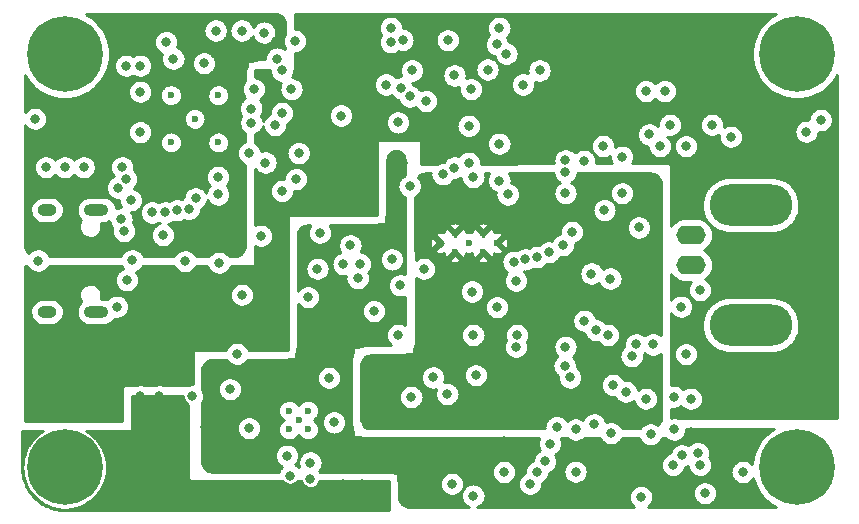
<source format=gbr>
%TF.GenerationSoftware,KiCad,Pcbnew,(5.99.0-10483-ga6ad7a4a70)*%
%TF.CreationDate,2021-05-23T17:26:51+03:00*%
%TF.ProjectId,uSMU_v10,75534d55-5f76-4313-902e-6b696361645f,rev?*%
%TF.SameCoordinates,Original*%
%TF.FileFunction,Copper,L3,Inr*%
%TF.FilePolarity,Positive*%
%FSLAX46Y46*%
G04 Gerber Fmt 4.6, Leading zero omitted, Abs format (unit mm)*
G04 Created by KiCad (PCBNEW (5.99.0-10483-ga6ad7a4a70)) date 2021-05-23 17:26:51*
%MOMM*%
%LPD*%
G01*
G04 APERTURE LIST*
%TA.AperFunction,ComponentPad*%
%ADD10C,0.600000*%
%TD*%
%TA.AperFunction,ComponentPad*%
%ADD11O,2.500000X1.600000*%
%TD*%
%TA.AperFunction,ComponentPad*%
%ADD12O,7.000000X3.500000*%
%TD*%
%TA.AperFunction,ComponentPad*%
%ADD13C,0.800000*%
%TD*%
%TA.AperFunction,ComponentPad*%
%ADD14C,6.400000*%
%TD*%
%TA.AperFunction,ComponentPad*%
%ADD15O,1.600000X1.000000*%
%TD*%
%TA.AperFunction,ComponentPad*%
%ADD16O,2.100000X1.000000*%
%TD*%
%TA.AperFunction,ViaPad*%
%ADD17C,0.800000*%
%TD*%
%TA.AperFunction,Conductor*%
%ADD18C,0.254000*%
%TD*%
G04 APERTURE END LIST*
D10*
%TO.N,GND*%
%TO.C,U3*%
X122000000Y-93500000D03*
X120000000Y-95500000D03*
X120000000Y-91500000D03*
X124000000Y-95500000D03*
X124000000Y-91500000D03*
%TD*%
%TO.N,-10V*%
%TO.C,U10*%
X145225000Y-104000000D03*
X144025000Y-104800000D03*
X146425000Y-104800000D03*
X147625000Y-104000000D03*
X146425000Y-103200000D03*
X144025000Y-103200000D03*
X142825000Y-104000000D03*
%TD*%
D11*
%TO.N,Net-(C45-Pad1)*%
%TO.C,J3*%
X164000000Y-105875000D03*
D12*
%TO.N,GND*%
X169080000Y-100795000D03*
D11*
X164000000Y-103335000D03*
D12*
X169080000Y-110955000D03*
%TD*%
D10*
%TO.N,GND*%
%TO.C,U12*%
X131600000Y-119800000D03*
X130000000Y-119800000D03*
X131600000Y-118200000D03*
X130000000Y-118200000D03*
X130800000Y-119000000D03*
%TD*%
D13*
%TO.N,GND*%
%TO.C,H4*%
X173000000Y-120600000D03*
X174697056Y-124697056D03*
X175400000Y-123000000D03*
X171302944Y-124697056D03*
D14*
X173000000Y-123000000D03*
D13*
X171302944Y-121302944D03*
X170600000Y-123000000D03*
X173000000Y-125400000D03*
X174697056Y-121302944D03*
%TD*%
%TO.N,GND*%
%TO.C,H1*%
X111000000Y-90400000D03*
X108600000Y-88000000D03*
X112697056Y-89697056D03*
X113400000Y-88000000D03*
X109302944Y-89697056D03*
X111000000Y-85600000D03*
X112697056Y-86302944D03*
D14*
X111000000Y-88000000D03*
D13*
X109302944Y-86302944D03*
%TD*%
D15*
%TO.N,*%
%TO.C,J2*%
X109505000Y-109845000D03*
X109505000Y-101205000D03*
D16*
X113685000Y-109845000D03*
X113685000Y-101205000D03*
%TD*%
D13*
%TO.N,GND*%
%TO.C,H2*%
X171302944Y-89697056D03*
X171302944Y-86302944D03*
X175400000Y-88000000D03*
X174697056Y-86302944D03*
X173000000Y-90400000D03*
D14*
X173000000Y-88000000D03*
D13*
X173000000Y-85600000D03*
X170600000Y-88000000D03*
X174697056Y-89697056D03*
%TD*%
%TO.N,GND*%
%TO.C,H3*%
X113400000Y-123000000D03*
X111000000Y-125400000D03*
X112697056Y-124697056D03*
X109302944Y-124697056D03*
X111000000Y-120600000D03*
X112697056Y-121302944D03*
X108600000Y-123000000D03*
X109302944Y-121302944D03*
D14*
X111000000Y-123000000D03*
%TD*%
D17*
%TO.N,Net-(C9-Pad1)*%
X132400000Y-106200000D03*
X134600000Y-105800000D03*
%TO.N,+10V*%
X147600000Y-109451563D03*
X139000000Y-109200000D03*
X139600000Y-97200000D03*
X143000000Y-98200000D03*
X122900000Y-119600000D03*
X131200000Y-103400000D03*
X123200000Y-121600000D03*
X148200000Y-120800000D03*
X164000000Y-120000000D03*
X124800000Y-121600000D03*
X124400000Y-119600000D03*
%TO.N,-10V*%
X160600000Y-118400000D03*
X133375000Y-115425000D03*
X138400000Y-119400000D03*
X148200000Y-123400000D03*
X137600000Y-118400000D03*
X136600000Y-119400000D03*
%TO.N,Net-(AmpOut1-Pad1)*%
X158500000Y-116600000D03*
X160200000Y-117200000D03*
X143400000Y-116800000D03*
%TO.N,VBUS*%
X118200000Y-118000000D03*
X121200000Y-105550000D03*
X143800000Y-124400000D03*
X124079304Y-105680815D03*
X117400000Y-117000000D03*
X116000000Y-103000000D03*
X119000000Y-117000000D03*
X134600000Y-124400000D03*
X136200000Y-124400000D03*
X116250000Y-107149500D03*
%TO.N,Net-(C21-Pad1)*%
X145600000Y-111800000D03*
X139200000Y-111800000D03*
X149275500Y-111800000D03*
%TO.N,Net-(C36-Pad1)*%
X155825000Y-119375000D03*
X162600000Y-119800000D03*
%TO.N,Net-(C28-Pad1)*%
X133800000Y-119200000D03*
X131800000Y-122600000D03*
%TO.N,Net-(R7-Pad1)*%
X120200000Y-88400000D03*
X115874999Y-97600000D03*
X117400000Y-89000000D03*
X112600000Y-97600000D03*
%TO.N,Net-(C36-Pad2)*%
X157250000Y-120125000D03*
X160600000Y-120200000D03*
%TO.N,Net-(D4-Pad4)*%
X145600000Y-98425000D03*
X153400000Y-98000000D03*
%TO.N,Net-(C42-Pad2)*%
X149800000Y-90600000D03*
X173800000Y-94600000D03*
%TO.N,Net-(C45-Pad1)*%
X134400000Y-93225000D03*
X159000000Y-113600000D03*
X153324500Y-114400000D03*
X145800000Y-115200000D03*
X163200000Y-109400000D03*
X162250000Y-94000000D03*
%TO.N,+4V5*%
X113400000Y-118400000D03*
X141000000Y-85800000D03*
X159800000Y-125524500D03*
X159825510Y-96700000D03*
X115200000Y-118400000D03*
X120800000Y-111200000D03*
X145600000Y-125400000D03*
X137175000Y-109775000D03*
X147550000Y-92050000D03*
X165200000Y-96000000D03*
X169000000Y-96000000D03*
X120800000Y-112200000D03*
X111800000Y-118400000D03*
X112600000Y-117200000D03*
X168012299Y-117412299D03*
X150600000Y-86400000D03*
X129600000Y-109800000D03*
X133600000Y-99200000D03*
%TO.N,Net-(D3-Pad2)*%
X154948829Y-97044774D03*
X158200000Y-96700000D03*
%TO.N,Net-(D3-Pad4)*%
X153400000Y-97000000D03*
X145200000Y-97225000D03*
%TO.N,Net-(D4-Pad2)*%
X158200000Y-99800000D03*
X153400000Y-99800000D03*
%TO.N,GND*%
X116600000Y-100400000D03*
X140350000Y-117050000D03*
X154250000Y-123375000D03*
X125600000Y-113400000D03*
X147800000Y-85800000D03*
X123775000Y-86025000D03*
X115400000Y-109400000D03*
X108750000Y-105500000D03*
X135187701Y-104212299D03*
X144000000Y-97625000D03*
X142200000Y-115400000D03*
X157400000Y-116025000D03*
X164000000Y-117200000D03*
X116723625Y-105474500D03*
X108500000Y-93500000D03*
X125000000Y-116400000D03*
X126000000Y-108400000D03*
X154250000Y-119800000D03*
X147800000Y-98724500D03*
X131800000Y-124000000D03*
X163600000Y-113425000D03*
X129816478Y-122016478D03*
X141600000Y-92000000D03*
X165800000Y-94000000D03*
X132600000Y-103149580D03*
X124000000Y-99900500D03*
X115800000Y-102000000D03*
X168400000Y-123400000D03*
X159600000Y-102700000D03*
X157000000Y-111800000D03*
X130600000Y-98600000D03*
X119300787Y-103337334D03*
X125975000Y-86025000D03*
X130100000Y-123700000D03*
X146800000Y-89324500D03*
X127612353Y-103398497D03*
X140200000Y-99200000D03*
X138700000Y-105400000D03*
X126600000Y-119700000D03*
X121800000Y-117000000D03*
%TO.N,/SDA*%
X156000000Y-111400000D03*
X159400000Y-112600000D03*
X160500000Y-94825000D03*
X167400000Y-95025000D03*
X126800000Y-92625000D03*
X160200000Y-91150500D03*
X129400000Y-93000000D03*
X148400000Y-88000000D03*
X129400000Y-89400000D03*
%TO.N,/SCL*%
X161800000Y-91150500D03*
X128800000Y-94025000D03*
X155000000Y-110600000D03*
X126808627Y-93818980D03*
X129000000Y-88400000D03*
X160800000Y-112600000D03*
X161400000Y-95825000D03*
X163600000Y-95825000D03*
X147600000Y-87200000D03*
%TO.N,/I_LIM*%
X129400000Y-99600000D03*
X148500000Y-99900500D03*
%TO.N,/AMP_EN*%
X117400000Y-94625000D03*
X156600000Y-95800000D03*
X147800000Y-95600000D03*
X153943442Y-103068375D03*
X156700000Y-101225000D03*
%TO.N,/2.048V_REF*%
X164800000Y-108000000D03*
X145400000Y-91000000D03*
X139400000Y-107600000D03*
X140211611Y-91608345D03*
%TO.N,/+4V096*%
X155600000Y-106600000D03*
X141400000Y-106200000D03*
X136000000Y-105800000D03*
%TO.N,+3V3*%
X122225000Y-87575000D03*
X128900000Y-86900000D03*
X118000000Y-97600000D03*
X125975000Y-87825000D03*
X112800000Y-92400000D03*
X123950000Y-103250000D03*
X125975000Y-98625000D03*
X123750000Y-88050000D03*
%TO.N,/SWDIO*%
X124000000Y-98400000D03*
X128000000Y-97200000D03*
X127900000Y-86200000D03*
X138600000Y-85800000D03*
%TO.N,/SWCLK*%
X130500000Y-86900000D03*
X126600000Y-96400000D03*
X138600000Y-87000000D03*
X130800000Y-96400000D03*
%TO.N,/NRST*%
X122800000Y-88800000D03*
X138200000Y-90600000D03*
%TO.N,/ADC_ALERT*%
X143425000Y-86850000D03*
X127000000Y-91000000D03*
X139502967Y-90903485D03*
X139600000Y-86825000D03*
%TO.N,Net-(R5-Pad1)*%
X116200000Y-98600000D03*
X111000000Y-97600000D03*
%TO.N,Net-(R3-Pad1)*%
X144000000Y-89824500D03*
X140400000Y-89400000D03*
%TO.N,/I_DAC*%
X130200000Y-91000000D03*
X117400000Y-91200000D03*
%TO.N,Net-(R4-Pad1)*%
X119600000Y-87000000D03*
X109400000Y-97600000D03*
X115492892Y-99324999D03*
X116200000Y-89000000D03*
%TO.N,Net-(R9-Pad2)*%
X131600000Y-108600000D03*
X135800000Y-107000000D03*
%TO.N,Net-(R18-Pad1)*%
X149200000Y-112800000D03*
X153400000Y-112800000D03*
%TO.N,Net-(R20-Pad2)*%
X149200000Y-107200000D03*
X157200000Y-107025000D03*
%TO.N,/I_G0*%
X165200000Y-125200000D03*
X118400000Y-101425000D03*
X149000000Y-105600000D03*
X150400000Y-124400000D03*
%TO.N,/I_G1*%
X119524244Y-101425000D03*
X150000000Y-105400000D03*
X164800000Y-122800000D03*
X151000000Y-123400000D03*
%TO.N,/I_G2*%
X122075000Y-100225000D03*
X153200000Y-104200000D03*
X164600000Y-121800000D03*
X152649478Y-119600000D03*
%TO.N,/I_G3*%
X163250000Y-122000000D03*
X152083467Y-121000000D03*
X121500000Y-101125000D03*
X152000000Y-104800000D03*
%TO.N,/I_G4*%
X151646991Y-122506018D03*
X151000000Y-105200000D03*
X120506114Y-101235432D03*
X162500000Y-122800000D03*
%TO.N,Net-(C43-Pad2)*%
X175000000Y-93600000D03*
X151200000Y-89400000D03*
%TO.N,Net-(JP2-Pad2)*%
X145475500Y-108124500D03*
%TO.N,Net-(JP4-Pad2)*%
X162550500Y-117025500D03*
X153800000Y-115400000D03*
%TO.N,Net-(R10-Pad1)*%
X145200000Y-94100500D03*
X139200000Y-93800000D03*
%TD*%
%TO.N,-10V*%
D18*
X141969190Y-98186830D02*
X141969190Y-98213170D01*
X141988977Y-98401434D01*
X141994454Y-98427201D01*
X142052952Y-98607237D01*
X142063666Y-98631300D01*
X142158316Y-98795240D01*
X142173799Y-98816550D01*
X142300466Y-98957228D01*
X142320041Y-98974854D01*
X142473189Y-99086122D01*
X142496001Y-99099293D01*
X142668936Y-99176289D01*
X142693988Y-99184429D01*
X142879152Y-99223787D01*
X142905349Y-99226540D01*
X143094651Y-99226540D01*
X143120848Y-99223787D01*
X143306012Y-99184429D01*
X143331064Y-99176289D01*
X143503999Y-99099293D01*
X143526811Y-99086122D01*
X143679959Y-98974854D01*
X143699534Y-98957228D01*
X143826201Y-98816550D01*
X143841684Y-98795240D01*
X143924649Y-98651540D01*
X144094651Y-98651540D01*
X144120848Y-98648787D01*
X144306012Y-98609429D01*
X144331064Y-98601289D01*
X144503999Y-98524293D01*
X144526811Y-98511122D01*
X144573307Y-98477341D01*
X144588977Y-98626434D01*
X144594454Y-98652201D01*
X144652952Y-98832237D01*
X144663666Y-98856300D01*
X144758316Y-99020240D01*
X144773799Y-99041550D01*
X144900466Y-99182228D01*
X144920041Y-99199854D01*
X145073189Y-99311122D01*
X145096001Y-99324293D01*
X145268936Y-99401289D01*
X145293988Y-99409429D01*
X145479152Y-99448787D01*
X145505349Y-99451540D01*
X145694651Y-99451540D01*
X145720848Y-99448787D01*
X145906012Y-99409429D01*
X145931064Y-99401289D01*
X146103999Y-99324293D01*
X146126811Y-99311122D01*
X146279959Y-99199854D01*
X146299534Y-99182228D01*
X146426201Y-99041550D01*
X146441684Y-99020240D01*
X146536334Y-98856300D01*
X146547048Y-98832237D01*
X146605546Y-98652201D01*
X146611023Y-98626434D01*
X146630810Y-98438170D01*
X146630810Y-98411830D01*
X146611023Y-98223566D01*
X146605546Y-98197799D01*
X146582217Y-98126000D01*
X146960685Y-98126000D01*
X146958316Y-98129260D01*
X146863666Y-98293200D01*
X146852952Y-98317263D01*
X146794454Y-98497299D01*
X146788977Y-98523066D01*
X146769190Y-98711330D01*
X146769190Y-98737670D01*
X146788977Y-98925934D01*
X146794454Y-98951701D01*
X146852952Y-99131737D01*
X146863666Y-99155800D01*
X146958316Y-99319740D01*
X146973799Y-99341050D01*
X147100466Y-99481728D01*
X147120041Y-99499354D01*
X147273189Y-99610622D01*
X147296001Y-99623793D01*
X147468936Y-99700789D01*
X147488140Y-99707029D01*
X147469190Y-99887330D01*
X147469190Y-99913670D01*
X147488977Y-100101934D01*
X147494454Y-100127701D01*
X147552952Y-100307737D01*
X147563666Y-100331800D01*
X147658316Y-100495740D01*
X147673799Y-100517050D01*
X147800466Y-100657728D01*
X147820041Y-100675354D01*
X147973189Y-100786622D01*
X147996001Y-100799793D01*
X148168936Y-100876789D01*
X148193988Y-100884929D01*
X148379152Y-100924287D01*
X148405349Y-100927040D01*
X148594651Y-100927040D01*
X148620848Y-100924287D01*
X148806012Y-100884929D01*
X148831064Y-100876789D01*
X149003999Y-100799793D01*
X149026811Y-100786622D01*
X149179959Y-100675354D01*
X149199534Y-100657728D01*
X149326201Y-100517050D01*
X149341684Y-100495740D01*
X149436334Y-100331800D01*
X149447048Y-100307737D01*
X149505546Y-100127701D01*
X149511023Y-100101934D01*
X149530810Y-99913670D01*
X149530810Y-99887330D01*
X149511023Y-99699066D01*
X149505546Y-99673299D01*
X149447048Y-99493263D01*
X149436334Y-99469200D01*
X149341684Y-99305260D01*
X149326201Y-99283950D01*
X149199534Y-99143272D01*
X149179959Y-99125646D01*
X149026811Y-99014378D01*
X149003999Y-99001207D01*
X148831064Y-98924211D01*
X148811860Y-98917971D01*
X148830810Y-98737670D01*
X148830810Y-98711330D01*
X148811023Y-98523066D01*
X148805546Y-98497299D01*
X148747048Y-98317263D01*
X148736334Y-98293200D01*
X148641684Y-98129260D01*
X148639315Y-98126000D01*
X152381049Y-98126000D01*
X152388977Y-98201434D01*
X152394454Y-98227201D01*
X152452952Y-98407237D01*
X152463666Y-98431300D01*
X152558316Y-98595240D01*
X152573799Y-98616550D01*
X152700466Y-98757228D01*
X152720041Y-98774854D01*
X152873189Y-98886122D01*
X152896001Y-98899293D01*
X152897589Y-98900000D01*
X152896001Y-98900707D01*
X152873189Y-98913878D01*
X152720041Y-99025146D01*
X152700466Y-99042772D01*
X152573799Y-99183450D01*
X152558316Y-99204760D01*
X152463666Y-99368700D01*
X152452952Y-99392763D01*
X152394454Y-99572799D01*
X152388977Y-99598566D01*
X152369190Y-99786830D01*
X152369190Y-99813170D01*
X152388977Y-100001434D01*
X152394454Y-100027201D01*
X152452952Y-100207237D01*
X152463666Y-100231300D01*
X152558316Y-100395240D01*
X152573799Y-100416550D01*
X152700466Y-100557228D01*
X152720041Y-100574854D01*
X152873189Y-100686122D01*
X152896001Y-100699293D01*
X153068936Y-100776289D01*
X153093988Y-100784429D01*
X153279152Y-100823787D01*
X153305349Y-100826540D01*
X153494651Y-100826540D01*
X153520848Y-100823787D01*
X153706012Y-100784429D01*
X153731064Y-100776289D01*
X153903999Y-100699293D01*
X153926811Y-100686122D01*
X154079959Y-100574854D01*
X154099534Y-100557228D01*
X154226201Y-100416550D01*
X154241684Y-100395240D01*
X154336334Y-100231300D01*
X154347048Y-100207237D01*
X154405546Y-100027201D01*
X154411023Y-100001434D01*
X154430810Y-99813170D01*
X154430810Y-99786830D01*
X157169190Y-99786830D01*
X157169190Y-99813170D01*
X157188977Y-100001434D01*
X157194454Y-100027201D01*
X157252952Y-100207237D01*
X157263666Y-100231300D01*
X157358316Y-100395240D01*
X157373799Y-100416550D01*
X157500466Y-100557228D01*
X157520041Y-100574854D01*
X157673189Y-100686122D01*
X157696001Y-100699293D01*
X157868936Y-100776289D01*
X157893988Y-100784429D01*
X158079152Y-100823787D01*
X158105349Y-100826540D01*
X158294651Y-100826540D01*
X158320848Y-100823787D01*
X158506012Y-100784429D01*
X158531064Y-100776289D01*
X158703999Y-100699293D01*
X158726811Y-100686122D01*
X158879959Y-100574854D01*
X158899534Y-100557228D01*
X159026201Y-100416550D01*
X159041684Y-100395240D01*
X159136334Y-100231300D01*
X159147048Y-100207237D01*
X159205546Y-100027201D01*
X159211023Y-100001434D01*
X159230810Y-99813170D01*
X159230810Y-99786830D01*
X159211023Y-99598566D01*
X159205546Y-99572799D01*
X159147048Y-99392763D01*
X159136334Y-99368700D01*
X159041684Y-99204760D01*
X159026201Y-99183450D01*
X158899534Y-99042772D01*
X158879959Y-99025146D01*
X158726811Y-98913878D01*
X158703999Y-98900707D01*
X158531064Y-98823711D01*
X158506012Y-98815571D01*
X158320848Y-98776213D01*
X158294651Y-98773460D01*
X158105349Y-98773460D01*
X158079152Y-98776213D01*
X157893988Y-98815571D01*
X157868936Y-98823711D01*
X157696001Y-98900707D01*
X157673189Y-98913878D01*
X157520041Y-99025146D01*
X157500466Y-99042772D01*
X157373799Y-99183450D01*
X157358316Y-99204760D01*
X157263666Y-99368700D01*
X157252952Y-99392763D01*
X157194454Y-99572799D01*
X157188977Y-99598566D01*
X157169190Y-99786830D01*
X154430810Y-99786830D01*
X154411023Y-99598566D01*
X154405546Y-99572799D01*
X154347048Y-99392763D01*
X154336334Y-99368700D01*
X154241684Y-99204760D01*
X154226201Y-99183450D01*
X154099534Y-99042772D01*
X154079959Y-99025146D01*
X153926811Y-98913878D01*
X153903999Y-98900707D01*
X153902411Y-98900000D01*
X153903999Y-98899293D01*
X153926811Y-98886122D01*
X154079959Y-98774854D01*
X154099534Y-98757228D01*
X154226201Y-98616550D01*
X154241684Y-98595240D01*
X154336334Y-98431300D01*
X154347048Y-98407237D01*
X154405546Y-98227201D01*
X154411023Y-98201434D01*
X154418951Y-98126000D01*
X160593813Y-98126000D01*
X160770387Y-98143391D01*
X160934233Y-98193093D01*
X161085232Y-98273803D01*
X161217581Y-98382419D01*
X161326197Y-98514768D01*
X161406907Y-98665767D01*
X161456609Y-98829613D01*
X161474000Y-99006187D01*
X161474000Y-111820817D01*
X161326811Y-111713878D01*
X161303999Y-111700707D01*
X161131064Y-111623711D01*
X161106012Y-111615571D01*
X160920848Y-111576213D01*
X160894651Y-111573460D01*
X160705349Y-111573460D01*
X160679152Y-111576213D01*
X160493988Y-111615571D01*
X160468936Y-111623711D01*
X160296001Y-111700707D01*
X160273189Y-111713878D01*
X160120041Y-111825146D01*
X160100466Y-111842772D01*
X160100000Y-111843290D01*
X160099534Y-111842772D01*
X160079959Y-111825146D01*
X159926811Y-111713878D01*
X159903999Y-111700707D01*
X159731064Y-111623711D01*
X159706012Y-111615571D01*
X159520848Y-111576213D01*
X159494651Y-111573460D01*
X159305349Y-111573460D01*
X159279152Y-111576213D01*
X159093988Y-111615571D01*
X159068936Y-111623711D01*
X158896001Y-111700707D01*
X158873189Y-111713878D01*
X158720041Y-111825146D01*
X158700466Y-111842772D01*
X158573799Y-111983450D01*
X158558316Y-112004760D01*
X158463666Y-112168700D01*
X158452952Y-112192763D01*
X158394454Y-112372799D01*
X158388977Y-112398566D01*
X158369190Y-112586830D01*
X158369190Y-112613170D01*
X158386402Y-112776932D01*
X158320041Y-112825146D01*
X158300466Y-112842772D01*
X158173799Y-112983450D01*
X158158316Y-113004760D01*
X158063666Y-113168700D01*
X158052952Y-113192763D01*
X157994454Y-113372799D01*
X157988977Y-113398566D01*
X157969190Y-113586830D01*
X157969190Y-113613170D01*
X157988977Y-113801434D01*
X157994454Y-113827201D01*
X158052952Y-114007237D01*
X158063666Y-114031300D01*
X158158316Y-114195240D01*
X158173799Y-114216550D01*
X158300466Y-114357228D01*
X158320041Y-114374854D01*
X158473189Y-114486122D01*
X158496001Y-114499293D01*
X158668936Y-114576289D01*
X158693988Y-114584429D01*
X158879152Y-114623787D01*
X158905349Y-114626540D01*
X159094651Y-114626540D01*
X159120848Y-114623787D01*
X159306012Y-114584429D01*
X159331064Y-114576289D01*
X159503999Y-114499293D01*
X159526811Y-114486122D01*
X159679959Y-114374854D01*
X159699534Y-114357228D01*
X159826201Y-114216550D01*
X159841684Y-114195240D01*
X159936334Y-114031300D01*
X159947048Y-114007237D01*
X160005546Y-113827201D01*
X160011023Y-113801434D01*
X160030810Y-113613170D01*
X160030810Y-113586830D01*
X160013598Y-113423068D01*
X160079959Y-113374854D01*
X160099534Y-113357228D01*
X160100000Y-113356710D01*
X160100466Y-113357228D01*
X160120041Y-113374854D01*
X160273189Y-113486122D01*
X160296001Y-113499293D01*
X160468936Y-113576289D01*
X160493988Y-113584429D01*
X160679152Y-113623787D01*
X160705349Y-113626540D01*
X160894651Y-113626540D01*
X160920848Y-113623787D01*
X161106012Y-113584429D01*
X161131064Y-113576289D01*
X161303999Y-113499293D01*
X161326811Y-113486122D01*
X161474000Y-113379183D01*
X161474000Y-118793813D01*
X161456609Y-118970387D01*
X161406907Y-119134233D01*
X161326197Y-119285232D01*
X161236992Y-119393929D01*
X161126811Y-119313878D01*
X161103999Y-119300707D01*
X160931064Y-119223711D01*
X160906012Y-119215571D01*
X160720848Y-119176213D01*
X160694651Y-119173460D01*
X160505349Y-119173460D01*
X160479152Y-119176213D01*
X160293988Y-119215571D01*
X160268936Y-119223711D01*
X160096001Y-119300707D01*
X160073189Y-119313878D01*
X159920041Y-119425146D01*
X159900466Y-119442772D01*
X159773799Y-119583450D01*
X159758316Y-119604760D01*
X159718341Y-119674000D01*
X158174960Y-119674000D01*
X158091684Y-119529760D01*
X158076201Y-119508450D01*
X157949534Y-119367772D01*
X157929959Y-119350146D01*
X157776811Y-119238878D01*
X157753999Y-119225707D01*
X157581064Y-119148711D01*
X157556012Y-119140571D01*
X157370848Y-119101213D01*
X157344651Y-119098460D01*
X157155349Y-119098460D01*
X157129152Y-119101213D01*
X156943988Y-119140571D01*
X156918936Y-119148711D01*
X156837234Y-119185087D01*
X156836023Y-119173566D01*
X156830546Y-119147799D01*
X156772048Y-118967763D01*
X156761334Y-118943700D01*
X156666684Y-118779760D01*
X156651201Y-118758450D01*
X156524534Y-118617772D01*
X156504959Y-118600146D01*
X156351811Y-118488878D01*
X156328999Y-118475707D01*
X156156064Y-118398711D01*
X156131012Y-118390571D01*
X155945848Y-118351213D01*
X155919651Y-118348460D01*
X155730349Y-118348460D01*
X155704152Y-118351213D01*
X155518988Y-118390571D01*
X155493936Y-118398711D01*
X155321001Y-118475707D01*
X155298189Y-118488878D01*
X155145041Y-118600146D01*
X155125466Y-118617772D01*
X154998799Y-118758450D01*
X154983316Y-118779760D01*
X154888666Y-118943700D01*
X154877952Y-118967763D01*
X154872800Y-118983618D01*
X154776811Y-118913878D01*
X154753999Y-118900707D01*
X154581064Y-118823711D01*
X154556012Y-118815571D01*
X154370848Y-118776213D01*
X154344651Y-118773460D01*
X154155349Y-118773460D01*
X154129152Y-118776213D01*
X153943988Y-118815571D01*
X153918936Y-118823711D01*
X153746001Y-118900707D01*
X153723189Y-118913878D01*
X153570041Y-119025146D01*
X153550466Y-119042772D01*
X153527704Y-119068052D01*
X153491162Y-119004760D01*
X153475679Y-118983450D01*
X153349012Y-118842772D01*
X153329437Y-118825146D01*
X153176289Y-118713878D01*
X153153477Y-118700707D01*
X152980542Y-118623711D01*
X152955490Y-118615571D01*
X152770326Y-118576213D01*
X152744129Y-118573460D01*
X152554827Y-118573460D01*
X152528630Y-118576213D01*
X152343466Y-118615571D01*
X152318414Y-118623711D01*
X152145479Y-118700707D01*
X152122667Y-118713878D01*
X151969519Y-118825146D01*
X151949944Y-118842772D01*
X151823277Y-118983450D01*
X151807794Y-119004760D01*
X151713144Y-119168700D01*
X151702430Y-119192763D01*
X151643932Y-119372799D01*
X151638455Y-119398566D01*
X151618668Y-119586830D01*
X151618668Y-119613170D01*
X151625061Y-119674000D01*
X136956187Y-119674000D01*
X136779613Y-119656609D01*
X136615767Y-119606907D01*
X136464768Y-119526197D01*
X136332419Y-119417581D01*
X136223803Y-119285232D01*
X136143093Y-119134233D01*
X136093391Y-118970387D01*
X136076000Y-118793813D01*
X136076000Y-117036830D01*
X139319190Y-117036830D01*
X139319190Y-117063170D01*
X139338977Y-117251434D01*
X139344454Y-117277201D01*
X139402952Y-117457237D01*
X139413666Y-117481300D01*
X139508316Y-117645240D01*
X139523799Y-117666550D01*
X139650466Y-117807228D01*
X139670041Y-117824854D01*
X139823189Y-117936122D01*
X139846001Y-117949293D01*
X140018936Y-118026289D01*
X140043988Y-118034429D01*
X140229152Y-118073787D01*
X140255349Y-118076540D01*
X140444651Y-118076540D01*
X140470848Y-118073787D01*
X140656012Y-118034429D01*
X140681064Y-118026289D01*
X140853999Y-117949293D01*
X140876811Y-117936122D01*
X141029959Y-117824854D01*
X141049534Y-117807228D01*
X141176201Y-117666550D01*
X141191684Y-117645240D01*
X141286334Y-117481300D01*
X141297048Y-117457237D01*
X141355546Y-117277201D01*
X141361023Y-117251434D01*
X141380810Y-117063170D01*
X141380810Y-117036830D01*
X141361023Y-116848566D01*
X141355546Y-116822799D01*
X141297048Y-116642763D01*
X141286334Y-116618700D01*
X141191684Y-116454760D01*
X141176201Y-116433450D01*
X141049534Y-116292772D01*
X141029959Y-116275146D01*
X140876811Y-116163878D01*
X140853999Y-116150707D01*
X140681064Y-116073711D01*
X140656012Y-116065571D01*
X140470848Y-116026213D01*
X140444651Y-116023460D01*
X140255349Y-116023460D01*
X140229152Y-116026213D01*
X140043988Y-116065571D01*
X140018936Y-116073711D01*
X139846001Y-116150707D01*
X139823189Y-116163878D01*
X139670041Y-116275146D01*
X139650466Y-116292772D01*
X139523799Y-116433450D01*
X139508316Y-116454760D01*
X139413666Y-116618700D01*
X139402952Y-116642763D01*
X139344454Y-116822799D01*
X139338977Y-116848566D01*
X139319190Y-117036830D01*
X136076000Y-117036830D01*
X136076000Y-115386830D01*
X141169190Y-115386830D01*
X141169190Y-115413170D01*
X141188977Y-115601434D01*
X141194454Y-115627201D01*
X141252952Y-115807237D01*
X141263666Y-115831300D01*
X141358316Y-115995240D01*
X141373799Y-116016550D01*
X141500466Y-116157228D01*
X141520041Y-116174854D01*
X141673189Y-116286122D01*
X141696001Y-116299293D01*
X141868936Y-116376289D01*
X141893988Y-116384429D01*
X142079152Y-116423787D01*
X142105349Y-116426540D01*
X142294651Y-116426540D01*
X142320848Y-116423787D01*
X142451924Y-116395926D01*
X142394454Y-116572799D01*
X142388977Y-116598566D01*
X142369190Y-116786830D01*
X142369190Y-116813170D01*
X142388977Y-117001434D01*
X142394454Y-117027201D01*
X142452952Y-117207237D01*
X142463666Y-117231300D01*
X142558316Y-117395240D01*
X142573799Y-117416550D01*
X142700466Y-117557228D01*
X142720041Y-117574854D01*
X142873189Y-117686122D01*
X142896001Y-117699293D01*
X143068936Y-117776289D01*
X143093988Y-117784429D01*
X143279152Y-117823787D01*
X143305349Y-117826540D01*
X143494651Y-117826540D01*
X143520848Y-117823787D01*
X143706012Y-117784429D01*
X143731064Y-117776289D01*
X143903999Y-117699293D01*
X143926811Y-117686122D01*
X144079959Y-117574854D01*
X144099534Y-117557228D01*
X144226201Y-117416550D01*
X144241684Y-117395240D01*
X144336334Y-117231300D01*
X144347048Y-117207237D01*
X144405546Y-117027201D01*
X144411023Y-117001434D01*
X144430810Y-116813170D01*
X144430810Y-116786830D01*
X144411023Y-116598566D01*
X144405546Y-116572799D01*
X144347048Y-116392763D01*
X144336334Y-116368700D01*
X144241684Y-116204760D01*
X144226201Y-116183450D01*
X144099534Y-116042772D01*
X144079959Y-116025146D01*
X143926811Y-115913878D01*
X143903999Y-115900707D01*
X143731064Y-115823711D01*
X143706012Y-115815571D01*
X143520848Y-115776213D01*
X143494651Y-115773460D01*
X143305349Y-115773460D01*
X143279152Y-115776213D01*
X143148076Y-115804074D01*
X143205546Y-115627201D01*
X143211023Y-115601434D01*
X143230810Y-115413170D01*
X143230810Y-115386830D01*
X143211023Y-115198566D01*
X143208528Y-115186830D01*
X144769190Y-115186830D01*
X144769190Y-115213170D01*
X144788977Y-115401434D01*
X144794454Y-115427201D01*
X144852952Y-115607237D01*
X144863666Y-115631300D01*
X144958316Y-115795240D01*
X144973799Y-115816550D01*
X145100466Y-115957228D01*
X145120041Y-115974854D01*
X145273189Y-116086122D01*
X145296001Y-116099293D01*
X145468936Y-116176289D01*
X145493988Y-116184429D01*
X145679152Y-116223787D01*
X145705349Y-116226540D01*
X145894651Y-116226540D01*
X145920848Y-116223787D01*
X146106012Y-116184429D01*
X146131064Y-116176289D01*
X146303999Y-116099293D01*
X146326811Y-116086122D01*
X146479959Y-115974854D01*
X146499534Y-115957228D01*
X146626201Y-115816550D01*
X146641684Y-115795240D01*
X146736334Y-115631300D01*
X146747048Y-115607237D01*
X146805546Y-115427201D01*
X146811023Y-115401434D01*
X146830810Y-115213170D01*
X146830810Y-115186830D01*
X146811023Y-114998566D01*
X146805546Y-114972799D01*
X146747048Y-114792763D01*
X146736334Y-114768700D01*
X146641684Y-114604760D01*
X146626201Y-114583450D01*
X146499534Y-114442772D01*
X146479959Y-114425146D01*
X146427221Y-114386830D01*
X152293690Y-114386830D01*
X152293690Y-114413170D01*
X152313477Y-114601434D01*
X152318954Y-114627201D01*
X152377452Y-114807237D01*
X152388166Y-114831300D01*
X152482816Y-114995240D01*
X152498299Y-115016550D01*
X152624966Y-115157228D01*
X152644541Y-115174854D01*
X152781046Y-115274030D01*
X152769190Y-115386830D01*
X152769190Y-115413170D01*
X152788977Y-115601434D01*
X152794454Y-115627201D01*
X152852952Y-115807237D01*
X152863666Y-115831300D01*
X152958316Y-115995240D01*
X152973799Y-116016550D01*
X153100466Y-116157228D01*
X153120041Y-116174854D01*
X153273189Y-116286122D01*
X153296001Y-116299293D01*
X153468936Y-116376289D01*
X153493988Y-116384429D01*
X153679152Y-116423787D01*
X153705349Y-116426540D01*
X153894651Y-116426540D01*
X153920848Y-116423787D01*
X154106012Y-116384429D01*
X154131064Y-116376289D01*
X154303999Y-116299293D01*
X154326811Y-116286122D01*
X154479959Y-116174854D01*
X154499534Y-116157228D01*
X154626201Y-116016550D01*
X154629630Y-116011830D01*
X156369190Y-116011830D01*
X156369190Y-116038170D01*
X156388977Y-116226434D01*
X156394454Y-116252201D01*
X156452952Y-116432237D01*
X156463666Y-116456300D01*
X156558316Y-116620240D01*
X156573799Y-116641550D01*
X156700466Y-116782228D01*
X156720041Y-116799854D01*
X156873189Y-116911122D01*
X156896001Y-116924293D01*
X157068936Y-117001289D01*
X157093988Y-117009429D01*
X157279152Y-117048787D01*
X157305349Y-117051540D01*
X157494651Y-117051540D01*
X157520848Y-117048787D01*
X157567978Y-117038769D01*
X157658316Y-117195240D01*
X157673799Y-117216550D01*
X157800466Y-117357228D01*
X157820041Y-117374854D01*
X157973189Y-117486122D01*
X157996001Y-117499293D01*
X158168936Y-117576289D01*
X158193988Y-117584429D01*
X158379152Y-117623787D01*
X158405349Y-117626540D01*
X158594651Y-117626540D01*
X158620848Y-117623787D01*
X158806012Y-117584429D01*
X158831064Y-117576289D01*
X159003999Y-117499293D01*
X159026811Y-117486122D01*
X159179959Y-117374854D01*
X159185645Y-117369734D01*
X159188977Y-117401434D01*
X159194454Y-117427201D01*
X159252952Y-117607237D01*
X159263666Y-117631300D01*
X159358316Y-117795240D01*
X159373799Y-117816550D01*
X159500466Y-117957228D01*
X159520041Y-117974854D01*
X159673189Y-118086122D01*
X159696001Y-118099293D01*
X159868936Y-118176289D01*
X159893988Y-118184429D01*
X160079152Y-118223787D01*
X160105349Y-118226540D01*
X160294651Y-118226540D01*
X160320848Y-118223787D01*
X160506012Y-118184429D01*
X160531064Y-118176289D01*
X160703999Y-118099293D01*
X160726811Y-118086122D01*
X160879959Y-117974854D01*
X160899534Y-117957228D01*
X161026201Y-117816550D01*
X161041684Y-117795240D01*
X161136334Y-117631300D01*
X161147048Y-117607237D01*
X161205546Y-117427201D01*
X161211023Y-117401434D01*
X161230810Y-117213170D01*
X161230810Y-117186830D01*
X161211023Y-116998566D01*
X161205546Y-116972799D01*
X161147048Y-116792763D01*
X161136334Y-116768700D01*
X161041684Y-116604760D01*
X161026201Y-116583450D01*
X160899534Y-116442772D01*
X160879959Y-116425146D01*
X160726811Y-116313878D01*
X160703999Y-116300707D01*
X160531064Y-116223711D01*
X160506012Y-116215571D01*
X160320848Y-116176213D01*
X160294651Y-116173460D01*
X160105349Y-116173460D01*
X160079152Y-116176213D01*
X159893988Y-116215571D01*
X159868936Y-116223711D01*
X159696001Y-116300707D01*
X159673189Y-116313878D01*
X159520041Y-116425146D01*
X159514355Y-116430266D01*
X159511023Y-116398566D01*
X159505546Y-116372799D01*
X159447048Y-116192763D01*
X159436334Y-116168700D01*
X159341684Y-116004760D01*
X159326201Y-115983450D01*
X159199534Y-115842772D01*
X159179959Y-115825146D01*
X159026811Y-115713878D01*
X159003999Y-115700707D01*
X158831064Y-115623711D01*
X158806012Y-115615571D01*
X158620848Y-115576213D01*
X158594651Y-115573460D01*
X158405349Y-115573460D01*
X158379152Y-115576213D01*
X158332022Y-115586231D01*
X158241684Y-115429760D01*
X158226201Y-115408450D01*
X158099534Y-115267772D01*
X158079959Y-115250146D01*
X157926811Y-115138878D01*
X157903999Y-115125707D01*
X157731064Y-115048711D01*
X157706012Y-115040571D01*
X157520848Y-115001213D01*
X157494651Y-114998460D01*
X157305349Y-114998460D01*
X157279152Y-115001213D01*
X157093988Y-115040571D01*
X157068936Y-115048711D01*
X156896001Y-115125707D01*
X156873189Y-115138878D01*
X156720041Y-115250146D01*
X156700466Y-115267772D01*
X156573799Y-115408450D01*
X156558316Y-115429760D01*
X156463666Y-115593700D01*
X156452952Y-115617763D01*
X156394454Y-115797799D01*
X156388977Y-115823566D01*
X156369190Y-116011830D01*
X154629630Y-116011830D01*
X154641684Y-115995240D01*
X154736334Y-115831300D01*
X154747048Y-115807237D01*
X154805546Y-115627201D01*
X154811023Y-115601434D01*
X154830810Y-115413170D01*
X154830810Y-115386830D01*
X154811023Y-115198566D01*
X154805546Y-115172799D01*
X154747048Y-114992763D01*
X154736334Y-114968700D01*
X154641684Y-114804760D01*
X154626201Y-114783450D01*
X154499534Y-114642772D01*
X154479959Y-114625146D01*
X154343454Y-114525970D01*
X154355310Y-114413170D01*
X154355310Y-114386830D01*
X154335523Y-114198566D01*
X154330046Y-114172799D01*
X154271548Y-113992763D01*
X154260834Y-113968700D01*
X154166184Y-113804760D01*
X154150701Y-113783450D01*
X154024034Y-113642772D01*
X154007263Y-113627671D01*
X154079959Y-113574854D01*
X154099534Y-113557228D01*
X154226201Y-113416550D01*
X154241684Y-113395240D01*
X154336334Y-113231300D01*
X154347048Y-113207237D01*
X154405546Y-113027201D01*
X154411023Y-113001434D01*
X154430810Y-112813170D01*
X154430810Y-112786830D01*
X154411023Y-112598566D01*
X154405546Y-112572799D01*
X154347048Y-112392763D01*
X154336334Y-112368700D01*
X154241684Y-112204760D01*
X154226201Y-112183450D01*
X154099534Y-112042772D01*
X154079959Y-112025146D01*
X153926811Y-111913878D01*
X153903999Y-111900707D01*
X153731064Y-111823711D01*
X153706012Y-111815571D01*
X153520848Y-111776213D01*
X153494651Y-111773460D01*
X153305349Y-111773460D01*
X153279152Y-111776213D01*
X153093988Y-111815571D01*
X153068936Y-111823711D01*
X152896001Y-111900707D01*
X152873189Y-111913878D01*
X152720041Y-112025146D01*
X152700466Y-112042772D01*
X152573799Y-112183450D01*
X152558316Y-112204760D01*
X152463666Y-112368700D01*
X152452952Y-112392763D01*
X152394454Y-112572799D01*
X152388977Y-112598566D01*
X152369190Y-112786830D01*
X152369190Y-112813170D01*
X152388977Y-113001434D01*
X152394454Y-113027201D01*
X152452952Y-113207237D01*
X152463666Y-113231300D01*
X152558316Y-113395240D01*
X152573799Y-113416550D01*
X152700466Y-113557228D01*
X152717237Y-113572329D01*
X152644541Y-113625146D01*
X152624966Y-113642772D01*
X152498299Y-113783450D01*
X152482816Y-113804760D01*
X152388166Y-113968700D01*
X152377452Y-113992763D01*
X152318954Y-114172799D01*
X152313477Y-114198566D01*
X152293690Y-114386830D01*
X146427221Y-114386830D01*
X146326811Y-114313878D01*
X146303999Y-114300707D01*
X146131064Y-114223711D01*
X146106012Y-114215571D01*
X145920848Y-114176213D01*
X145894651Y-114173460D01*
X145705349Y-114173460D01*
X145679152Y-114176213D01*
X145493988Y-114215571D01*
X145468936Y-114223711D01*
X145296001Y-114300707D01*
X145273189Y-114313878D01*
X145120041Y-114425146D01*
X145100466Y-114442772D01*
X144973799Y-114583450D01*
X144958316Y-114604760D01*
X144863666Y-114768700D01*
X144852952Y-114792763D01*
X144794454Y-114972799D01*
X144788977Y-114998566D01*
X144769190Y-115186830D01*
X143208528Y-115186830D01*
X143205546Y-115172799D01*
X143147048Y-114992763D01*
X143136334Y-114968700D01*
X143041684Y-114804760D01*
X143026201Y-114783450D01*
X142899534Y-114642772D01*
X142879959Y-114625146D01*
X142726811Y-114513878D01*
X142703999Y-114500707D01*
X142531064Y-114423711D01*
X142506012Y-114415571D01*
X142320848Y-114376213D01*
X142294651Y-114373460D01*
X142105349Y-114373460D01*
X142079152Y-114376213D01*
X141893988Y-114415571D01*
X141868936Y-114423711D01*
X141696001Y-114500707D01*
X141673189Y-114513878D01*
X141520041Y-114625146D01*
X141500466Y-114642772D01*
X141373799Y-114783450D01*
X141358316Y-114804760D01*
X141263666Y-114968700D01*
X141252952Y-114992763D01*
X141194454Y-115172799D01*
X141188977Y-115198566D01*
X141169190Y-115386830D01*
X136076000Y-115386830D01*
X136076000Y-114406187D01*
X136093391Y-114229613D01*
X136143093Y-114065767D01*
X136223803Y-113914768D01*
X136332419Y-113782419D01*
X136464768Y-113673803D01*
X136615767Y-113593093D01*
X136779613Y-113543391D01*
X136956187Y-113526000D01*
X139596748Y-113526000D01*
X139609124Y-113525391D01*
X139804612Y-113506097D01*
X139828885Y-113501258D01*
X140016830Y-113444121D01*
X140039690Y-113434631D01*
X140104322Y-113400000D01*
X140600000Y-113400000D01*
X140598391Y-112904324D01*
X140632811Y-112839581D01*
X140642228Y-112816691D01*
X140698755Y-112628561D01*
X140703514Y-112604271D01*
X140722173Y-112408721D01*
X140722742Y-112396344D01*
X140720763Y-111786830D01*
X144569190Y-111786830D01*
X144569190Y-111813170D01*
X144588977Y-112001434D01*
X144594454Y-112027201D01*
X144652952Y-112207237D01*
X144663666Y-112231300D01*
X144758316Y-112395240D01*
X144773799Y-112416550D01*
X144900466Y-112557228D01*
X144920041Y-112574854D01*
X145073189Y-112686122D01*
X145096001Y-112699293D01*
X145268936Y-112776289D01*
X145293988Y-112784429D01*
X145479152Y-112823787D01*
X145505349Y-112826540D01*
X145694651Y-112826540D01*
X145720848Y-112823787D01*
X145894716Y-112786830D01*
X148169190Y-112786830D01*
X148169190Y-112813170D01*
X148188977Y-113001434D01*
X148194454Y-113027201D01*
X148252952Y-113207237D01*
X148263666Y-113231300D01*
X148358316Y-113395240D01*
X148373799Y-113416550D01*
X148500466Y-113557228D01*
X148520041Y-113574854D01*
X148673189Y-113686122D01*
X148696001Y-113699293D01*
X148868936Y-113776289D01*
X148893988Y-113784429D01*
X149079152Y-113823787D01*
X149105349Y-113826540D01*
X149294651Y-113826540D01*
X149320848Y-113823787D01*
X149506012Y-113784429D01*
X149531064Y-113776289D01*
X149703999Y-113699293D01*
X149726811Y-113686122D01*
X149879959Y-113574854D01*
X149899534Y-113557228D01*
X150026201Y-113416550D01*
X150041684Y-113395240D01*
X150136334Y-113231300D01*
X150147048Y-113207237D01*
X150205546Y-113027201D01*
X150211023Y-113001434D01*
X150230810Y-112813170D01*
X150230810Y-112786830D01*
X150211023Y-112598566D01*
X150205546Y-112572799D01*
X150147048Y-112392763D01*
X150136334Y-112368701D01*
X150134420Y-112365386D01*
X150211834Y-112231300D01*
X150222548Y-112207237D01*
X150281046Y-112027201D01*
X150286523Y-112001434D01*
X150306310Y-111813170D01*
X150306310Y-111786830D01*
X150286523Y-111598566D01*
X150281046Y-111572799D01*
X150222548Y-111392763D01*
X150211834Y-111368700D01*
X150117184Y-111204760D01*
X150101701Y-111183450D01*
X149975034Y-111042772D01*
X149955459Y-111025146D01*
X149802311Y-110913878D01*
X149779499Y-110900707D01*
X149606564Y-110823711D01*
X149581512Y-110815571D01*
X149396348Y-110776213D01*
X149370151Y-110773460D01*
X149180849Y-110773460D01*
X149154652Y-110776213D01*
X148969488Y-110815571D01*
X148944436Y-110823711D01*
X148771501Y-110900707D01*
X148748689Y-110913878D01*
X148595541Y-111025146D01*
X148575966Y-111042772D01*
X148449299Y-111183450D01*
X148433816Y-111204760D01*
X148339166Y-111368700D01*
X148328452Y-111392763D01*
X148269954Y-111572799D01*
X148264477Y-111598566D01*
X148244690Y-111786830D01*
X148244690Y-111813170D01*
X148264477Y-112001434D01*
X148269954Y-112027201D01*
X148328452Y-112207237D01*
X148339166Y-112231299D01*
X148341080Y-112234614D01*
X148263666Y-112368700D01*
X148252952Y-112392763D01*
X148194454Y-112572799D01*
X148188977Y-112598566D01*
X148169190Y-112786830D01*
X145894716Y-112786830D01*
X145906012Y-112784429D01*
X145931064Y-112776289D01*
X146103999Y-112699293D01*
X146126811Y-112686122D01*
X146279959Y-112574854D01*
X146299534Y-112557228D01*
X146426201Y-112416550D01*
X146441684Y-112395240D01*
X146536334Y-112231300D01*
X146547048Y-112207237D01*
X146605546Y-112027201D01*
X146611023Y-112001434D01*
X146630810Y-111813170D01*
X146630810Y-111786830D01*
X146611023Y-111598566D01*
X146605546Y-111572799D01*
X146547048Y-111392763D01*
X146536334Y-111368700D01*
X146441684Y-111204760D01*
X146426201Y-111183450D01*
X146299534Y-111042772D01*
X146279959Y-111025146D01*
X146126811Y-110913878D01*
X146103999Y-110900707D01*
X145931064Y-110823711D01*
X145906012Y-110815571D01*
X145720848Y-110776213D01*
X145694651Y-110773460D01*
X145505349Y-110773460D01*
X145479152Y-110776213D01*
X145293988Y-110815571D01*
X145268936Y-110823711D01*
X145096001Y-110900707D01*
X145073189Y-110913878D01*
X144920041Y-111025146D01*
X144900466Y-111042772D01*
X144773799Y-111183450D01*
X144758316Y-111204760D01*
X144663666Y-111368700D01*
X144652952Y-111392763D01*
X144594454Y-111572799D01*
X144588977Y-111598566D01*
X144569190Y-111786830D01*
X140720763Y-111786830D01*
X140716867Y-110586830D01*
X153969190Y-110586830D01*
X153969190Y-110613170D01*
X153988977Y-110801434D01*
X153994454Y-110827201D01*
X154052952Y-111007237D01*
X154063666Y-111031300D01*
X154158316Y-111195240D01*
X154173799Y-111216550D01*
X154300466Y-111357228D01*
X154320041Y-111374854D01*
X154473189Y-111486122D01*
X154496001Y-111499293D01*
X154668936Y-111576289D01*
X154693988Y-111584429D01*
X154879152Y-111623787D01*
X154905349Y-111626540D01*
X154994313Y-111626540D01*
X154994454Y-111627201D01*
X155052952Y-111807237D01*
X155063666Y-111831300D01*
X155158316Y-111995240D01*
X155173799Y-112016550D01*
X155300466Y-112157228D01*
X155320041Y-112174854D01*
X155473189Y-112286122D01*
X155496001Y-112299293D01*
X155668936Y-112376289D01*
X155693988Y-112384429D01*
X155879152Y-112423787D01*
X155905349Y-112426540D01*
X156094651Y-112426540D01*
X156120848Y-112423787D01*
X156171270Y-112413069D01*
X156173799Y-112416550D01*
X156300466Y-112557228D01*
X156320041Y-112574854D01*
X156473189Y-112686122D01*
X156496001Y-112699293D01*
X156668936Y-112776289D01*
X156693988Y-112784429D01*
X156879152Y-112823787D01*
X156905349Y-112826540D01*
X157094651Y-112826540D01*
X157120848Y-112823787D01*
X157306012Y-112784429D01*
X157331064Y-112776289D01*
X157503999Y-112699293D01*
X157526811Y-112686122D01*
X157679959Y-112574854D01*
X157699534Y-112557228D01*
X157826201Y-112416550D01*
X157841684Y-112395240D01*
X157936334Y-112231300D01*
X157947048Y-112207237D01*
X158005546Y-112027201D01*
X158011023Y-112001434D01*
X158030810Y-111813170D01*
X158030810Y-111786830D01*
X158011023Y-111598566D01*
X158005546Y-111572799D01*
X157947048Y-111392763D01*
X157936334Y-111368700D01*
X157841684Y-111204760D01*
X157826201Y-111183450D01*
X157699534Y-111042772D01*
X157679959Y-111025146D01*
X157526811Y-110913878D01*
X157503999Y-110900707D01*
X157331064Y-110823711D01*
X157306012Y-110815571D01*
X157120848Y-110776213D01*
X157094651Y-110773460D01*
X156905349Y-110773460D01*
X156879152Y-110776213D01*
X156828730Y-110786931D01*
X156826201Y-110783450D01*
X156699534Y-110642772D01*
X156679959Y-110625146D01*
X156526811Y-110513878D01*
X156503999Y-110500707D01*
X156331064Y-110423711D01*
X156306012Y-110415571D01*
X156120848Y-110376213D01*
X156094651Y-110373460D01*
X156005687Y-110373460D01*
X156005546Y-110372799D01*
X155947048Y-110192763D01*
X155936334Y-110168700D01*
X155841684Y-110004760D01*
X155826201Y-109983450D01*
X155699534Y-109842772D01*
X155679959Y-109825146D01*
X155526811Y-109713878D01*
X155503999Y-109700707D01*
X155331064Y-109623711D01*
X155306012Y-109615571D01*
X155120848Y-109576213D01*
X155094651Y-109573460D01*
X154905349Y-109573460D01*
X154879152Y-109576213D01*
X154693988Y-109615571D01*
X154668936Y-109623711D01*
X154496001Y-109700707D01*
X154473189Y-109713878D01*
X154320041Y-109825146D01*
X154300466Y-109842772D01*
X154173799Y-109983450D01*
X154158316Y-110004760D01*
X154063666Y-110168700D01*
X154052952Y-110192763D01*
X153994454Y-110372799D01*
X153988977Y-110398566D01*
X153969190Y-110586830D01*
X140716867Y-110586830D01*
X140713138Y-109438393D01*
X146569190Y-109438393D01*
X146569190Y-109464733D01*
X146588977Y-109652997D01*
X146594454Y-109678764D01*
X146652952Y-109858800D01*
X146663666Y-109882863D01*
X146758316Y-110046803D01*
X146773799Y-110068113D01*
X146900466Y-110208791D01*
X146920041Y-110226417D01*
X147073189Y-110337685D01*
X147096001Y-110350856D01*
X147268936Y-110427852D01*
X147293988Y-110435992D01*
X147479152Y-110475350D01*
X147505349Y-110478103D01*
X147694651Y-110478103D01*
X147720848Y-110475350D01*
X147906012Y-110435992D01*
X147931064Y-110427852D01*
X148103999Y-110350856D01*
X148126811Y-110337685D01*
X148279959Y-110226417D01*
X148299534Y-110208791D01*
X148426201Y-110068113D01*
X148441684Y-110046803D01*
X148536334Y-109882863D01*
X148547048Y-109858800D01*
X148605546Y-109678764D01*
X148611023Y-109652997D01*
X148630810Y-109464733D01*
X148630810Y-109438393D01*
X148611023Y-109250129D01*
X148605546Y-109224362D01*
X148547048Y-109044326D01*
X148536334Y-109020263D01*
X148441684Y-108856323D01*
X148426201Y-108835013D01*
X148299534Y-108694335D01*
X148279959Y-108676709D01*
X148126811Y-108565441D01*
X148103999Y-108552270D01*
X147931064Y-108475274D01*
X147906012Y-108467134D01*
X147720848Y-108427776D01*
X147694651Y-108425023D01*
X147505349Y-108425023D01*
X147479152Y-108427776D01*
X147293988Y-108467134D01*
X147268936Y-108475274D01*
X147096001Y-108552270D01*
X147073189Y-108565441D01*
X146920041Y-108676709D01*
X146900466Y-108694335D01*
X146773799Y-108835013D01*
X146758316Y-108856323D01*
X146663666Y-109020263D01*
X146652952Y-109044326D01*
X146594454Y-109224362D01*
X146588977Y-109250129D01*
X146569190Y-109438393D01*
X140713138Y-109438393D01*
X140708830Y-108111330D01*
X144444690Y-108111330D01*
X144444690Y-108137670D01*
X144464477Y-108325934D01*
X144469954Y-108351701D01*
X144528452Y-108531737D01*
X144539166Y-108555800D01*
X144633816Y-108719740D01*
X144649299Y-108741050D01*
X144775966Y-108881728D01*
X144795541Y-108899354D01*
X144948689Y-109010622D01*
X144971501Y-109023793D01*
X145144436Y-109100789D01*
X145169488Y-109108929D01*
X145354652Y-109148287D01*
X145380849Y-109151040D01*
X145570151Y-109151040D01*
X145596348Y-109148287D01*
X145781512Y-109108929D01*
X145806564Y-109100789D01*
X145979499Y-109023793D01*
X146002311Y-109010622D01*
X146155459Y-108899354D01*
X146175034Y-108881728D01*
X146301701Y-108741050D01*
X146317184Y-108719740D01*
X146411834Y-108555800D01*
X146422548Y-108531737D01*
X146481046Y-108351701D01*
X146486523Y-108325934D01*
X146506310Y-108137670D01*
X146506310Y-108111330D01*
X146486523Y-107923066D01*
X146481046Y-107897299D01*
X146422548Y-107717263D01*
X146411834Y-107693200D01*
X146317184Y-107529260D01*
X146301701Y-107507950D01*
X146175034Y-107367272D01*
X146155459Y-107349646D01*
X146002311Y-107238378D01*
X145979499Y-107225207D01*
X145806564Y-107148211D01*
X145781512Y-107140071D01*
X145596348Y-107100713D01*
X145570151Y-107097960D01*
X145380849Y-107097960D01*
X145354652Y-107100713D01*
X145169488Y-107140071D01*
X145144436Y-107148211D01*
X144971501Y-107225207D01*
X144948689Y-107238378D01*
X144795541Y-107349646D01*
X144775966Y-107367272D01*
X144649299Y-107507950D01*
X144633816Y-107529260D01*
X144539166Y-107693200D01*
X144528452Y-107717263D01*
X144469954Y-107897299D01*
X144464477Y-107923066D01*
X144444690Y-108111330D01*
X140708830Y-108111330D01*
X140705096Y-106961397D01*
X140720041Y-106974854D01*
X140873189Y-107086122D01*
X140896001Y-107099293D01*
X141068936Y-107176289D01*
X141093988Y-107184429D01*
X141279152Y-107223787D01*
X141305349Y-107226540D01*
X141494651Y-107226540D01*
X141520848Y-107223787D01*
X141706012Y-107184429D01*
X141731064Y-107176289D01*
X141903999Y-107099293D01*
X141926811Y-107086122D01*
X142079959Y-106974854D01*
X142099534Y-106957228D01*
X142226201Y-106816550D01*
X142241684Y-106795240D01*
X142336334Y-106631300D01*
X142347048Y-106607237D01*
X142405546Y-106427201D01*
X142411023Y-106401434D01*
X142430810Y-106213170D01*
X142430810Y-106186830D01*
X142411023Y-105998566D01*
X142405546Y-105972799D01*
X142347048Y-105792763D01*
X142336334Y-105768700D01*
X142241684Y-105604760D01*
X142226201Y-105583450D01*
X142150087Y-105498917D01*
X143535390Y-105498917D01*
X143540455Y-105569733D01*
X143583002Y-105626568D01*
X143614591Y-105643798D01*
X143784397Y-105706948D01*
X143811652Y-105713743D01*
X143991309Y-105737715D01*
X144019394Y-105738303D01*
X144199896Y-105721876D01*
X144227412Y-105716228D01*
X144399790Y-105660219D01*
X144425372Y-105648615D01*
X144453767Y-105631688D01*
X144502038Y-105579626D01*
X144514499Y-105509731D01*
X144509993Y-105498917D01*
X145935390Y-105498917D01*
X145940455Y-105569733D01*
X145983002Y-105626568D01*
X146014591Y-105643798D01*
X146184397Y-105706948D01*
X146211652Y-105713743D01*
X146391309Y-105737715D01*
X146419394Y-105738303D01*
X146599896Y-105721876D01*
X146627412Y-105716228D01*
X146799790Y-105660219D01*
X146825372Y-105648615D01*
X146853767Y-105631688D01*
X146895359Y-105586830D01*
X147969190Y-105586830D01*
X147969190Y-105613170D01*
X147988977Y-105801434D01*
X147994454Y-105827201D01*
X148052952Y-106007237D01*
X148063666Y-106031300D01*
X148158316Y-106195240D01*
X148173799Y-106216550D01*
X148300466Y-106357228D01*
X148320041Y-106374854D01*
X148466082Y-106480959D01*
X148373799Y-106583450D01*
X148358316Y-106604760D01*
X148263666Y-106768700D01*
X148252952Y-106792763D01*
X148194454Y-106972799D01*
X148188977Y-106998566D01*
X148169190Y-107186830D01*
X148169190Y-107213170D01*
X148188977Y-107401434D01*
X148194454Y-107427201D01*
X148252952Y-107607237D01*
X148263666Y-107631300D01*
X148358316Y-107795240D01*
X148373799Y-107816550D01*
X148500466Y-107957228D01*
X148520041Y-107974854D01*
X148673189Y-108086122D01*
X148696001Y-108099293D01*
X148868936Y-108176289D01*
X148893988Y-108184429D01*
X149079152Y-108223787D01*
X149105349Y-108226540D01*
X149294651Y-108226540D01*
X149320848Y-108223787D01*
X149506012Y-108184429D01*
X149531064Y-108176289D01*
X149703999Y-108099293D01*
X149726811Y-108086122D01*
X149879959Y-107974854D01*
X149899534Y-107957228D01*
X150026201Y-107816550D01*
X150041684Y-107795240D01*
X150136334Y-107631300D01*
X150147048Y-107607237D01*
X150205546Y-107427201D01*
X150211023Y-107401434D01*
X150230810Y-107213170D01*
X150230810Y-107186830D01*
X150211023Y-106998566D01*
X150205546Y-106972799D01*
X150147048Y-106792763D01*
X150136334Y-106768700D01*
X150041684Y-106604760D01*
X150028657Y-106586830D01*
X154569190Y-106586830D01*
X154569190Y-106613170D01*
X154588977Y-106801434D01*
X154594454Y-106827201D01*
X154652952Y-107007237D01*
X154663666Y-107031300D01*
X154758316Y-107195240D01*
X154773799Y-107216550D01*
X154900466Y-107357228D01*
X154920041Y-107374854D01*
X155073189Y-107486122D01*
X155096001Y-107499293D01*
X155268936Y-107576289D01*
X155293988Y-107584429D01*
X155479152Y-107623787D01*
X155505349Y-107626540D01*
X155694651Y-107626540D01*
X155720848Y-107623787D01*
X155906012Y-107584429D01*
X155931064Y-107576289D01*
X156103999Y-107499293D01*
X156126811Y-107486122D01*
X156243026Y-107401687D01*
X156252952Y-107432237D01*
X156263666Y-107456300D01*
X156358316Y-107620240D01*
X156373799Y-107641550D01*
X156500466Y-107782228D01*
X156520041Y-107799854D01*
X156673189Y-107911122D01*
X156696001Y-107924293D01*
X156868936Y-108001289D01*
X156893988Y-108009429D01*
X157079152Y-108048787D01*
X157105349Y-108051540D01*
X157294651Y-108051540D01*
X157320848Y-108048787D01*
X157506012Y-108009429D01*
X157531064Y-108001289D01*
X157703999Y-107924293D01*
X157726811Y-107911122D01*
X157879959Y-107799854D01*
X157899534Y-107782228D01*
X158026201Y-107641550D01*
X158041684Y-107620240D01*
X158136334Y-107456300D01*
X158147048Y-107432237D01*
X158205546Y-107252201D01*
X158211023Y-107226434D01*
X158230810Y-107038170D01*
X158230810Y-107011830D01*
X158211023Y-106823566D01*
X158205546Y-106797799D01*
X158147048Y-106617763D01*
X158136334Y-106593700D01*
X158041684Y-106429760D01*
X158026201Y-106408450D01*
X157899534Y-106267772D01*
X157879959Y-106250146D01*
X157726811Y-106138878D01*
X157703999Y-106125707D01*
X157531064Y-106048711D01*
X157506012Y-106040571D01*
X157320848Y-106001213D01*
X157294651Y-105998460D01*
X157105349Y-105998460D01*
X157079152Y-106001213D01*
X156893988Y-106040571D01*
X156868936Y-106048711D01*
X156696001Y-106125707D01*
X156673189Y-106138878D01*
X156556974Y-106223313D01*
X156547048Y-106192763D01*
X156536334Y-106168700D01*
X156441684Y-106004760D01*
X156426201Y-105983450D01*
X156299534Y-105842772D01*
X156279959Y-105825146D01*
X156126811Y-105713878D01*
X156103999Y-105700707D01*
X155931064Y-105623711D01*
X155906012Y-105615571D01*
X155720848Y-105576213D01*
X155694651Y-105573460D01*
X155505349Y-105573460D01*
X155479152Y-105576213D01*
X155293988Y-105615571D01*
X155268936Y-105623711D01*
X155096001Y-105700707D01*
X155073189Y-105713878D01*
X154920041Y-105825146D01*
X154900466Y-105842772D01*
X154773799Y-105983450D01*
X154758316Y-106004760D01*
X154663666Y-106168700D01*
X154652952Y-106192763D01*
X154594454Y-106372799D01*
X154588977Y-106398566D01*
X154569190Y-106586830D01*
X150028657Y-106586830D01*
X150026201Y-106583450D01*
X149899534Y-106442772D01*
X149879959Y-106425146D01*
X149877649Y-106423467D01*
X149879152Y-106423787D01*
X149905349Y-106426540D01*
X150094651Y-106426540D01*
X150120848Y-106423787D01*
X150306012Y-106384429D01*
X150331064Y-106376289D01*
X150503999Y-106299293D01*
X150526811Y-106286122D01*
X150675188Y-106178320D01*
X150693988Y-106184429D01*
X150879152Y-106223787D01*
X150905349Y-106226540D01*
X151094651Y-106226540D01*
X151120848Y-106223787D01*
X151306012Y-106184429D01*
X151331064Y-106176289D01*
X151503999Y-106099293D01*
X151526811Y-106086122D01*
X151679959Y-105974854D01*
X151699534Y-105957228D01*
X151826201Y-105816550D01*
X151828730Y-105813069D01*
X151879152Y-105823787D01*
X151905349Y-105826540D01*
X152094651Y-105826540D01*
X152120848Y-105823787D01*
X152306012Y-105784429D01*
X152331064Y-105776289D01*
X152503999Y-105699293D01*
X152526811Y-105686122D01*
X152679959Y-105574854D01*
X152699534Y-105557228D01*
X152826201Y-105416550D01*
X152841684Y-105395240D01*
X152936334Y-105231300D01*
X152947048Y-105207236D01*
X152950552Y-105196452D01*
X153079152Y-105223787D01*
X153105349Y-105226540D01*
X153294651Y-105226540D01*
X153320848Y-105223787D01*
X153506012Y-105184429D01*
X153531064Y-105176289D01*
X153703999Y-105099293D01*
X153726811Y-105086122D01*
X153879959Y-104974854D01*
X153899534Y-104957228D01*
X154026201Y-104816550D01*
X154041684Y-104795240D01*
X154136334Y-104631300D01*
X154147048Y-104607237D01*
X154205546Y-104427201D01*
X154211023Y-104401434D01*
X154230810Y-104213170D01*
X154230810Y-104186830D01*
X154217439Y-104059609D01*
X154249454Y-104052804D01*
X154274506Y-104044664D01*
X154447441Y-103967668D01*
X154470253Y-103954497D01*
X154623401Y-103843229D01*
X154642976Y-103825603D01*
X154769643Y-103684925D01*
X154785126Y-103663615D01*
X154879776Y-103499675D01*
X154890490Y-103475612D01*
X154948988Y-103295576D01*
X154954465Y-103269809D01*
X154974252Y-103081545D01*
X154974252Y-103055205D01*
X154954465Y-102866941D01*
X154948988Y-102841174D01*
X154898838Y-102686830D01*
X158569190Y-102686830D01*
X158569190Y-102713170D01*
X158588977Y-102901434D01*
X158594454Y-102927201D01*
X158652952Y-103107237D01*
X158663666Y-103131300D01*
X158758316Y-103295240D01*
X158773799Y-103316550D01*
X158900466Y-103457228D01*
X158920041Y-103474854D01*
X159073189Y-103586122D01*
X159096001Y-103599293D01*
X159268936Y-103676289D01*
X159293988Y-103684429D01*
X159479152Y-103723787D01*
X159505349Y-103726540D01*
X159694651Y-103726540D01*
X159720848Y-103723787D01*
X159906012Y-103684429D01*
X159931064Y-103676289D01*
X160103999Y-103599293D01*
X160126811Y-103586122D01*
X160279959Y-103474854D01*
X160299534Y-103457228D01*
X160426201Y-103316550D01*
X160441684Y-103295240D01*
X160536334Y-103131300D01*
X160547048Y-103107237D01*
X160605546Y-102927201D01*
X160611023Y-102901434D01*
X160630810Y-102713170D01*
X160630810Y-102686830D01*
X160611023Y-102498566D01*
X160605546Y-102472799D01*
X160547048Y-102292763D01*
X160536334Y-102268700D01*
X160441684Y-102104760D01*
X160426201Y-102083450D01*
X160299534Y-101942772D01*
X160279959Y-101925146D01*
X160126811Y-101813878D01*
X160103999Y-101800707D01*
X159931064Y-101723711D01*
X159906012Y-101715571D01*
X159720848Y-101676213D01*
X159694651Y-101673460D01*
X159505349Y-101673460D01*
X159479152Y-101676213D01*
X159293988Y-101715571D01*
X159268936Y-101723711D01*
X159096001Y-101800707D01*
X159073189Y-101813878D01*
X158920041Y-101925146D01*
X158900466Y-101942772D01*
X158773799Y-102083450D01*
X158758316Y-102104760D01*
X158663666Y-102268700D01*
X158652952Y-102292763D01*
X158594454Y-102472799D01*
X158588977Y-102498566D01*
X158569190Y-102686830D01*
X154898838Y-102686830D01*
X154890490Y-102661138D01*
X154879776Y-102637075D01*
X154785126Y-102473135D01*
X154769643Y-102451825D01*
X154642976Y-102311147D01*
X154623401Y-102293521D01*
X154470253Y-102182253D01*
X154447441Y-102169082D01*
X154274506Y-102092086D01*
X154249454Y-102083946D01*
X154064290Y-102044588D01*
X154038093Y-102041835D01*
X153848791Y-102041835D01*
X153822594Y-102044588D01*
X153637430Y-102083946D01*
X153612378Y-102092086D01*
X153439443Y-102169082D01*
X153416631Y-102182253D01*
X153263483Y-102293521D01*
X153243908Y-102311147D01*
X153117241Y-102451825D01*
X153101758Y-102473135D01*
X153007108Y-102637075D01*
X152996394Y-102661138D01*
X152937896Y-102841174D01*
X152932419Y-102866941D01*
X152912632Y-103055205D01*
X152912632Y-103081545D01*
X152926003Y-103208766D01*
X152893988Y-103215571D01*
X152868936Y-103223711D01*
X152696001Y-103300707D01*
X152673189Y-103313878D01*
X152520041Y-103425146D01*
X152500466Y-103442772D01*
X152373799Y-103583450D01*
X152358316Y-103604760D01*
X152263666Y-103768700D01*
X152252952Y-103792764D01*
X152249448Y-103803548D01*
X152120848Y-103776213D01*
X152094651Y-103773460D01*
X151905349Y-103773460D01*
X151879152Y-103776213D01*
X151693988Y-103815571D01*
X151668936Y-103823711D01*
X151496001Y-103900707D01*
X151473189Y-103913878D01*
X151320041Y-104025146D01*
X151300466Y-104042772D01*
X151173799Y-104183450D01*
X151171270Y-104186931D01*
X151120848Y-104176213D01*
X151094651Y-104173460D01*
X150905349Y-104173460D01*
X150879152Y-104176213D01*
X150693988Y-104215571D01*
X150668936Y-104223711D01*
X150496001Y-104300707D01*
X150473189Y-104313878D01*
X150324812Y-104421680D01*
X150306012Y-104415571D01*
X150120848Y-104376213D01*
X150094651Y-104373460D01*
X149905349Y-104373460D01*
X149879152Y-104376213D01*
X149693988Y-104415571D01*
X149668936Y-104423711D01*
X149496001Y-104500707D01*
X149473189Y-104513878D01*
X149324812Y-104621680D01*
X149306012Y-104615571D01*
X149120848Y-104576213D01*
X149094651Y-104573460D01*
X148905349Y-104573460D01*
X148879152Y-104576213D01*
X148693988Y-104615571D01*
X148668936Y-104623711D01*
X148496001Y-104700707D01*
X148473189Y-104713878D01*
X148320041Y-104825146D01*
X148300466Y-104842772D01*
X148173799Y-104983450D01*
X148158316Y-105004760D01*
X148063666Y-105168700D01*
X148052952Y-105192763D01*
X147994454Y-105372799D01*
X147988977Y-105398566D01*
X147969190Y-105586830D01*
X146895359Y-105586830D01*
X146902038Y-105579626D01*
X146914499Y-105509731D01*
X146887194Y-105444195D01*
X146878344Y-105434364D01*
X146514095Y-105070115D01*
X146451783Y-105036089D01*
X146380968Y-105041154D01*
X146335904Y-105070115D01*
X145969415Y-105436605D01*
X145935390Y-105498917D01*
X144509993Y-105498917D01*
X144487194Y-105444195D01*
X144478344Y-105434364D01*
X144114095Y-105070115D01*
X144051783Y-105036089D01*
X143980968Y-105041154D01*
X143935904Y-105070115D01*
X143569415Y-105436605D01*
X143535390Y-105498917D01*
X142150087Y-105498917D01*
X142099534Y-105442772D01*
X142079959Y-105425146D01*
X141926811Y-105313878D01*
X141903999Y-105300707D01*
X141731064Y-105223711D01*
X141706012Y-105215571D01*
X141520848Y-105176213D01*
X141494651Y-105173460D01*
X141305349Y-105173460D01*
X141279152Y-105176213D01*
X141093988Y-105215571D01*
X141068936Y-105223711D01*
X140896001Y-105300707D01*
X140873189Y-105313878D01*
X140720041Y-105425146D01*
X140700466Y-105442772D01*
X140700166Y-105443105D01*
X140695484Y-104000945D01*
X141886680Y-104000945D01*
X141904367Y-104181328D01*
X141910208Y-104208804D01*
X141967419Y-104380787D01*
X141979202Y-104406289D01*
X141993459Y-104429829D01*
X142045858Y-104477734D01*
X142115838Y-104489706D01*
X142181181Y-104461943D01*
X142190329Y-104453651D01*
X142554885Y-104089096D01*
X142588910Y-104026783D01*
X142583846Y-103955968D01*
X142554885Y-103910904D01*
X142188826Y-103544846D01*
X142126514Y-103510821D01*
X142055698Y-103515886D01*
X141998863Y-103558433D01*
X141993818Y-103565689D01*
X141990873Y-103570259D01*
X141978385Y-103595418D01*
X141916395Y-103765735D01*
X141909790Y-103793037D01*
X141887073Y-103972857D01*
X141886680Y-104000945D01*
X140695484Y-104000945D01*
X140693180Y-103291372D01*
X142335064Y-103291372D01*
X142363279Y-103356521D01*
X142371014Y-103364994D01*
X143006020Y-104000000D01*
X142735905Y-104270115D01*
X142369416Y-104636605D01*
X142335390Y-104698917D01*
X142340455Y-104769732D01*
X142383002Y-104826568D01*
X142414591Y-104843798D01*
X142584397Y-104906948D01*
X142611652Y-104913743D01*
X142791309Y-104937715D01*
X142819394Y-104938303D01*
X142999896Y-104921876D01*
X143027412Y-104916228D01*
X143095805Y-104894006D01*
X143104367Y-104981328D01*
X143110208Y-105008804D01*
X143167419Y-105180787D01*
X143179202Y-105206289D01*
X143193459Y-105229829D01*
X143245858Y-105277734D01*
X143315838Y-105289706D01*
X143381181Y-105261943D01*
X143390329Y-105253651D01*
X144025000Y-104618981D01*
X144661131Y-105255111D01*
X144723443Y-105289136D01*
X144794259Y-105284071D01*
X144851094Y-105241524D01*
X144868014Y-105210758D01*
X144930246Y-105046928D01*
X144937232Y-105019721D01*
X144954637Y-104895879D01*
X144984397Y-104906947D01*
X145011652Y-104913743D01*
X145191309Y-104937715D01*
X145219394Y-104938303D01*
X145399896Y-104921876D01*
X145427412Y-104916228D01*
X145495805Y-104894006D01*
X145504367Y-104981328D01*
X145510208Y-105008804D01*
X145567419Y-105180787D01*
X145579202Y-105206289D01*
X145593459Y-105229829D01*
X145645858Y-105277734D01*
X145715838Y-105289706D01*
X145781181Y-105261943D01*
X145790329Y-105253651D01*
X146425000Y-104618981D01*
X147061131Y-105255111D01*
X147123443Y-105289136D01*
X147194259Y-105284071D01*
X147251094Y-105241524D01*
X147268014Y-105210758D01*
X147330246Y-105046928D01*
X147337232Y-105019721D01*
X147354637Y-104895879D01*
X147384397Y-104906947D01*
X147411652Y-104913743D01*
X147591309Y-104937715D01*
X147619394Y-104938303D01*
X147799896Y-104921876D01*
X147827412Y-104916228D01*
X147999790Y-104860219D01*
X148025372Y-104848615D01*
X148053767Y-104831688D01*
X148102038Y-104779626D01*
X148114499Y-104709731D01*
X148087194Y-104644195D01*
X148078344Y-104634364D01*
X147443980Y-104000000D01*
X147470763Y-103973217D01*
X147861090Y-103973217D01*
X147866154Y-104044032D01*
X147895115Y-104089096D01*
X148261131Y-104455111D01*
X148323443Y-104489136D01*
X148394259Y-104484071D01*
X148451094Y-104441524D01*
X148468014Y-104410758D01*
X148530246Y-104246928D01*
X148537232Y-104219721D01*
X148562457Y-104040236D01*
X148563671Y-104024459D01*
X148563988Y-104001759D01*
X148563215Y-103985955D01*
X148543011Y-103805836D01*
X148536788Y-103778444D01*
X148477182Y-103607277D01*
X148465044Y-103581944D01*
X148456317Y-103567978D01*
X148403255Y-103520808D01*
X148333115Y-103509813D01*
X148268166Y-103538484D01*
X148260368Y-103545652D01*
X147895115Y-103910904D01*
X147861090Y-103973217D01*
X147470763Y-103973217D01*
X147714095Y-103729885D01*
X148079737Y-103364242D01*
X148113763Y-103301930D01*
X148108698Y-103231115D01*
X148066151Y-103174279D01*
X148058151Y-103168758D01*
X148048905Y-103162891D01*
X148023663Y-103150581D01*
X147852916Y-103089781D01*
X147825568Y-103083366D01*
X147645595Y-103061906D01*
X147617506Y-103061710D01*
X147437250Y-103080655D01*
X147409814Y-103086687D01*
X147354204Y-103105619D01*
X147343011Y-103005836D01*
X147336788Y-102978444D01*
X147277182Y-102807277D01*
X147265044Y-102781944D01*
X147256317Y-102767978D01*
X147203255Y-102720808D01*
X147133115Y-102709813D01*
X147068166Y-102738484D01*
X147060368Y-102745652D01*
X146695115Y-103110904D01*
X146425000Y-103381020D01*
X146154885Y-103110905D01*
X145788826Y-102744847D01*
X145726514Y-102710821D01*
X145655699Y-102715886D01*
X145598863Y-102758433D01*
X145593818Y-102765689D01*
X145590873Y-102770259D01*
X145578385Y-102795418D01*
X145516395Y-102965735D01*
X145509790Y-102993037D01*
X145495646Y-103104996D01*
X145452916Y-103089781D01*
X145425568Y-103083366D01*
X145245595Y-103061906D01*
X145217506Y-103061710D01*
X145037250Y-103080655D01*
X145009814Y-103086687D01*
X144954204Y-103105619D01*
X144943011Y-103005836D01*
X144936788Y-102978444D01*
X144877182Y-102807277D01*
X144865044Y-102781944D01*
X144856317Y-102767978D01*
X144803255Y-102720808D01*
X144733115Y-102709813D01*
X144668166Y-102738484D01*
X144660368Y-102745652D01*
X144295115Y-103110904D01*
X144025000Y-103381020D01*
X143754885Y-103110905D01*
X143388826Y-102744847D01*
X143326514Y-102710821D01*
X143255699Y-102715886D01*
X143198863Y-102758433D01*
X143193818Y-102765689D01*
X143190873Y-102770259D01*
X143178385Y-102795418D01*
X143116395Y-102965735D01*
X143109790Y-102993037D01*
X143095646Y-103104996D01*
X143052916Y-103089781D01*
X143025568Y-103083366D01*
X142845595Y-103061906D01*
X142817506Y-103061710D01*
X142637250Y-103080655D01*
X142609814Y-103086687D01*
X142438235Y-103145098D01*
X142412820Y-103157057D01*
X142394089Y-103168580D01*
X142346549Y-103221310D01*
X142335064Y-103291372D01*
X140693180Y-103291372D01*
X140690583Y-102491372D01*
X143535064Y-102491372D01*
X143563279Y-102556521D01*
X143571014Y-102564994D01*
X143935904Y-102929885D01*
X143998217Y-102963910D01*
X144069032Y-102958846D01*
X144114096Y-102929885D01*
X144479738Y-102564242D01*
X144513763Y-102501930D01*
X144513008Y-102491372D01*
X145935064Y-102491372D01*
X145963279Y-102556521D01*
X145971014Y-102564994D01*
X146335904Y-102929885D01*
X146398217Y-102963910D01*
X146469032Y-102958846D01*
X146514096Y-102929885D01*
X146879738Y-102564242D01*
X146913763Y-102501930D01*
X146908698Y-102431114D01*
X146866151Y-102374279D01*
X146858151Y-102368758D01*
X146848905Y-102362891D01*
X146823663Y-102350581D01*
X146652916Y-102289781D01*
X146625568Y-102283366D01*
X146445595Y-102261906D01*
X146417506Y-102261710D01*
X146237250Y-102280655D01*
X146209814Y-102286687D01*
X146038235Y-102345098D01*
X146012820Y-102357057D01*
X145994089Y-102368580D01*
X145946549Y-102421310D01*
X145935064Y-102491372D01*
X144513008Y-102491372D01*
X144508698Y-102431114D01*
X144466151Y-102374279D01*
X144458151Y-102368758D01*
X144448905Y-102362891D01*
X144423663Y-102350581D01*
X144252916Y-102289781D01*
X144225568Y-102283366D01*
X144045595Y-102261906D01*
X144017506Y-102261710D01*
X143837250Y-102280655D01*
X143809814Y-102286687D01*
X143638235Y-102345098D01*
X143612820Y-102357057D01*
X143594089Y-102368580D01*
X143546549Y-102421310D01*
X143535064Y-102491372D01*
X140690583Y-102491372D01*
X140686429Y-101211830D01*
X155669190Y-101211830D01*
X155669190Y-101238170D01*
X155688977Y-101426434D01*
X155694454Y-101452201D01*
X155752952Y-101632237D01*
X155763666Y-101656300D01*
X155858316Y-101820240D01*
X155873799Y-101841550D01*
X156000466Y-101982228D01*
X156020041Y-101999854D01*
X156173189Y-102111122D01*
X156196001Y-102124293D01*
X156368936Y-102201289D01*
X156393988Y-102209429D01*
X156579152Y-102248787D01*
X156605349Y-102251540D01*
X156794651Y-102251540D01*
X156820848Y-102248787D01*
X157006012Y-102209429D01*
X157031064Y-102201289D01*
X157203999Y-102124293D01*
X157226811Y-102111122D01*
X157379959Y-101999854D01*
X157399534Y-101982228D01*
X157526201Y-101841550D01*
X157541684Y-101820240D01*
X157636334Y-101656300D01*
X157647048Y-101632237D01*
X157705546Y-101452201D01*
X157711023Y-101426434D01*
X157730810Y-101238170D01*
X157730810Y-101211830D01*
X157711023Y-101023566D01*
X157705546Y-100997799D01*
X157647048Y-100817763D01*
X157636334Y-100793700D01*
X157541684Y-100629760D01*
X157526201Y-100608450D01*
X157399534Y-100467772D01*
X157379959Y-100450146D01*
X157226811Y-100338878D01*
X157203999Y-100325707D01*
X157031064Y-100248711D01*
X157006012Y-100240571D01*
X156820848Y-100201213D01*
X156794651Y-100198460D01*
X156605349Y-100198460D01*
X156579152Y-100201213D01*
X156393988Y-100240571D01*
X156368936Y-100248711D01*
X156196001Y-100325707D01*
X156173189Y-100338878D01*
X156020041Y-100450146D01*
X156000466Y-100467772D01*
X155873799Y-100608450D01*
X155858316Y-100629760D01*
X155763666Y-100793700D01*
X155752952Y-100817763D01*
X155694454Y-100997799D01*
X155688977Y-101023566D01*
X155669190Y-101211830D01*
X140686429Y-101211830D01*
X140682847Y-100108711D01*
X140703999Y-100099293D01*
X140726811Y-100086122D01*
X140879959Y-99974854D01*
X140899534Y-99957228D01*
X141026201Y-99816550D01*
X141041684Y-99795240D01*
X141136334Y-99631300D01*
X141147048Y-99607237D01*
X141205546Y-99427201D01*
X141211023Y-99401434D01*
X141230810Y-99213170D01*
X141230810Y-99186830D01*
X141211023Y-98998566D01*
X141205546Y-98972799D01*
X141147048Y-98792763D01*
X141136334Y-98768700D01*
X141041684Y-98604760D01*
X141026201Y-98583450D01*
X140899534Y-98442772D01*
X140891824Y-98435829D01*
X140934669Y-98383428D01*
X141067140Y-98274396D01*
X141218369Y-98193365D01*
X141382512Y-98143464D01*
X141559458Y-98126000D01*
X141975583Y-98126000D01*
X141969190Y-98186830D01*
%TA.AperFunction,Conductor*%
G36*
X141969190Y-98186830D02*
G01*
X141969190Y-98213170D01*
X141988977Y-98401434D01*
X141994454Y-98427201D01*
X142052952Y-98607237D01*
X142063666Y-98631300D01*
X142158316Y-98795240D01*
X142173799Y-98816550D01*
X142300466Y-98957228D01*
X142320041Y-98974854D01*
X142473189Y-99086122D01*
X142496001Y-99099293D01*
X142668936Y-99176289D01*
X142693988Y-99184429D01*
X142879152Y-99223787D01*
X142905349Y-99226540D01*
X143094651Y-99226540D01*
X143120848Y-99223787D01*
X143306012Y-99184429D01*
X143331064Y-99176289D01*
X143503999Y-99099293D01*
X143526811Y-99086122D01*
X143679959Y-98974854D01*
X143699534Y-98957228D01*
X143826201Y-98816550D01*
X143841684Y-98795240D01*
X143924649Y-98651540D01*
X144094651Y-98651540D01*
X144120848Y-98648787D01*
X144306012Y-98609429D01*
X144331064Y-98601289D01*
X144503999Y-98524293D01*
X144526811Y-98511122D01*
X144573307Y-98477341D01*
X144588977Y-98626434D01*
X144594454Y-98652201D01*
X144652952Y-98832237D01*
X144663666Y-98856300D01*
X144758316Y-99020240D01*
X144773799Y-99041550D01*
X144900466Y-99182228D01*
X144920041Y-99199854D01*
X145073189Y-99311122D01*
X145096001Y-99324293D01*
X145268936Y-99401289D01*
X145293988Y-99409429D01*
X145479152Y-99448787D01*
X145505349Y-99451540D01*
X145694651Y-99451540D01*
X145720848Y-99448787D01*
X145906012Y-99409429D01*
X145931064Y-99401289D01*
X146103999Y-99324293D01*
X146126811Y-99311122D01*
X146279959Y-99199854D01*
X146299534Y-99182228D01*
X146426201Y-99041550D01*
X146441684Y-99020240D01*
X146536334Y-98856300D01*
X146547048Y-98832237D01*
X146605546Y-98652201D01*
X146611023Y-98626434D01*
X146630810Y-98438170D01*
X146630810Y-98411830D01*
X146611023Y-98223566D01*
X146605546Y-98197799D01*
X146582217Y-98126000D01*
X146960685Y-98126000D01*
X146958316Y-98129260D01*
X146863666Y-98293200D01*
X146852952Y-98317263D01*
X146794454Y-98497299D01*
X146788977Y-98523066D01*
X146769190Y-98711330D01*
X146769190Y-98737670D01*
X146788977Y-98925934D01*
X146794454Y-98951701D01*
X146852952Y-99131737D01*
X146863666Y-99155800D01*
X146958316Y-99319740D01*
X146973799Y-99341050D01*
X147100466Y-99481728D01*
X147120041Y-99499354D01*
X147273189Y-99610622D01*
X147296001Y-99623793D01*
X147468936Y-99700789D01*
X147488140Y-99707029D01*
X147469190Y-99887330D01*
X147469190Y-99913670D01*
X147488977Y-100101934D01*
X147494454Y-100127701D01*
X147552952Y-100307737D01*
X147563666Y-100331800D01*
X147658316Y-100495740D01*
X147673799Y-100517050D01*
X147800466Y-100657728D01*
X147820041Y-100675354D01*
X147973189Y-100786622D01*
X147996001Y-100799793D01*
X148168936Y-100876789D01*
X148193988Y-100884929D01*
X148379152Y-100924287D01*
X148405349Y-100927040D01*
X148594651Y-100927040D01*
X148620848Y-100924287D01*
X148806012Y-100884929D01*
X148831064Y-100876789D01*
X149003999Y-100799793D01*
X149026811Y-100786622D01*
X149179959Y-100675354D01*
X149199534Y-100657728D01*
X149326201Y-100517050D01*
X149341684Y-100495740D01*
X149436334Y-100331800D01*
X149447048Y-100307737D01*
X149505546Y-100127701D01*
X149511023Y-100101934D01*
X149530810Y-99913670D01*
X149530810Y-99887330D01*
X149511023Y-99699066D01*
X149505546Y-99673299D01*
X149447048Y-99493263D01*
X149436334Y-99469200D01*
X149341684Y-99305260D01*
X149326201Y-99283950D01*
X149199534Y-99143272D01*
X149179959Y-99125646D01*
X149026811Y-99014378D01*
X149003999Y-99001207D01*
X148831064Y-98924211D01*
X148811860Y-98917971D01*
X148830810Y-98737670D01*
X148830810Y-98711330D01*
X148811023Y-98523066D01*
X148805546Y-98497299D01*
X148747048Y-98317263D01*
X148736334Y-98293200D01*
X148641684Y-98129260D01*
X148639315Y-98126000D01*
X152381049Y-98126000D01*
X152388977Y-98201434D01*
X152394454Y-98227201D01*
X152452952Y-98407237D01*
X152463666Y-98431300D01*
X152558316Y-98595240D01*
X152573799Y-98616550D01*
X152700466Y-98757228D01*
X152720041Y-98774854D01*
X152873189Y-98886122D01*
X152896001Y-98899293D01*
X152897589Y-98900000D01*
X152896001Y-98900707D01*
X152873189Y-98913878D01*
X152720041Y-99025146D01*
X152700466Y-99042772D01*
X152573799Y-99183450D01*
X152558316Y-99204760D01*
X152463666Y-99368700D01*
X152452952Y-99392763D01*
X152394454Y-99572799D01*
X152388977Y-99598566D01*
X152369190Y-99786830D01*
X152369190Y-99813170D01*
X152388977Y-100001434D01*
X152394454Y-100027201D01*
X152452952Y-100207237D01*
X152463666Y-100231300D01*
X152558316Y-100395240D01*
X152573799Y-100416550D01*
X152700466Y-100557228D01*
X152720041Y-100574854D01*
X152873189Y-100686122D01*
X152896001Y-100699293D01*
X153068936Y-100776289D01*
X153093988Y-100784429D01*
X153279152Y-100823787D01*
X153305349Y-100826540D01*
X153494651Y-100826540D01*
X153520848Y-100823787D01*
X153706012Y-100784429D01*
X153731064Y-100776289D01*
X153903999Y-100699293D01*
X153926811Y-100686122D01*
X154079959Y-100574854D01*
X154099534Y-100557228D01*
X154226201Y-100416550D01*
X154241684Y-100395240D01*
X154336334Y-100231300D01*
X154347048Y-100207237D01*
X154405546Y-100027201D01*
X154411023Y-100001434D01*
X154430810Y-99813170D01*
X154430810Y-99786830D01*
X157169190Y-99786830D01*
X157169190Y-99813170D01*
X157188977Y-100001434D01*
X157194454Y-100027201D01*
X157252952Y-100207237D01*
X157263666Y-100231300D01*
X157358316Y-100395240D01*
X157373799Y-100416550D01*
X157500466Y-100557228D01*
X157520041Y-100574854D01*
X157673189Y-100686122D01*
X157696001Y-100699293D01*
X157868936Y-100776289D01*
X157893988Y-100784429D01*
X158079152Y-100823787D01*
X158105349Y-100826540D01*
X158294651Y-100826540D01*
X158320848Y-100823787D01*
X158506012Y-100784429D01*
X158531064Y-100776289D01*
X158703999Y-100699293D01*
X158726811Y-100686122D01*
X158879959Y-100574854D01*
X158899534Y-100557228D01*
X159026201Y-100416550D01*
X159041684Y-100395240D01*
X159136334Y-100231300D01*
X159147048Y-100207237D01*
X159205546Y-100027201D01*
X159211023Y-100001434D01*
X159230810Y-99813170D01*
X159230810Y-99786830D01*
X159211023Y-99598566D01*
X159205546Y-99572799D01*
X159147048Y-99392763D01*
X159136334Y-99368700D01*
X159041684Y-99204760D01*
X159026201Y-99183450D01*
X158899534Y-99042772D01*
X158879959Y-99025146D01*
X158726811Y-98913878D01*
X158703999Y-98900707D01*
X158531064Y-98823711D01*
X158506012Y-98815571D01*
X158320848Y-98776213D01*
X158294651Y-98773460D01*
X158105349Y-98773460D01*
X158079152Y-98776213D01*
X157893988Y-98815571D01*
X157868936Y-98823711D01*
X157696001Y-98900707D01*
X157673189Y-98913878D01*
X157520041Y-99025146D01*
X157500466Y-99042772D01*
X157373799Y-99183450D01*
X157358316Y-99204760D01*
X157263666Y-99368700D01*
X157252952Y-99392763D01*
X157194454Y-99572799D01*
X157188977Y-99598566D01*
X157169190Y-99786830D01*
X154430810Y-99786830D01*
X154411023Y-99598566D01*
X154405546Y-99572799D01*
X154347048Y-99392763D01*
X154336334Y-99368700D01*
X154241684Y-99204760D01*
X154226201Y-99183450D01*
X154099534Y-99042772D01*
X154079959Y-99025146D01*
X153926811Y-98913878D01*
X153903999Y-98900707D01*
X153902411Y-98900000D01*
X153903999Y-98899293D01*
X153926811Y-98886122D01*
X154079959Y-98774854D01*
X154099534Y-98757228D01*
X154226201Y-98616550D01*
X154241684Y-98595240D01*
X154336334Y-98431300D01*
X154347048Y-98407237D01*
X154405546Y-98227201D01*
X154411023Y-98201434D01*
X154418951Y-98126000D01*
X160593813Y-98126000D01*
X160770387Y-98143391D01*
X160934233Y-98193093D01*
X161085232Y-98273803D01*
X161217581Y-98382419D01*
X161326197Y-98514768D01*
X161406907Y-98665767D01*
X161456609Y-98829613D01*
X161474000Y-99006187D01*
X161474000Y-111820817D01*
X161326811Y-111713878D01*
X161303999Y-111700707D01*
X161131064Y-111623711D01*
X161106012Y-111615571D01*
X160920848Y-111576213D01*
X160894651Y-111573460D01*
X160705349Y-111573460D01*
X160679152Y-111576213D01*
X160493988Y-111615571D01*
X160468936Y-111623711D01*
X160296001Y-111700707D01*
X160273189Y-111713878D01*
X160120041Y-111825146D01*
X160100466Y-111842772D01*
X160100000Y-111843290D01*
X160099534Y-111842772D01*
X160079959Y-111825146D01*
X159926811Y-111713878D01*
X159903999Y-111700707D01*
X159731064Y-111623711D01*
X159706012Y-111615571D01*
X159520848Y-111576213D01*
X159494651Y-111573460D01*
X159305349Y-111573460D01*
X159279152Y-111576213D01*
X159093988Y-111615571D01*
X159068936Y-111623711D01*
X158896001Y-111700707D01*
X158873189Y-111713878D01*
X158720041Y-111825146D01*
X158700466Y-111842772D01*
X158573799Y-111983450D01*
X158558316Y-112004760D01*
X158463666Y-112168700D01*
X158452952Y-112192763D01*
X158394454Y-112372799D01*
X158388977Y-112398566D01*
X158369190Y-112586830D01*
X158369190Y-112613170D01*
X158386402Y-112776932D01*
X158320041Y-112825146D01*
X158300466Y-112842772D01*
X158173799Y-112983450D01*
X158158316Y-113004760D01*
X158063666Y-113168700D01*
X158052952Y-113192763D01*
X157994454Y-113372799D01*
X157988977Y-113398566D01*
X157969190Y-113586830D01*
X157969190Y-113613170D01*
X157988977Y-113801434D01*
X157994454Y-113827201D01*
X158052952Y-114007237D01*
X158063666Y-114031300D01*
X158158316Y-114195240D01*
X158173799Y-114216550D01*
X158300466Y-114357228D01*
X158320041Y-114374854D01*
X158473189Y-114486122D01*
X158496001Y-114499293D01*
X158668936Y-114576289D01*
X158693988Y-114584429D01*
X158879152Y-114623787D01*
X158905349Y-114626540D01*
X159094651Y-114626540D01*
X159120848Y-114623787D01*
X159306012Y-114584429D01*
X159331064Y-114576289D01*
X159503999Y-114499293D01*
X159526811Y-114486122D01*
X159679959Y-114374854D01*
X159699534Y-114357228D01*
X159826201Y-114216550D01*
X159841684Y-114195240D01*
X159936334Y-114031300D01*
X159947048Y-114007237D01*
X160005546Y-113827201D01*
X160011023Y-113801434D01*
X160030810Y-113613170D01*
X160030810Y-113586830D01*
X160013598Y-113423068D01*
X160079959Y-113374854D01*
X160099534Y-113357228D01*
X160100000Y-113356710D01*
X160100466Y-113357228D01*
X160120041Y-113374854D01*
X160273189Y-113486122D01*
X160296001Y-113499293D01*
X160468936Y-113576289D01*
X160493988Y-113584429D01*
X160679152Y-113623787D01*
X160705349Y-113626540D01*
X160894651Y-113626540D01*
X160920848Y-113623787D01*
X161106012Y-113584429D01*
X161131064Y-113576289D01*
X161303999Y-113499293D01*
X161326811Y-113486122D01*
X161474000Y-113379183D01*
X161474000Y-118793813D01*
X161456609Y-118970387D01*
X161406907Y-119134233D01*
X161326197Y-119285232D01*
X161236992Y-119393929D01*
X161126811Y-119313878D01*
X161103999Y-119300707D01*
X160931064Y-119223711D01*
X160906012Y-119215571D01*
X160720848Y-119176213D01*
X160694651Y-119173460D01*
X160505349Y-119173460D01*
X160479152Y-119176213D01*
X160293988Y-119215571D01*
X160268936Y-119223711D01*
X160096001Y-119300707D01*
X160073189Y-119313878D01*
X159920041Y-119425146D01*
X159900466Y-119442772D01*
X159773799Y-119583450D01*
X159758316Y-119604760D01*
X159718341Y-119674000D01*
X158174960Y-119674000D01*
X158091684Y-119529760D01*
X158076201Y-119508450D01*
X157949534Y-119367772D01*
X157929959Y-119350146D01*
X157776811Y-119238878D01*
X157753999Y-119225707D01*
X157581064Y-119148711D01*
X157556012Y-119140571D01*
X157370848Y-119101213D01*
X157344651Y-119098460D01*
X157155349Y-119098460D01*
X157129152Y-119101213D01*
X156943988Y-119140571D01*
X156918936Y-119148711D01*
X156837234Y-119185087D01*
X156836023Y-119173566D01*
X156830546Y-119147799D01*
X156772048Y-118967763D01*
X156761334Y-118943700D01*
X156666684Y-118779760D01*
X156651201Y-118758450D01*
X156524534Y-118617772D01*
X156504959Y-118600146D01*
X156351811Y-118488878D01*
X156328999Y-118475707D01*
X156156064Y-118398711D01*
X156131012Y-118390571D01*
X155945848Y-118351213D01*
X155919651Y-118348460D01*
X155730349Y-118348460D01*
X155704152Y-118351213D01*
X155518988Y-118390571D01*
X155493936Y-118398711D01*
X155321001Y-118475707D01*
X155298189Y-118488878D01*
X155145041Y-118600146D01*
X155125466Y-118617772D01*
X154998799Y-118758450D01*
X154983316Y-118779760D01*
X154888666Y-118943700D01*
X154877952Y-118967763D01*
X154872800Y-118983618D01*
X154776811Y-118913878D01*
X154753999Y-118900707D01*
X154581064Y-118823711D01*
X154556012Y-118815571D01*
X154370848Y-118776213D01*
X154344651Y-118773460D01*
X154155349Y-118773460D01*
X154129152Y-118776213D01*
X153943988Y-118815571D01*
X153918936Y-118823711D01*
X153746001Y-118900707D01*
X153723189Y-118913878D01*
X153570041Y-119025146D01*
X153550466Y-119042772D01*
X153527704Y-119068052D01*
X153491162Y-119004760D01*
X153475679Y-118983450D01*
X153349012Y-118842772D01*
X153329437Y-118825146D01*
X153176289Y-118713878D01*
X153153477Y-118700707D01*
X152980542Y-118623711D01*
X152955490Y-118615571D01*
X152770326Y-118576213D01*
X152744129Y-118573460D01*
X152554827Y-118573460D01*
X152528630Y-118576213D01*
X152343466Y-118615571D01*
X152318414Y-118623711D01*
X152145479Y-118700707D01*
X152122667Y-118713878D01*
X151969519Y-118825146D01*
X151949944Y-118842772D01*
X151823277Y-118983450D01*
X151807794Y-119004760D01*
X151713144Y-119168700D01*
X151702430Y-119192763D01*
X151643932Y-119372799D01*
X151638455Y-119398566D01*
X151618668Y-119586830D01*
X151618668Y-119613170D01*
X151625061Y-119674000D01*
X136956187Y-119674000D01*
X136779613Y-119656609D01*
X136615767Y-119606907D01*
X136464768Y-119526197D01*
X136332419Y-119417581D01*
X136223803Y-119285232D01*
X136143093Y-119134233D01*
X136093391Y-118970387D01*
X136076000Y-118793813D01*
X136076000Y-117036830D01*
X139319190Y-117036830D01*
X139319190Y-117063170D01*
X139338977Y-117251434D01*
X139344454Y-117277201D01*
X139402952Y-117457237D01*
X139413666Y-117481300D01*
X139508316Y-117645240D01*
X139523799Y-117666550D01*
X139650466Y-117807228D01*
X139670041Y-117824854D01*
X139823189Y-117936122D01*
X139846001Y-117949293D01*
X140018936Y-118026289D01*
X140043988Y-118034429D01*
X140229152Y-118073787D01*
X140255349Y-118076540D01*
X140444651Y-118076540D01*
X140470848Y-118073787D01*
X140656012Y-118034429D01*
X140681064Y-118026289D01*
X140853999Y-117949293D01*
X140876811Y-117936122D01*
X141029959Y-117824854D01*
X141049534Y-117807228D01*
X141176201Y-117666550D01*
X141191684Y-117645240D01*
X141286334Y-117481300D01*
X141297048Y-117457237D01*
X141355546Y-117277201D01*
X141361023Y-117251434D01*
X141380810Y-117063170D01*
X141380810Y-117036830D01*
X141361023Y-116848566D01*
X141355546Y-116822799D01*
X141297048Y-116642763D01*
X141286334Y-116618700D01*
X141191684Y-116454760D01*
X141176201Y-116433450D01*
X141049534Y-116292772D01*
X141029959Y-116275146D01*
X140876811Y-116163878D01*
X140853999Y-116150707D01*
X140681064Y-116073711D01*
X140656012Y-116065571D01*
X140470848Y-116026213D01*
X140444651Y-116023460D01*
X140255349Y-116023460D01*
X140229152Y-116026213D01*
X140043988Y-116065571D01*
X140018936Y-116073711D01*
X139846001Y-116150707D01*
X139823189Y-116163878D01*
X139670041Y-116275146D01*
X139650466Y-116292772D01*
X139523799Y-116433450D01*
X139508316Y-116454760D01*
X139413666Y-116618700D01*
X139402952Y-116642763D01*
X139344454Y-116822799D01*
X139338977Y-116848566D01*
X139319190Y-117036830D01*
X136076000Y-117036830D01*
X136076000Y-115386830D01*
X141169190Y-115386830D01*
X141169190Y-115413170D01*
X141188977Y-115601434D01*
X141194454Y-115627201D01*
X141252952Y-115807237D01*
X141263666Y-115831300D01*
X141358316Y-115995240D01*
X141373799Y-116016550D01*
X141500466Y-116157228D01*
X141520041Y-116174854D01*
X141673189Y-116286122D01*
X141696001Y-116299293D01*
X141868936Y-116376289D01*
X141893988Y-116384429D01*
X142079152Y-116423787D01*
X142105349Y-116426540D01*
X142294651Y-116426540D01*
X142320848Y-116423787D01*
X142451924Y-116395926D01*
X142394454Y-116572799D01*
X142388977Y-116598566D01*
X142369190Y-116786830D01*
X142369190Y-116813170D01*
X142388977Y-117001434D01*
X142394454Y-117027201D01*
X142452952Y-117207237D01*
X142463666Y-117231300D01*
X142558316Y-117395240D01*
X142573799Y-117416550D01*
X142700466Y-117557228D01*
X142720041Y-117574854D01*
X142873189Y-117686122D01*
X142896001Y-117699293D01*
X143068936Y-117776289D01*
X143093988Y-117784429D01*
X143279152Y-117823787D01*
X143305349Y-117826540D01*
X143494651Y-117826540D01*
X143520848Y-117823787D01*
X143706012Y-117784429D01*
X143731064Y-117776289D01*
X143903999Y-117699293D01*
X143926811Y-117686122D01*
X144079959Y-117574854D01*
X144099534Y-117557228D01*
X144226201Y-117416550D01*
X144241684Y-117395240D01*
X144336334Y-117231300D01*
X144347048Y-117207237D01*
X144405546Y-117027201D01*
X144411023Y-117001434D01*
X144430810Y-116813170D01*
X144430810Y-116786830D01*
X144411023Y-116598566D01*
X144405546Y-116572799D01*
X144347048Y-116392763D01*
X144336334Y-116368700D01*
X144241684Y-116204760D01*
X144226201Y-116183450D01*
X144099534Y-116042772D01*
X144079959Y-116025146D01*
X143926811Y-115913878D01*
X143903999Y-115900707D01*
X143731064Y-115823711D01*
X143706012Y-115815571D01*
X143520848Y-115776213D01*
X143494651Y-115773460D01*
X143305349Y-115773460D01*
X143279152Y-115776213D01*
X143148076Y-115804074D01*
X143205546Y-115627201D01*
X143211023Y-115601434D01*
X143230810Y-115413170D01*
X143230810Y-115386830D01*
X143211023Y-115198566D01*
X143208528Y-115186830D01*
X144769190Y-115186830D01*
X144769190Y-115213170D01*
X144788977Y-115401434D01*
X144794454Y-115427201D01*
X144852952Y-115607237D01*
X144863666Y-115631300D01*
X144958316Y-115795240D01*
X144973799Y-115816550D01*
X145100466Y-115957228D01*
X145120041Y-115974854D01*
X145273189Y-116086122D01*
X145296001Y-116099293D01*
X145468936Y-116176289D01*
X145493988Y-116184429D01*
X145679152Y-116223787D01*
X145705349Y-116226540D01*
X145894651Y-116226540D01*
X145920848Y-116223787D01*
X146106012Y-116184429D01*
X146131064Y-116176289D01*
X146303999Y-116099293D01*
X146326811Y-116086122D01*
X146479959Y-115974854D01*
X146499534Y-115957228D01*
X146626201Y-115816550D01*
X146641684Y-115795240D01*
X146736334Y-115631300D01*
X146747048Y-115607237D01*
X146805546Y-115427201D01*
X146811023Y-115401434D01*
X146830810Y-115213170D01*
X146830810Y-115186830D01*
X146811023Y-114998566D01*
X146805546Y-114972799D01*
X146747048Y-114792763D01*
X146736334Y-114768700D01*
X146641684Y-114604760D01*
X146626201Y-114583450D01*
X146499534Y-114442772D01*
X146479959Y-114425146D01*
X146427221Y-114386830D01*
X152293690Y-114386830D01*
X152293690Y-114413170D01*
X152313477Y-114601434D01*
X152318954Y-114627201D01*
X152377452Y-114807237D01*
X152388166Y-114831300D01*
X152482816Y-114995240D01*
X152498299Y-115016550D01*
X152624966Y-115157228D01*
X152644541Y-115174854D01*
X152781046Y-115274030D01*
X152769190Y-115386830D01*
X152769190Y-115413170D01*
X152788977Y-115601434D01*
X152794454Y-115627201D01*
X152852952Y-115807237D01*
X152863666Y-115831300D01*
X152958316Y-115995240D01*
X152973799Y-116016550D01*
X153100466Y-116157228D01*
X153120041Y-116174854D01*
X153273189Y-116286122D01*
X153296001Y-116299293D01*
X153468936Y-116376289D01*
X153493988Y-116384429D01*
X153679152Y-116423787D01*
X153705349Y-116426540D01*
X153894651Y-116426540D01*
X153920848Y-116423787D01*
X154106012Y-116384429D01*
X154131064Y-116376289D01*
X154303999Y-116299293D01*
X154326811Y-116286122D01*
X154479959Y-116174854D01*
X154499534Y-116157228D01*
X154626201Y-116016550D01*
X154629630Y-116011830D01*
X156369190Y-116011830D01*
X156369190Y-116038170D01*
X156388977Y-116226434D01*
X156394454Y-116252201D01*
X156452952Y-116432237D01*
X156463666Y-116456300D01*
X156558316Y-116620240D01*
X156573799Y-116641550D01*
X156700466Y-116782228D01*
X156720041Y-116799854D01*
X156873189Y-116911122D01*
X156896001Y-116924293D01*
X157068936Y-117001289D01*
X157093988Y-117009429D01*
X157279152Y-117048787D01*
X157305349Y-117051540D01*
X157494651Y-117051540D01*
X157520848Y-117048787D01*
X157567978Y-117038769D01*
X157658316Y-117195240D01*
X157673799Y-117216550D01*
X157800466Y-117357228D01*
X157820041Y-117374854D01*
X157973189Y-117486122D01*
X157996001Y-117499293D01*
X158168936Y-117576289D01*
X158193988Y-117584429D01*
X158379152Y-117623787D01*
X158405349Y-117626540D01*
X158594651Y-117626540D01*
X158620848Y-117623787D01*
X158806012Y-117584429D01*
X158831064Y-117576289D01*
X159003999Y-117499293D01*
X159026811Y-117486122D01*
X159179959Y-117374854D01*
X159185645Y-117369734D01*
X159188977Y-117401434D01*
X159194454Y-117427201D01*
X159252952Y-117607237D01*
X159263666Y-117631300D01*
X159358316Y-117795240D01*
X159373799Y-117816550D01*
X159500466Y-117957228D01*
X159520041Y-117974854D01*
X159673189Y-118086122D01*
X159696001Y-118099293D01*
X159868936Y-118176289D01*
X159893988Y-118184429D01*
X160079152Y-118223787D01*
X160105349Y-118226540D01*
X160294651Y-118226540D01*
X160320848Y-118223787D01*
X160506012Y-118184429D01*
X160531064Y-118176289D01*
X160703999Y-118099293D01*
X160726811Y-118086122D01*
X160879959Y-117974854D01*
X160899534Y-117957228D01*
X161026201Y-117816550D01*
X161041684Y-117795240D01*
X161136334Y-117631300D01*
X161147048Y-117607237D01*
X161205546Y-117427201D01*
X161211023Y-117401434D01*
X161230810Y-117213170D01*
X161230810Y-117186830D01*
X161211023Y-116998566D01*
X161205546Y-116972799D01*
X161147048Y-116792763D01*
X161136334Y-116768700D01*
X161041684Y-116604760D01*
X161026201Y-116583450D01*
X160899534Y-116442772D01*
X160879959Y-116425146D01*
X160726811Y-116313878D01*
X160703999Y-116300707D01*
X160531064Y-116223711D01*
X160506012Y-116215571D01*
X160320848Y-116176213D01*
X160294651Y-116173460D01*
X160105349Y-116173460D01*
X160079152Y-116176213D01*
X159893988Y-116215571D01*
X159868936Y-116223711D01*
X159696001Y-116300707D01*
X159673189Y-116313878D01*
X159520041Y-116425146D01*
X159514355Y-116430266D01*
X159511023Y-116398566D01*
X159505546Y-116372799D01*
X159447048Y-116192763D01*
X159436334Y-116168700D01*
X159341684Y-116004760D01*
X159326201Y-115983450D01*
X159199534Y-115842772D01*
X159179959Y-115825146D01*
X159026811Y-115713878D01*
X159003999Y-115700707D01*
X158831064Y-115623711D01*
X158806012Y-115615571D01*
X158620848Y-115576213D01*
X158594651Y-115573460D01*
X158405349Y-115573460D01*
X158379152Y-115576213D01*
X158332022Y-115586231D01*
X158241684Y-115429760D01*
X158226201Y-115408450D01*
X158099534Y-115267772D01*
X158079959Y-115250146D01*
X157926811Y-115138878D01*
X157903999Y-115125707D01*
X157731064Y-115048711D01*
X157706012Y-115040571D01*
X157520848Y-115001213D01*
X157494651Y-114998460D01*
X157305349Y-114998460D01*
X157279152Y-115001213D01*
X157093988Y-115040571D01*
X157068936Y-115048711D01*
X156896001Y-115125707D01*
X156873189Y-115138878D01*
X156720041Y-115250146D01*
X156700466Y-115267772D01*
X156573799Y-115408450D01*
X156558316Y-115429760D01*
X156463666Y-115593700D01*
X156452952Y-115617763D01*
X156394454Y-115797799D01*
X156388977Y-115823566D01*
X156369190Y-116011830D01*
X154629630Y-116011830D01*
X154641684Y-115995240D01*
X154736334Y-115831300D01*
X154747048Y-115807237D01*
X154805546Y-115627201D01*
X154811023Y-115601434D01*
X154830810Y-115413170D01*
X154830810Y-115386830D01*
X154811023Y-115198566D01*
X154805546Y-115172799D01*
X154747048Y-114992763D01*
X154736334Y-114968700D01*
X154641684Y-114804760D01*
X154626201Y-114783450D01*
X154499534Y-114642772D01*
X154479959Y-114625146D01*
X154343454Y-114525970D01*
X154355310Y-114413170D01*
X154355310Y-114386830D01*
X154335523Y-114198566D01*
X154330046Y-114172799D01*
X154271548Y-113992763D01*
X154260834Y-113968700D01*
X154166184Y-113804760D01*
X154150701Y-113783450D01*
X154024034Y-113642772D01*
X154007263Y-113627671D01*
X154079959Y-113574854D01*
X154099534Y-113557228D01*
X154226201Y-113416550D01*
X154241684Y-113395240D01*
X154336334Y-113231300D01*
X154347048Y-113207237D01*
X154405546Y-113027201D01*
X154411023Y-113001434D01*
X154430810Y-112813170D01*
X154430810Y-112786830D01*
X154411023Y-112598566D01*
X154405546Y-112572799D01*
X154347048Y-112392763D01*
X154336334Y-112368700D01*
X154241684Y-112204760D01*
X154226201Y-112183450D01*
X154099534Y-112042772D01*
X154079959Y-112025146D01*
X153926811Y-111913878D01*
X153903999Y-111900707D01*
X153731064Y-111823711D01*
X153706012Y-111815571D01*
X153520848Y-111776213D01*
X153494651Y-111773460D01*
X153305349Y-111773460D01*
X153279152Y-111776213D01*
X153093988Y-111815571D01*
X153068936Y-111823711D01*
X152896001Y-111900707D01*
X152873189Y-111913878D01*
X152720041Y-112025146D01*
X152700466Y-112042772D01*
X152573799Y-112183450D01*
X152558316Y-112204760D01*
X152463666Y-112368700D01*
X152452952Y-112392763D01*
X152394454Y-112572799D01*
X152388977Y-112598566D01*
X152369190Y-112786830D01*
X152369190Y-112813170D01*
X152388977Y-113001434D01*
X152394454Y-113027201D01*
X152452952Y-113207237D01*
X152463666Y-113231300D01*
X152558316Y-113395240D01*
X152573799Y-113416550D01*
X152700466Y-113557228D01*
X152717237Y-113572329D01*
X152644541Y-113625146D01*
X152624966Y-113642772D01*
X152498299Y-113783450D01*
X152482816Y-113804760D01*
X152388166Y-113968700D01*
X152377452Y-113992763D01*
X152318954Y-114172799D01*
X152313477Y-114198566D01*
X152293690Y-114386830D01*
X146427221Y-114386830D01*
X146326811Y-114313878D01*
X146303999Y-114300707D01*
X146131064Y-114223711D01*
X146106012Y-114215571D01*
X145920848Y-114176213D01*
X145894651Y-114173460D01*
X145705349Y-114173460D01*
X145679152Y-114176213D01*
X145493988Y-114215571D01*
X145468936Y-114223711D01*
X145296001Y-114300707D01*
X145273189Y-114313878D01*
X145120041Y-114425146D01*
X145100466Y-114442772D01*
X144973799Y-114583450D01*
X144958316Y-114604760D01*
X144863666Y-114768700D01*
X144852952Y-114792763D01*
X144794454Y-114972799D01*
X144788977Y-114998566D01*
X144769190Y-115186830D01*
X143208528Y-115186830D01*
X143205546Y-115172799D01*
X143147048Y-114992763D01*
X143136334Y-114968700D01*
X143041684Y-114804760D01*
X143026201Y-114783450D01*
X142899534Y-114642772D01*
X142879959Y-114625146D01*
X142726811Y-114513878D01*
X142703999Y-114500707D01*
X142531064Y-114423711D01*
X142506012Y-114415571D01*
X142320848Y-114376213D01*
X142294651Y-114373460D01*
X142105349Y-114373460D01*
X142079152Y-114376213D01*
X141893988Y-114415571D01*
X141868936Y-114423711D01*
X141696001Y-114500707D01*
X141673189Y-114513878D01*
X141520041Y-114625146D01*
X141500466Y-114642772D01*
X141373799Y-114783450D01*
X141358316Y-114804760D01*
X141263666Y-114968700D01*
X141252952Y-114992763D01*
X141194454Y-115172799D01*
X141188977Y-115198566D01*
X141169190Y-115386830D01*
X136076000Y-115386830D01*
X136076000Y-114406187D01*
X136093391Y-114229613D01*
X136143093Y-114065767D01*
X136223803Y-113914768D01*
X136332419Y-113782419D01*
X136464768Y-113673803D01*
X136615767Y-113593093D01*
X136779613Y-113543391D01*
X136956187Y-113526000D01*
X139596748Y-113526000D01*
X139609124Y-113525391D01*
X139804612Y-113506097D01*
X139828885Y-113501258D01*
X140016830Y-113444121D01*
X140039690Y-113434631D01*
X140104322Y-113400000D01*
X140600000Y-113400000D01*
X140598391Y-112904324D01*
X140632811Y-112839581D01*
X140642228Y-112816691D01*
X140698755Y-112628561D01*
X140703514Y-112604271D01*
X140722173Y-112408721D01*
X140722742Y-112396344D01*
X140720763Y-111786830D01*
X144569190Y-111786830D01*
X144569190Y-111813170D01*
X144588977Y-112001434D01*
X144594454Y-112027201D01*
X144652952Y-112207237D01*
X144663666Y-112231300D01*
X144758316Y-112395240D01*
X144773799Y-112416550D01*
X144900466Y-112557228D01*
X144920041Y-112574854D01*
X145073189Y-112686122D01*
X145096001Y-112699293D01*
X145268936Y-112776289D01*
X145293988Y-112784429D01*
X145479152Y-112823787D01*
X145505349Y-112826540D01*
X145694651Y-112826540D01*
X145720848Y-112823787D01*
X145894716Y-112786830D01*
X148169190Y-112786830D01*
X148169190Y-112813170D01*
X148188977Y-113001434D01*
X148194454Y-113027201D01*
X148252952Y-113207237D01*
X148263666Y-113231300D01*
X148358316Y-113395240D01*
X148373799Y-113416550D01*
X148500466Y-113557228D01*
X148520041Y-113574854D01*
X148673189Y-113686122D01*
X148696001Y-113699293D01*
X148868936Y-113776289D01*
X148893988Y-113784429D01*
X149079152Y-113823787D01*
X149105349Y-113826540D01*
X149294651Y-113826540D01*
X149320848Y-113823787D01*
X149506012Y-113784429D01*
X149531064Y-113776289D01*
X149703999Y-113699293D01*
X149726811Y-113686122D01*
X149879959Y-113574854D01*
X149899534Y-113557228D01*
X150026201Y-113416550D01*
X150041684Y-113395240D01*
X150136334Y-113231300D01*
X150147048Y-113207237D01*
X150205546Y-113027201D01*
X150211023Y-113001434D01*
X150230810Y-112813170D01*
X150230810Y-112786830D01*
X150211023Y-112598566D01*
X150205546Y-112572799D01*
X150147048Y-112392763D01*
X150136334Y-112368701D01*
X150134420Y-112365386D01*
X150211834Y-112231300D01*
X150222548Y-112207237D01*
X150281046Y-112027201D01*
X150286523Y-112001434D01*
X150306310Y-111813170D01*
X150306310Y-111786830D01*
X150286523Y-111598566D01*
X150281046Y-111572799D01*
X150222548Y-111392763D01*
X150211834Y-111368700D01*
X150117184Y-111204760D01*
X150101701Y-111183450D01*
X149975034Y-111042772D01*
X149955459Y-111025146D01*
X149802311Y-110913878D01*
X149779499Y-110900707D01*
X149606564Y-110823711D01*
X149581512Y-110815571D01*
X149396348Y-110776213D01*
X149370151Y-110773460D01*
X149180849Y-110773460D01*
X149154652Y-110776213D01*
X148969488Y-110815571D01*
X148944436Y-110823711D01*
X148771501Y-110900707D01*
X148748689Y-110913878D01*
X148595541Y-111025146D01*
X148575966Y-111042772D01*
X148449299Y-111183450D01*
X148433816Y-111204760D01*
X148339166Y-111368700D01*
X148328452Y-111392763D01*
X148269954Y-111572799D01*
X148264477Y-111598566D01*
X148244690Y-111786830D01*
X148244690Y-111813170D01*
X148264477Y-112001434D01*
X148269954Y-112027201D01*
X148328452Y-112207237D01*
X148339166Y-112231299D01*
X148341080Y-112234614D01*
X148263666Y-112368700D01*
X148252952Y-112392763D01*
X148194454Y-112572799D01*
X148188977Y-112598566D01*
X148169190Y-112786830D01*
X145894716Y-112786830D01*
X145906012Y-112784429D01*
X145931064Y-112776289D01*
X146103999Y-112699293D01*
X146126811Y-112686122D01*
X146279959Y-112574854D01*
X146299534Y-112557228D01*
X146426201Y-112416550D01*
X146441684Y-112395240D01*
X146536334Y-112231300D01*
X146547048Y-112207237D01*
X146605546Y-112027201D01*
X146611023Y-112001434D01*
X146630810Y-111813170D01*
X146630810Y-111786830D01*
X146611023Y-111598566D01*
X146605546Y-111572799D01*
X146547048Y-111392763D01*
X146536334Y-111368700D01*
X146441684Y-111204760D01*
X146426201Y-111183450D01*
X146299534Y-111042772D01*
X146279959Y-111025146D01*
X146126811Y-110913878D01*
X146103999Y-110900707D01*
X145931064Y-110823711D01*
X145906012Y-110815571D01*
X145720848Y-110776213D01*
X145694651Y-110773460D01*
X145505349Y-110773460D01*
X145479152Y-110776213D01*
X145293988Y-110815571D01*
X145268936Y-110823711D01*
X145096001Y-110900707D01*
X145073189Y-110913878D01*
X144920041Y-111025146D01*
X144900466Y-111042772D01*
X144773799Y-111183450D01*
X144758316Y-111204760D01*
X144663666Y-111368700D01*
X144652952Y-111392763D01*
X144594454Y-111572799D01*
X144588977Y-111598566D01*
X144569190Y-111786830D01*
X140720763Y-111786830D01*
X140716867Y-110586830D01*
X153969190Y-110586830D01*
X153969190Y-110613170D01*
X153988977Y-110801434D01*
X153994454Y-110827201D01*
X154052952Y-111007237D01*
X154063666Y-111031300D01*
X154158316Y-111195240D01*
X154173799Y-111216550D01*
X154300466Y-111357228D01*
X154320041Y-111374854D01*
X154473189Y-111486122D01*
X154496001Y-111499293D01*
X154668936Y-111576289D01*
X154693988Y-111584429D01*
X154879152Y-111623787D01*
X154905349Y-111626540D01*
X154994313Y-111626540D01*
X154994454Y-111627201D01*
X155052952Y-111807237D01*
X155063666Y-111831300D01*
X155158316Y-111995240D01*
X155173799Y-112016550D01*
X155300466Y-112157228D01*
X155320041Y-112174854D01*
X155473189Y-112286122D01*
X155496001Y-112299293D01*
X155668936Y-112376289D01*
X155693988Y-112384429D01*
X155879152Y-112423787D01*
X155905349Y-112426540D01*
X156094651Y-112426540D01*
X156120848Y-112423787D01*
X156171270Y-112413069D01*
X156173799Y-112416550D01*
X156300466Y-112557228D01*
X156320041Y-112574854D01*
X156473189Y-112686122D01*
X156496001Y-112699293D01*
X156668936Y-112776289D01*
X156693988Y-112784429D01*
X156879152Y-112823787D01*
X156905349Y-112826540D01*
X157094651Y-112826540D01*
X157120848Y-112823787D01*
X157306012Y-112784429D01*
X157331064Y-112776289D01*
X157503999Y-112699293D01*
X157526811Y-112686122D01*
X157679959Y-112574854D01*
X157699534Y-112557228D01*
X157826201Y-112416550D01*
X157841684Y-112395240D01*
X157936334Y-112231300D01*
X157947048Y-112207237D01*
X158005546Y-112027201D01*
X158011023Y-112001434D01*
X158030810Y-111813170D01*
X158030810Y-111786830D01*
X158011023Y-111598566D01*
X158005546Y-111572799D01*
X157947048Y-111392763D01*
X157936334Y-111368700D01*
X157841684Y-111204760D01*
X157826201Y-111183450D01*
X157699534Y-111042772D01*
X157679959Y-111025146D01*
X157526811Y-110913878D01*
X157503999Y-110900707D01*
X157331064Y-110823711D01*
X157306012Y-110815571D01*
X157120848Y-110776213D01*
X157094651Y-110773460D01*
X156905349Y-110773460D01*
X156879152Y-110776213D01*
X156828730Y-110786931D01*
X156826201Y-110783450D01*
X156699534Y-110642772D01*
X156679959Y-110625146D01*
X156526811Y-110513878D01*
X156503999Y-110500707D01*
X156331064Y-110423711D01*
X156306012Y-110415571D01*
X156120848Y-110376213D01*
X156094651Y-110373460D01*
X156005687Y-110373460D01*
X156005546Y-110372799D01*
X155947048Y-110192763D01*
X155936334Y-110168700D01*
X155841684Y-110004760D01*
X155826201Y-109983450D01*
X155699534Y-109842772D01*
X155679959Y-109825146D01*
X155526811Y-109713878D01*
X155503999Y-109700707D01*
X155331064Y-109623711D01*
X155306012Y-109615571D01*
X155120848Y-109576213D01*
X155094651Y-109573460D01*
X154905349Y-109573460D01*
X154879152Y-109576213D01*
X154693988Y-109615571D01*
X154668936Y-109623711D01*
X154496001Y-109700707D01*
X154473189Y-109713878D01*
X154320041Y-109825146D01*
X154300466Y-109842772D01*
X154173799Y-109983450D01*
X154158316Y-110004760D01*
X154063666Y-110168700D01*
X154052952Y-110192763D01*
X153994454Y-110372799D01*
X153988977Y-110398566D01*
X153969190Y-110586830D01*
X140716867Y-110586830D01*
X140713138Y-109438393D01*
X146569190Y-109438393D01*
X146569190Y-109464733D01*
X146588977Y-109652997D01*
X146594454Y-109678764D01*
X146652952Y-109858800D01*
X146663666Y-109882863D01*
X146758316Y-110046803D01*
X146773799Y-110068113D01*
X146900466Y-110208791D01*
X146920041Y-110226417D01*
X147073189Y-110337685D01*
X147096001Y-110350856D01*
X147268936Y-110427852D01*
X147293988Y-110435992D01*
X147479152Y-110475350D01*
X147505349Y-110478103D01*
X147694651Y-110478103D01*
X147720848Y-110475350D01*
X147906012Y-110435992D01*
X147931064Y-110427852D01*
X148103999Y-110350856D01*
X148126811Y-110337685D01*
X148279959Y-110226417D01*
X148299534Y-110208791D01*
X148426201Y-110068113D01*
X148441684Y-110046803D01*
X148536334Y-109882863D01*
X148547048Y-109858800D01*
X148605546Y-109678764D01*
X148611023Y-109652997D01*
X148630810Y-109464733D01*
X148630810Y-109438393D01*
X148611023Y-109250129D01*
X148605546Y-109224362D01*
X148547048Y-109044326D01*
X148536334Y-109020263D01*
X148441684Y-108856323D01*
X148426201Y-108835013D01*
X148299534Y-108694335D01*
X148279959Y-108676709D01*
X148126811Y-108565441D01*
X148103999Y-108552270D01*
X147931064Y-108475274D01*
X147906012Y-108467134D01*
X147720848Y-108427776D01*
X147694651Y-108425023D01*
X147505349Y-108425023D01*
X147479152Y-108427776D01*
X147293988Y-108467134D01*
X147268936Y-108475274D01*
X147096001Y-108552270D01*
X147073189Y-108565441D01*
X146920041Y-108676709D01*
X146900466Y-108694335D01*
X146773799Y-108835013D01*
X146758316Y-108856323D01*
X146663666Y-109020263D01*
X146652952Y-109044326D01*
X146594454Y-109224362D01*
X146588977Y-109250129D01*
X146569190Y-109438393D01*
X140713138Y-109438393D01*
X140708830Y-108111330D01*
X144444690Y-108111330D01*
X144444690Y-108137670D01*
X144464477Y-108325934D01*
X144469954Y-108351701D01*
X144528452Y-108531737D01*
X144539166Y-108555800D01*
X144633816Y-108719740D01*
X144649299Y-108741050D01*
X144775966Y-108881728D01*
X144795541Y-108899354D01*
X144948689Y-109010622D01*
X144971501Y-109023793D01*
X145144436Y-109100789D01*
X145169488Y-109108929D01*
X145354652Y-109148287D01*
X145380849Y-109151040D01*
X145570151Y-109151040D01*
X145596348Y-109148287D01*
X145781512Y-109108929D01*
X145806564Y-109100789D01*
X145979499Y-109023793D01*
X146002311Y-109010622D01*
X146155459Y-108899354D01*
X146175034Y-108881728D01*
X146301701Y-108741050D01*
X146317184Y-108719740D01*
X146411834Y-108555800D01*
X146422548Y-108531737D01*
X146481046Y-108351701D01*
X146486523Y-108325934D01*
X146506310Y-108137670D01*
X146506310Y-108111330D01*
X146486523Y-107923066D01*
X146481046Y-107897299D01*
X146422548Y-107717263D01*
X146411834Y-107693200D01*
X146317184Y-107529260D01*
X146301701Y-107507950D01*
X146175034Y-107367272D01*
X146155459Y-107349646D01*
X146002311Y-107238378D01*
X145979499Y-107225207D01*
X145806564Y-107148211D01*
X145781512Y-107140071D01*
X145596348Y-107100713D01*
X145570151Y-107097960D01*
X145380849Y-107097960D01*
X145354652Y-107100713D01*
X145169488Y-107140071D01*
X145144436Y-107148211D01*
X144971501Y-107225207D01*
X144948689Y-107238378D01*
X144795541Y-107349646D01*
X144775966Y-107367272D01*
X144649299Y-107507950D01*
X144633816Y-107529260D01*
X144539166Y-107693200D01*
X144528452Y-107717263D01*
X144469954Y-107897299D01*
X144464477Y-107923066D01*
X144444690Y-108111330D01*
X140708830Y-108111330D01*
X140705096Y-106961397D01*
X140720041Y-106974854D01*
X140873189Y-107086122D01*
X140896001Y-107099293D01*
X141068936Y-107176289D01*
X141093988Y-107184429D01*
X141279152Y-107223787D01*
X141305349Y-107226540D01*
X141494651Y-107226540D01*
X141520848Y-107223787D01*
X141706012Y-107184429D01*
X141731064Y-107176289D01*
X141903999Y-107099293D01*
X141926811Y-107086122D01*
X142079959Y-106974854D01*
X142099534Y-106957228D01*
X142226201Y-106816550D01*
X142241684Y-106795240D01*
X142336334Y-106631300D01*
X142347048Y-106607237D01*
X142405546Y-106427201D01*
X142411023Y-106401434D01*
X142430810Y-106213170D01*
X142430810Y-106186830D01*
X142411023Y-105998566D01*
X142405546Y-105972799D01*
X142347048Y-105792763D01*
X142336334Y-105768700D01*
X142241684Y-105604760D01*
X142226201Y-105583450D01*
X142150087Y-105498917D01*
X143535390Y-105498917D01*
X143540455Y-105569733D01*
X143583002Y-105626568D01*
X143614591Y-105643798D01*
X143784397Y-105706948D01*
X143811652Y-105713743D01*
X143991309Y-105737715D01*
X144019394Y-105738303D01*
X144199896Y-105721876D01*
X144227412Y-105716228D01*
X144399790Y-105660219D01*
X144425372Y-105648615D01*
X144453767Y-105631688D01*
X144502038Y-105579626D01*
X144514499Y-105509731D01*
X144509993Y-105498917D01*
X145935390Y-105498917D01*
X145940455Y-105569733D01*
X145983002Y-105626568D01*
X146014591Y-105643798D01*
X146184397Y-105706948D01*
X146211652Y-105713743D01*
X146391309Y-105737715D01*
X146419394Y-105738303D01*
X146599896Y-105721876D01*
X146627412Y-105716228D01*
X146799790Y-105660219D01*
X146825372Y-105648615D01*
X146853767Y-105631688D01*
X146895359Y-105586830D01*
X147969190Y-105586830D01*
X147969190Y-105613170D01*
X147988977Y-105801434D01*
X147994454Y-105827201D01*
X148052952Y-106007237D01*
X148063666Y-106031300D01*
X148158316Y-106195240D01*
X148173799Y-106216550D01*
X148300466Y-106357228D01*
X148320041Y-106374854D01*
X148466082Y-106480959D01*
X148373799Y-106583450D01*
X148358316Y-106604760D01*
X148263666Y-106768700D01*
X148252952Y-106792763D01*
X148194454Y-106972799D01*
X148188977Y-106998566D01*
X148169190Y-107186830D01*
X148169190Y-107213170D01*
X148188977Y-107401434D01*
X148194454Y-107427201D01*
X148252952Y-107607237D01*
X148263666Y-107631300D01*
X148358316Y-107795240D01*
X148373799Y-107816550D01*
X148500466Y-107957228D01*
X148520041Y-107974854D01*
X148673189Y-108086122D01*
X148696001Y-108099293D01*
X148868936Y-108176289D01*
X148893988Y-108184429D01*
X149079152Y-108223787D01*
X149105349Y-108226540D01*
X149294651Y-108226540D01*
X149320848Y-108223787D01*
X149506012Y-108184429D01*
X149531064Y-108176289D01*
X149703999Y-108099293D01*
X149726811Y-108086122D01*
X149879959Y-107974854D01*
X149899534Y-107957228D01*
X150026201Y-107816550D01*
X150041684Y-107795240D01*
X150136334Y-107631300D01*
X150147048Y-107607237D01*
X150205546Y-107427201D01*
X150211023Y-107401434D01*
X150230810Y-107213170D01*
X150230810Y-107186830D01*
X150211023Y-106998566D01*
X150205546Y-106972799D01*
X150147048Y-106792763D01*
X150136334Y-106768700D01*
X150041684Y-106604760D01*
X150028657Y-106586830D01*
X154569190Y-106586830D01*
X154569190Y-106613170D01*
X154588977Y-106801434D01*
X154594454Y-106827201D01*
X154652952Y-107007237D01*
X154663666Y-107031300D01*
X154758316Y-107195240D01*
X154773799Y-107216550D01*
X154900466Y-107357228D01*
X154920041Y-107374854D01*
X155073189Y-107486122D01*
X155096001Y-107499293D01*
X155268936Y-107576289D01*
X155293988Y-107584429D01*
X155479152Y-107623787D01*
X155505349Y-107626540D01*
X155694651Y-107626540D01*
X155720848Y-107623787D01*
X155906012Y-107584429D01*
X155931064Y-107576289D01*
X156103999Y-107499293D01*
X156126811Y-107486122D01*
X156243026Y-107401687D01*
X156252952Y-107432237D01*
X156263666Y-107456300D01*
X156358316Y-107620240D01*
X156373799Y-107641550D01*
X156500466Y-107782228D01*
X156520041Y-107799854D01*
X156673189Y-107911122D01*
X156696001Y-107924293D01*
X156868936Y-108001289D01*
X156893988Y-108009429D01*
X157079152Y-108048787D01*
X157105349Y-108051540D01*
X157294651Y-108051540D01*
X157320848Y-108048787D01*
X157506012Y-108009429D01*
X157531064Y-108001289D01*
X157703999Y-107924293D01*
X157726811Y-107911122D01*
X157879959Y-107799854D01*
X157899534Y-107782228D01*
X158026201Y-107641550D01*
X158041684Y-107620240D01*
X158136334Y-107456300D01*
X158147048Y-107432237D01*
X158205546Y-107252201D01*
X158211023Y-107226434D01*
X158230810Y-107038170D01*
X158230810Y-107011830D01*
X158211023Y-106823566D01*
X158205546Y-106797799D01*
X158147048Y-106617763D01*
X158136334Y-106593700D01*
X158041684Y-106429760D01*
X158026201Y-106408450D01*
X157899534Y-106267772D01*
X157879959Y-106250146D01*
X157726811Y-106138878D01*
X157703999Y-106125707D01*
X157531064Y-106048711D01*
X157506012Y-106040571D01*
X157320848Y-106001213D01*
X157294651Y-105998460D01*
X157105349Y-105998460D01*
X157079152Y-106001213D01*
X156893988Y-106040571D01*
X156868936Y-106048711D01*
X156696001Y-106125707D01*
X156673189Y-106138878D01*
X156556974Y-106223313D01*
X156547048Y-106192763D01*
X156536334Y-106168700D01*
X156441684Y-106004760D01*
X156426201Y-105983450D01*
X156299534Y-105842772D01*
X156279959Y-105825146D01*
X156126811Y-105713878D01*
X156103999Y-105700707D01*
X155931064Y-105623711D01*
X155906012Y-105615571D01*
X155720848Y-105576213D01*
X155694651Y-105573460D01*
X155505349Y-105573460D01*
X155479152Y-105576213D01*
X155293988Y-105615571D01*
X155268936Y-105623711D01*
X155096001Y-105700707D01*
X155073189Y-105713878D01*
X154920041Y-105825146D01*
X154900466Y-105842772D01*
X154773799Y-105983450D01*
X154758316Y-106004760D01*
X154663666Y-106168700D01*
X154652952Y-106192763D01*
X154594454Y-106372799D01*
X154588977Y-106398566D01*
X154569190Y-106586830D01*
X150028657Y-106586830D01*
X150026201Y-106583450D01*
X149899534Y-106442772D01*
X149879959Y-106425146D01*
X149877649Y-106423467D01*
X149879152Y-106423787D01*
X149905349Y-106426540D01*
X150094651Y-106426540D01*
X150120848Y-106423787D01*
X150306012Y-106384429D01*
X150331064Y-106376289D01*
X150503999Y-106299293D01*
X150526811Y-106286122D01*
X150675188Y-106178320D01*
X150693988Y-106184429D01*
X150879152Y-106223787D01*
X150905349Y-106226540D01*
X151094651Y-106226540D01*
X151120848Y-106223787D01*
X151306012Y-106184429D01*
X151331064Y-106176289D01*
X151503999Y-106099293D01*
X151526811Y-106086122D01*
X151679959Y-105974854D01*
X151699534Y-105957228D01*
X151826201Y-105816550D01*
X151828730Y-105813069D01*
X151879152Y-105823787D01*
X151905349Y-105826540D01*
X152094651Y-105826540D01*
X152120848Y-105823787D01*
X152306012Y-105784429D01*
X152331064Y-105776289D01*
X152503999Y-105699293D01*
X152526811Y-105686122D01*
X152679959Y-105574854D01*
X152699534Y-105557228D01*
X152826201Y-105416550D01*
X152841684Y-105395240D01*
X152936334Y-105231300D01*
X152947048Y-105207236D01*
X152950552Y-105196452D01*
X153079152Y-105223787D01*
X153105349Y-105226540D01*
X153294651Y-105226540D01*
X153320848Y-105223787D01*
X153506012Y-105184429D01*
X153531064Y-105176289D01*
X153703999Y-105099293D01*
X153726811Y-105086122D01*
X153879959Y-104974854D01*
X153899534Y-104957228D01*
X154026201Y-104816550D01*
X154041684Y-104795240D01*
X154136334Y-104631300D01*
X154147048Y-104607237D01*
X154205546Y-104427201D01*
X154211023Y-104401434D01*
X154230810Y-104213170D01*
X154230810Y-104186830D01*
X154217439Y-104059609D01*
X154249454Y-104052804D01*
X154274506Y-104044664D01*
X154447441Y-103967668D01*
X154470253Y-103954497D01*
X154623401Y-103843229D01*
X154642976Y-103825603D01*
X154769643Y-103684925D01*
X154785126Y-103663615D01*
X154879776Y-103499675D01*
X154890490Y-103475612D01*
X154948988Y-103295576D01*
X154954465Y-103269809D01*
X154974252Y-103081545D01*
X154974252Y-103055205D01*
X154954465Y-102866941D01*
X154948988Y-102841174D01*
X154898838Y-102686830D01*
X158569190Y-102686830D01*
X158569190Y-102713170D01*
X158588977Y-102901434D01*
X158594454Y-102927201D01*
X158652952Y-103107237D01*
X158663666Y-103131300D01*
X158758316Y-103295240D01*
X158773799Y-103316550D01*
X158900466Y-103457228D01*
X158920041Y-103474854D01*
X159073189Y-103586122D01*
X159096001Y-103599293D01*
X159268936Y-103676289D01*
X159293988Y-103684429D01*
X159479152Y-103723787D01*
X159505349Y-103726540D01*
X159694651Y-103726540D01*
X159720848Y-103723787D01*
X159906012Y-103684429D01*
X159931064Y-103676289D01*
X160103999Y-103599293D01*
X160126811Y-103586122D01*
X160279959Y-103474854D01*
X160299534Y-103457228D01*
X160426201Y-103316550D01*
X160441684Y-103295240D01*
X160536334Y-103131300D01*
X160547048Y-103107237D01*
X160605546Y-102927201D01*
X160611023Y-102901434D01*
X160630810Y-102713170D01*
X160630810Y-102686830D01*
X160611023Y-102498566D01*
X160605546Y-102472799D01*
X160547048Y-102292763D01*
X160536334Y-102268700D01*
X160441684Y-102104760D01*
X160426201Y-102083450D01*
X160299534Y-101942772D01*
X160279959Y-101925146D01*
X160126811Y-101813878D01*
X160103999Y-101800707D01*
X159931064Y-101723711D01*
X159906012Y-101715571D01*
X159720848Y-101676213D01*
X159694651Y-101673460D01*
X159505349Y-101673460D01*
X159479152Y-101676213D01*
X159293988Y-101715571D01*
X159268936Y-101723711D01*
X159096001Y-101800707D01*
X159073189Y-101813878D01*
X158920041Y-101925146D01*
X158900466Y-101942772D01*
X158773799Y-102083450D01*
X158758316Y-102104760D01*
X158663666Y-102268700D01*
X158652952Y-102292763D01*
X158594454Y-102472799D01*
X158588977Y-102498566D01*
X158569190Y-102686830D01*
X154898838Y-102686830D01*
X154890490Y-102661138D01*
X154879776Y-102637075D01*
X154785126Y-102473135D01*
X154769643Y-102451825D01*
X154642976Y-102311147D01*
X154623401Y-102293521D01*
X154470253Y-102182253D01*
X154447441Y-102169082D01*
X154274506Y-102092086D01*
X154249454Y-102083946D01*
X154064290Y-102044588D01*
X154038093Y-102041835D01*
X153848791Y-102041835D01*
X153822594Y-102044588D01*
X153637430Y-102083946D01*
X153612378Y-102092086D01*
X153439443Y-102169082D01*
X153416631Y-102182253D01*
X153263483Y-102293521D01*
X153243908Y-102311147D01*
X153117241Y-102451825D01*
X153101758Y-102473135D01*
X153007108Y-102637075D01*
X152996394Y-102661138D01*
X152937896Y-102841174D01*
X152932419Y-102866941D01*
X152912632Y-103055205D01*
X152912632Y-103081545D01*
X152926003Y-103208766D01*
X152893988Y-103215571D01*
X152868936Y-103223711D01*
X152696001Y-103300707D01*
X152673189Y-103313878D01*
X152520041Y-103425146D01*
X152500466Y-103442772D01*
X152373799Y-103583450D01*
X152358316Y-103604760D01*
X152263666Y-103768700D01*
X152252952Y-103792764D01*
X152249448Y-103803548D01*
X152120848Y-103776213D01*
X152094651Y-103773460D01*
X151905349Y-103773460D01*
X151879152Y-103776213D01*
X151693988Y-103815571D01*
X151668936Y-103823711D01*
X151496001Y-103900707D01*
X151473189Y-103913878D01*
X151320041Y-104025146D01*
X151300466Y-104042772D01*
X151173799Y-104183450D01*
X151171270Y-104186931D01*
X151120848Y-104176213D01*
X151094651Y-104173460D01*
X150905349Y-104173460D01*
X150879152Y-104176213D01*
X150693988Y-104215571D01*
X150668936Y-104223711D01*
X150496001Y-104300707D01*
X150473189Y-104313878D01*
X150324812Y-104421680D01*
X150306012Y-104415571D01*
X150120848Y-104376213D01*
X150094651Y-104373460D01*
X149905349Y-104373460D01*
X149879152Y-104376213D01*
X149693988Y-104415571D01*
X149668936Y-104423711D01*
X149496001Y-104500707D01*
X149473189Y-104513878D01*
X149324812Y-104621680D01*
X149306012Y-104615571D01*
X149120848Y-104576213D01*
X149094651Y-104573460D01*
X148905349Y-104573460D01*
X148879152Y-104576213D01*
X148693988Y-104615571D01*
X148668936Y-104623711D01*
X148496001Y-104700707D01*
X148473189Y-104713878D01*
X148320041Y-104825146D01*
X148300466Y-104842772D01*
X148173799Y-104983450D01*
X148158316Y-105004760D01*
X148063666Y-105168700D01*
X148052952Y-105192763D01*
X147994454Y-105372799D01*
X147988977Y-105398566D01*
X147969190Y-105586830D01*
X146895359Y-105586830D01*
X146902038Y-105579626D01*
X146914499Y-105509731D01*
X146887194Y-105444195D01*
X146878344Y-105434364D01*
X146514095Y-105070115D01*
X146451783Y-105036089D01*
X146380968Y-105041154D01*
X146335904Y-105070115D01*
X145969415Y-105436605D01*
X145935390Y-105498917D01*
X144509993Y-105498917D01*
X144487194Y-105444195D01*
X144478344Y-105434364D01*
X144114095Y-105070115D01*
X144051783Y-105036089D01*
X143980968Y-105041154D01*
X143935904Y-105070115D01*
X143569415Y-105436605D01*
X143535390Y-105498917D01*
X142150087Y-105498917D01*
X142099534Y-105442772D01*
X142079959Y-105425146D01*
X141926811Y-105313878D01*
X141903999Y-105300707D01*
X141731064Y-105223711D01*
X141706012Y-105215571D01*
X141520848Y-105176213D01*
X141494651Y-105173460D01*
X141305349Y-105173460D01*
X141279152Y-105176213D01*
X141093988Y-105215571D01*
X141068936Y-105223711D01*
X140896001Y-105300707D01*
X140873189Y-105313878D01*
X140720041Y-105425146D01*
X140700466Y-105442772D01*
X140700166Y-105443105D01*
X140695484Y-104000945D01*
X141886680Y-104000945D01*
X141904367Y-104181328D01*
X141910208Y-104208804D01*
X141967419Y-104380787D01*
X141979202Y-104406289D01*
X141993459Y-104429829D01*
X142045858Y-104477734D01*
X142115838Y-104489706D01*
X142181181Y-104461943D01*
X142190329Y-104453651D01*
X142554885Y-104089096D01*
X142588910Y-104026783D01*
X142583846Y-103955968D01*
X142554885Y-103910904D01*
X142188826Y-103544846D01*
X142126514Y-103510821D01*
X142055698Y-103515886D01*
X141998863Y-103558433D01*
X141993818Y-103565689D01*
X141990873Y-103570259D01*
X141978385Y-103595418D01*
X141916395Y-103765735D01*
X141909790Y-103793037D01*
X141887073Y-103972857D01*
X141886680Y-104000945D01*
X140695484Y-104000945D01*
X140693180Y-103291372D01*
X142335064Y-103291372D01*
X142363279Y-103356521D01*
X142371014Y-103364994D01*
X143006020Y-104000000D01*
X142735905Y-104270115D01*
X142369416Y-104636605D01*
X142335390Y-104698917D01*
X142340455Y-104769732D01*
X142383002Y-104826568D01*
X142414591Y-104843798D01*
X142584397Y-104906948D01*
X142611652Y-104913743D01*
X142791309Y-104937715D01*
X142819394Y-104938303D01*
X142999896Y-104921876D01*
X143027412Y-104916228D01*
X143095805Y-104894006D01*
X143104367Y-104981328D01*
X143110208Y-105008804D01*
X143167419Y-105180787D01*
X143179202Y-105206289D01*
X143193459Y-105229829D01*
X143245858Y-105277734D01*
X143315838Y-105289706D01*
X143381181Y-105261943D01*
X143390329Y-105253651D01*
X144025000Y-104618981D01*
X144661131Y-105255111D01*
X144723443Y-105289136D01*
X144794259Y-105284071D01*
X144851094Y-105241524D01*
X144868014Y-105210758D01*
X144930246Y-105046928D01*
X144937232Y-105019721D01*
X144954637Y-104895879D01*
X144984397Y-104906947D01*
X145011652Y-104913743D01*
X145191309Y-104937715D01*
X145219394Y-104938303D01*
X145399896Y-104921876D01*
X145427412Y-104916228D01*
X145495805Y-104894006D01*
X145504367Y-104981328D01*
X145510208Y-105008804D01*
X145567419Y-105180787D01*
X145579202Y-105206289D01*
X145593459Y-105229829D01*
X145645858Y-105277734D01*
X145715838Y-105289706D01*
X145781181Y-105261943D01*
X145790329Y-105253651D01*
X146425000Y-104618981D01*
X147061131Y-105255111D01*
X147123443Y-105289136D01*
X147194259Y-105284071D01*
X147251094Y-105241524D01*
X147268014Y-105210758D01*
X147330246Y-105046928D01*
X147337232Y-105019721D01*
X147354637Y-104895879D01*
X147384397Y-104906947D01*
X147411652Y-104913743D01*
X147591309Y-104937715D01*
X147619394Y-104938303D01*
X147799896Y-104921876D01*
X147827412Y-104916228D01*
X147999790Y-104860219D01*
X148025372Y-104848615D01*
X148053767Y-104831688D01*
X148102038Y-104779626D01*
X148114499Y-104709731D01*
X148087194Y-104644195D01*
X148078344Y-104634364D01*
X147443980Y-104000000D01*
X147470763Y-103973217D01*
X147861090Y-103973217D01*
X147866154Y-104044032D01*
X147895115Y-104089096D01*
X148261131Y-104455111D01*
X148323443Y-104489136D01*
X148394259Y-104484071D01*
X148451094Y-104441524D01*
X148468014Y-104410758D01*
X148530246Y-104246928D01*
X148537232Y-104219721D01*
X148562457Y-104040236D01*
X148563671Y-104024459D01*
X148563988Y-104001759D01*
X148563215Y-103985955D01*
X148543011Y-103805836D01*
X148536788Y-103778444D01*
X148477182Y-103607277D01*
X148465044Y-103581944D01*
X148456317Y-103567978D01*
X148403255Y-103520808D01*
X148333115Y-103509813D01*
X148268166Y-103538484D01*
X148260368Y-103545652D01*
X147895115Y-103910904D01*
X147861090Y-103973217D01*
X147470763Y-103973217D01*
X147714095Y-103729885D01*
X148079737Y-103364242D01*
X148113763Y-103301930D01*
X148108698Y-103231115D01*
X148066151Y-103174279D01*
X148058151Y-103168758D01*
X148048905Y-103162891D01*
X148023663Y-103150581D01*
X147852916Y-103089781D01*
X147825568Y-103083366D01*
X147645595Y-103061906D01*
X147617506Y-103061710D01*
X147437250Y-103080655D01*
X147409814Y-103086687D01*
X147354204Y-103105619D01*
X147343011Y-103005836D01*
X147336788Y-102978444D01*
X147277182Y-102807277D01*
X147265044Y-102781944D01*
X147256317Y-102767978D01*
X147203255Y-102720808D01*
X147133115Y-102709813D01*
X147068166Y-102738484D01*
X147060368Y-102745652D01*
X146695115Y-103110904D01*
X146425000Y-103381020D01*
X146154885Y-103110905D01*
X145788826Y-102744847D01*
X145726514Y-102710821D01*
X145655699Y-102715886D01*
X145598863Y-102758433D01*
X145593818Y-102765689D01*
X145590873Y-102770259D01*
X145578385Y-102795418D01*
X145516395Y-102965735D01*
X145509790Y-102993037D01*
X145495646Y-103104996D01*
X145452916Y-103089781D01*
X145425568Y-103083366D01*
X145245595Y-103061906D01*
X145217506Y-103061710D01*
X145037250Y-103080655D01*
X145009814Y-103086687D01*
X144954204Y-103105619D01*
X144943011Y-103005836D01*
X144936788Y-102978444D01*
X144877182Y-102807277D01*
X144865044Y-102781944D01*
X144856317Y-102767978D01*
X144803255Y-102720808D01*
X144733115Y-102709813D01*
X144668166Y-102738484D01*
X144660368Y-102745652D01*
X144295115Y-103110904D01*
X144025000Y-103381020D01*
X143754885Y-103110905D01*
X143388826Y-102744847D01*
X143326514Y-102710821D01*
X143255699Y-102715886D01*
X143198863Y-102758433D01*
X143193818Y-102765689D01*
X143190873Y-102770259D01*
X143178385Y-102795418D01*
X143116395Y-102965735D01*
X143109790Y-102993037D01*
X143095646Y-103104996D01*
X143052916Y-103089781D01*
X143025568Y-103083366D01*
X142845595Y-103061906D01*
X142817506Y-103061710D01*
X142637250Y-103080655D01*
X142609814Y-103086687D01*
X142438235Y-103145098D01*
X142412820Y-103157057D01*
X142394089Y-103168580D01*
X142346549Y-103221310D01*
X142335064Y-103291372D01*
X140693180Y-103291372D01*
X140690583Y-102491372D01*
X143535064Y-102491372D01*
X143563279Y-102556521D01*
X143571014Y-102564994D01*
X143935904Y-102929885D01*
X143998217Y-102963910D01*
X144069032Y-102958846D01*
X144114096Y-102929885D01*
X144479738Y-102564242D01*
X144513763Y-102501930D01*
X144513008Y-102491372D01*
X145935064Y-102491372D01*
X145963279Y-102556521D01*
X145971014Y-102564994D01*
X146335904Y-102929885D01*
X146398217Y-102963910D01*
X146469032Y-102958846D01*
X146514096Y-102929885D01*
X146879738Y-102564242D01*
X146913763Y-102501930D01*
X146908698Y-102431114D01*
X146866151Y-102374279D01*
X146858151Y-102368758D01*
X146848905Y-102362891D01*
X146823663Y-102350581D01*
X146652916Y-102289781D01*
X146625568Y-102283366D01*
X146445595Y-102261906D01*
X146417506Y-102261710D01*
X146237250Y-102280655D01*
X146209814Y-102286687D01*
X146038235Y-102345098D01*
X146012820Y-102357057D01*
X145994089Y-102368580D01*
X145946549Y-102421310D01*
X145935064Y-102491372D01*
X144513008Y-102491372D01*
X144508698Y-102431114D01*
X144466151Y-102374279D01*
X144458151Y-102368758D01*
X144448905Y-102362891D01*
X144423663Y-102350581D01*
X144252916Y-102289781D01*
X144225568Y-102283366D01*
X144045595Y-102261906D01*
X144017506Y-102261710D01*
X143837250Y-102280655D01*
X143809814Y-102286687D01*
X143638235Y-102345098D01*
X143612820Y-102357057D01*
X143594089Y-102368580D01*
X143546549Y-102421310D01*
X143535064Y-102491372D01*
X140690583Y-102491372D01*
X140686429Y-101211830D01*
X155669190Y-101211830D01*
X155669190Y-101238170D01*
X155688977Y-101426434D01*
X155694454Y-101452201D01*
X155752952Y-101632237D01*
X155763666Y-101656300D01*
X155858316Y-101820240D01*
X155873799Y-101841550D01*
X156000466Y-101982228D01*
X156020041Y-101999854D01*
X156173189Y-102111122D01*
X156196001Y-102124293D01*
X156368936Y-102201289D01*
X156393988Y-102209429D01*
X156579152Y-102248787D01*
X156605349Y-102251540D01*
X156794651Y-102251540D01*
X156820848Y-102248787D01*
X157006012Y-102209429D01*
X157031064Y-102201289D01*
X157203999Y-102124293D01*
X157226811Y-102111122D01*
X157379959Y-101999854D01*
X157399534Y-101982228D01*
X157526201Y-101841550D01*
X157541684Y-101820240D01*
X157636334Y-101656300D01*
X157647048Y-101632237D01*
X157705546Y-101452201D01*
X157711023Y-101426434D01*
X157730810Y-101238170D01*
X157730810Y-101211830D01*
X157711023Y-101023566D01*
X157705546Y-100997799D01*
X157647048Y-100817763D01*
X157636334Y-100793700D01*
X157541684Y-100629760D01*
X157526201Y-100608450D01*
X157399534Y-100467772D01*
X157379959Y-100450146D01*
X157226811Y-100338878D01*
X157203999Y-100325707D01*
X157031064Y-100248711D01*
X157006012Y-100240571D01*
X156820848Y-100201213D01*
X156794651Y-100198460D01*
X156605349Y-100198460D01*
X156579152Y-100201213D01*
X156393988Y-100240571D01*
X156368936Y-100248711D01*
X156196001Y-100325707D01*
X156173189Y-100338878D01*
X156020041Y-100450146D01*
X156000466Y-100467772D01*
X155873799Y-100608450D01*
X155858316Y-100629760D01*
X155763666Y-100793700D01*
X155752952Y-100817763D01*
X155694454Y-100997799D01*
X155688977Y-101023566D01*
X155669190Y-101211830D01*
X140686429Y-101211830D01*
X140682847Y-100108711D01*
X140703999Y-100099293D01*
X140726811Y-100086122D01*
X140879959Y-99974854D01*
X140899534Y-99957228D01*
X141026201Y-99816550D01*
X141041684Y-99795240D01*
X141136334Y-99631300D01*
X141147048Y-99607237D01*
X141205546Y-99427201D01*
X141211023Y-99401434D01*
X141230810Y-99213170D01*
X141230810Y-99186830D01*
X141211023Y-98998566D01*
X141205546Y-98972799D01*
X141147048Y-98792763D01*
X141136334Y-98768700D01*
X141041684Y-98604760D01*
X141026201Y-98583450D01*
X140899534Y-98442772D01*
X140891824Y-98435829D01*
X140934669Y-98383428D01*
X141067140Y-98274396D01*
X141218369Y-98193365D01*
X141382512Y-98143464D01*
X141559458Y-98126000D01*
X141975583Y-98126000D01*
X141969190Y-98186830D01*
G37*
%TD.AperFunction*%
%TD*%
%TO.N,+10V*%
X139210930Y-96244930D02*
X139363785Y-96298416D01*
X139500911Y-96384578D01*
X139615422Y-96499089D01*
X139701584Y-96636215D01*
X139755070Y-96789070D01*
X139774000Y-96957078D01*
X139774000Y-98265979D01*
X139696001Y-98300707D01*
X139673189Y-98313878D01*
X139520041Y-98425146D01*
X139500466Y-98442772D01*
X139373799Y-98583450D01*
X139358316Y-98604760D01*
X139263666Y-98768700D01*
X139252952Y-98792763D01*
X139194454Y-98972799D01*
X139188977Y-98998566D01*
X139169190Y-99186830D01*
X139169190Y-99213170D01*
X139188977Y-99401434D01*
X139194454Y-99427201D01*
X139252952Y-99607237D01*
X139263666Y-99631300D01*
X139358316Y-99795240D01*
X139373799Y-99816550D01*
X139500466Y-99957228D01*
X139520041Y-99974854D01*
X139673189Y-100086122D01*
X139696001Y-100099293D01*
X139774000Y-100134021D01*
X139774000Y-106642827D01*
X139731064Y-106623711D01*
X139706012Y-106615571D01*
X139520848Y-106576213D01*
X139494651Y-106573460D01*
X139305349Y-106573460D01*
X139279152Y-106576213D01*
X139093988Y-106615571D01*
X139068936Y-106623711D01*
X138896001Y-106700707D01*
X138873189Y-106713878D01*
X138720041Y-106825146D01*
X138700466Y-106842772D01*
X138573799Y-106983450D01*
X138558316Y-107004760D01*
X138463666Y-107168700D01*
X138452952Y-107192763D01*
X138394454Y-107372799D01*
X138388977Y-107398566D01*
X138369190Y-107586830D01*
X138369190Y-107613170D01*
X138388977Y-107801434D01*
X138394454Y-107827201D01*
X138452952Y-108007237D01*
X138463666Y-108031300D01*
X138558316Y-108195240D01*
X138573799Y-108216550D01*
X138700466Y-108357228D01*
X138720041Y-108374854D01*
X138873189Y-108486122D01*
X138896001Y-108499293D01*
X139068936Y-108576289D01*
X139093988Y-108584429D01*
X139279152Y-108623787D01*
X139305349Y-108626540D01*
X139494651Y-108626540D01*
X139520848Y-108623787D01*
X139706012Y-108584429D01*
X139731064Y-108576289D01*
X139774000Y-108557173D01*
X139774000Y-110948163D01*
X139726811Y-110913878D01*
X139703999Y-110900707D01*
X139531064Y-110823711D01*
X139506012Y-110815571D01*
X139320848Y-110776213D01*
X139294651Y-110773460D01*
X139105349Y-110773460D01*
X139079152Y-110776213D01*
X138893988Y-110815571D01*
X138868936Y-110823711D01*
X138696001Y-110900707D01*
X138673189Y-110913878D01*
X138520041Y-111025146D01*
X138500466Y-111042772D01*
X138373799Y-111183450D01*
X138358316Y-111204760D01*
X138263666Y-111368700D01*
X138252952Y-111392763D01*
X138194454Y-111572799D01*
X138188977Y-111598566D01*
X138169190Y-111786830D01*
X138169190Y-111813170D01*
X138188977Y-112001434D01*
X138194454Y-112027201D01*
X138252952Y-112207237D01*
X138263666Y-112231300D01*
X138358316Y-112395240D01*
X138373799Y-112416550D01*
X138500466Y-112557228D01*
X138520041Y-112574854D01*
X138656504Y-112674000D01*
X136400000Y-112674000D01*
X136387650Y-112674607D01*
X136192560Y-112693822D01*
X136168335Y-112698640D01*
X135980742Y-112755545D01*
X135957921Y-112764998D01*
X135892437Y-112800000D01*
X135400000Y-112800000D01*
X135400000Y-113292437D01*
X135364998Y-113357921D01*
X135355545Y-113380742D01*
X135298640Y-113568335D01*
X135293822Y-113592560D01*
X135274607Y-113787650D01*
X135274000Y-113800000D01*
X135274000Y-119400000D01*
X135274607Y-119412350D01*
X135293822Y-119607440D01*
X135298640Y-119631665D01*
X135355545Y-119819258D01*
X135364998Y-119842079D01*
X135400000Y-119907563D01*
X135400000Y-120400000D01*
X135892437Y-120400000D01*
X135957921Y-120435002D01*
X135980742Y-120444455D01*
X136168335Y-120501360D01*
X136192560Y-120506178D01*
X136387650Y-120525393D01*
X136400000Y-120526000D01*
X151171786Y-120526000D01*
X151147133Y-120568700D01*
X151136419Y-120592763D01*
X151077921Y-120772799D01*
X151072444Y-120798566D01*
X151052657Y-120986830D01*
X151052657Y-121013170D01*
X151072444Y-121201434D01*
X151077921Y-121227201D01*
X151136419Y-121407237D01*
X151147133Y-121431300D01*
X151226856Y-121569386D01*
X151142992Y-121606725D01*
X151120180Y-121619896D01*
X150967032Y-121731164D01*
X150947457Y-121748790D01*
X150820790Y-121889468D01*
X150805307Y-121910778D01*
X150710657Y-122074718D01*
X150699943Y-122098781D01*
X150641445Y-122278817D01*
X150635968Y-122304584D01*
X150621214Y-122444958D01*
X150496001Y-122500707D01*
X150473189Y-122513878D01*
X150320041Y-122625146D01*
X150300466Y-122642772D01*
X150173799Y-122783450D01*
X150158316Y-122804760D01*
X150063666Y-122968700D01*
X150052952Y-122992763D01*
X149994454Y-123172799D01*
X149988977Y-123198566D01*
X149969190Y-123386830D01*
X149969190Y-123413170D01*
X149974707Y-123465665D01*
X149896001Y-123500707D01*
X149873189Y-123513878D01*
X149720041Y-123625146D01*
X149700466Y-123642772D01*
X149573799Y-123783450D01*
X149558316Y-123804760D01*
X149463666Y-123968700D01*
X149452952Y-123992763D01*
X149394454Y-124172799D01*
X149388977Y-124198566D01*
X149369190Y-124386830D01*
X149369190Y-124413170D01*
X149388977Y-124601434D01*
X149394454Y-124627201D01*
X149452952Y-124807237D01*
X149463666Y-124831300D01*
X149558316Y-124995240D01*
X149573799Y-125016550D01*
X149700466Y-125157228D01*
X149720041Y-125174854D01*
X149873189Y-125286122D01*
X149896001Y-125299293D01*
X150068936Y-125376289D01*
X150093988Y-125384429D01*
X150279152Y-125423787D01*
X150305349Y-125426540D01*
X150494651Y-125426540D01*
X150520848Y-125423787D01*
X150706012Y-125384429D01*
X150731064Y-125376289D01*
X150903999Y-125299293D01*
X150926811Y-125286122D01*
X151079959Y-125174854D01*
X151099534Y-125157228D01*
X151226201Y-125016550D01*
X151241684Y-124995240D01*
X151336334Y-124831300D01*
X151347048Y-124807237D01*
X151405546Y-124627201D01*
X151411023Y-124601434D01*
X151430810Y-124413170D01*
X151430810Y-124386830D01*
X151425293Y-124334335D01*
X151503999Y-124299293D01*
X151526811Y-124286122D01*
X151679959Y-124174854D01*
X151699534Y-124157228D01*
X151826201Y-124016550D01*
X151841684Y-123995240D01*
X151936334Y-123831300D01*
X151947048Y-123807237D01*
X152005546Y-123627201D01*
X152011023Y-123601434D01*
X152025777Y-123461060D01*
X152150990Y-123405311D01*
X152173802Y-123392140D01*
X152215520Y-123361830D01*
X153219190Y-123361830D01*
X153219190Y-123388170D01*
X153238977Y-123576434D01*
X153244454Y-123602201D01*
X153302952Y-123782237D01*
X153313666Y-123806300D01*
X153408316Y-123970240D01*
X153423799Y-123991550D01*
X153550466Y-124132228D01*
X153570041Y-124149854D01*
X153723189Y-124261122D01*
X153746001Y-124274293D01*
X153918936Y-124351289D01*
X153943988Y-124359429D01*
X154129152Y-124398787D01*
X154155349Y-124401540D01*
X154344651Y-124401540D01*
X154370848Y-124398787D01*
X154556012Y-124359429D01*
X154581064Y-124351289D01*
X154753999Y-124274293D01*
X154776811Y-124261122D01*
X154929959Y-124149854D01*
X154949534Y-124132228D01*
X155076201Y-123991550D01*
X155091684Y-123970240D01*
X155186334Y-123806300D01*
X155197048Y-123782237D01*
X155255546Y-123602201D01*
X155261023Y-123576434D01*
X155280810Y-123388170D01*
X155280810Y-123361830D01*
X155261023Y-123173566D01*
X155255546Y-123147799D01*
X155197048Y-122967763D01*
X155186334Y-122943700D01*
X155095766Y-122786830D01*
X161469190Y-122786830D01*
X161469190Y-122813170D01*
X161488977Y-123001434D01*
X161494454Y-123027201D01*
X161552952Y-123207237D01*
X161563666Y-123231300D01*
X161658316Y-123395240D01*
X161673799Y-123416550D01*
X161800466Y-123557228D01*
X161820041Y-123574854D01*
X161973189Y-123686122D01*
X161996001Y-123699293D01*
X162168936Y-123776289D01*
X162193988Y-123784429D01*
X162379152Y-123823787D01*
X162405349Y-123826540D01*
X162594651Y-123826540D01*
X162620848Y-123823787D01*
X162806012Y-123784429D01*
X162831064Y-123776289D01*
X163003999Y-123699293D01*
X163026811Y-123686122D01*
X163179959Y-123574854D01*
X163199534Y-123557228D01*
X163326201Y-123416550D01*
X163341684Y-123395240D01*
X163436334Y-123231300D01*
X163447048Y-123207237D01*
X163505546Y-123027201D01*
X163511023Y-123001434D01*
X163511823Y-122993822D01*
X163556012Y-122984429D01*
X163581064Y-122976289D01*
X163753999Y-122899293D01*
X163776811Y-122886122D01*
X163776854Y-122886091D01*
X163788977Y-123001434D01*
X163794454Y-123027201D01*
X163852952Y-123207237D01*
X163863666Y-123231300D01*
X163958316Y-123395240D01*
X163973799Y-123416550D01*
X164100466Y-123557228D01*
X164120041Y-123574854D01*
X164273189Y-123686122D01*
X164296001Y-123699293D01*
X164468936Y-123776289D01*
X164493988Y-123784429D01*
X164679152Y-123823787D01*
X164705349Y-123826540D01*
X164894651Y-123826540D01*
X164920848Y-123823787D01*
X165106012Y-123784429D01*
X165131064Y-123776289D01*
X165303999Y-123699293D01*
X165326811Y-123686122D01*
X165479959Y-123574854D01*
X165499534Y-123557228D01*
X165626201Y-123416550D01*
X165641684Y-123395240D01*
X165736334Y-123231300D01*
X165747048Y-123207237D01*
X165805546Y-123027201D01*
X165811023Y-123001434D01*
X165830810Y-122813170D01*
X165830810Y-122786830D01*
X165811023Y-122598566D01*
X165805546Y-122572799D01*
X165747048Y-122392763D01*
X165736334Y-122368700D01*
X165641684Y-122204760D01*
X165626201Y-122183450D01*
X165573717Y-122125160D01*
X165605546Y-122027200D01*
X165611023Y-122001434D01*
X165630810Y-121813170D01*
X165630810Y-121786830D01*
X165611023Y-121598566D01*
X165605546Y-121572799D01*
X165547048Y-121392763D01*
X165536334Y-121368700D01*
X165441684Y-121204760D01*
X165426201Y-121183450D01*
X165299534Y-121042772D01*
X165279959Y-121025146D01*
X165126811Y-120913878D01*
X165103999Y-120900707D01*
X164931064Y-120823711D01*
X164906012Y-120815571D01*
X164720848Y-120776213D01*
X164694651Y-120773460D01*
X164505349Y-120773460D01*
X164479152Y-120776213D01*
X164293988Y-120815571D01*
X164268936Y-120823711D01*
X164096001Y-120900707D01*
X164073189Y-120913878D01*
X163920041Y-121025146D01*
X163900466Y-121042772D01*
X163812860Y-121140069D01*
X163776811Y-121113878D01*
X163753999Y-121100707D01*
X163581064Y-121023711D01*
X163556012Y-121015571D01*
X163370848Y-120976213D01*
X163344651Y-120973460D01*
X163155349Y-120973460D01*
X163129152Y-120976213D01*
X162943988Y-121015571D01*
X162918936Y-121023711D01*
X162746001Y-121100707D01*
X162723189Y-121113878D01*
X162570041Y-121225146D01*
X162550466Y-121242772D01*
X162423799Y-121383450D01*
X162408316Y-121404760D01*
X162313666Y-121568700D01*
X162302952Y-121592763D01*
X162244454Y-121772799D01*
X162238977Y-121798566D01*
X162238177Y-121806178D01*
X162193988Y-121815571D01*
X162168936Y-121823711D01*
X161996001Y-121900707D01*
X161973189Y-121913878D01*
X161820041Y-122025146D01*
X161800466Y-122042772D01*
X161673799Y-122183450D01*
X161658316Y-122204760D01*
X161563666Y-122368700D01*
X161552952Y-122392763D01*
X161494454Y-122572799D01*
X161488977Y-122598566D01*
X161469190Y-122786830D01*
X155095766Y-122786830D01*
X155091684Y-122779760D01*
X155076201Y-122758450D01*
X154949534Y-122617772D01*
X154929959Y-122600146D01*
X154776811Y-122488878D01*
X154753999Y-122475707D01*
X154581064Y-122398711D01*
X154556012Y-122390571D01*
X154370848Y-122351213D01*
X154344651Y-122348460D01*
X154155349Y-122348460D01*
X154129152Y-122351213D01*
X153943988Y-122390571D01*
X153918936Y-122398711D01*
X153746001Y-122475707D01*
X153723189Y-122488878D01*
X153570041Y-122600146D01*
X153550466Y-122617772D01*
X153423799Y-122758450D01*
X153408316Y-122779760D01*
X153313666Y-122943700D01*
X153302952Y-122967763D01*
X153244454Y-123147799D01*
X153238977Y-123173566D01*
X153219190Y-123361830D01*
X152215520Y-123361830D01*
X152326950Y-123280872D01*
X152346525Y-123263246D01*
X152473192Y-123122568D01*
X152488675Y-123101258D01*
X152583325Y-122937318D01*
X152594039Y-122913255D01*
X152652537Y-122733219D01*
X152658014Y-122707452D01*
X152677801Y-122519188D01*
X152677801Y-122492848D01*
X152658014Y-122304584D01*
X152652537Y-122278817D01*
X152594039Y-122098781D01*
X152583325Y-122074718D01*
X152503602Y-121936632D01*
X152587466Y-121899293D01*
X152610278Y-121886122D01*
X152763426Y-121774854D01*
X152783001Y-121757228D01*
X152909668Y-121616550D01*
X152925151Y-121595240D01*
X153019801Y-121431300D01*
X153030515Y-121407237D01*
X153089013Y-121227201D01*
X153094490Y-121201434D01*
X153114277Y-121013170D01*
X153114277Y-120986830D01*
X153094490Y-120798566D01*
X153089013Y-120772799D01*
X153030515Y-120592763D01*
X153019801Y-120568700D01*
X153015258Y-120560832D01*
X153093492Y-120526000D01*
X153522347Y-120526000D01*
X153550466Y-120557229D01*
X153570041Y-120574854D01*
X153723189Y-120686122D01*
X153746001Y-120699293D01*
X153918936Y-120776289D01*
X153943988Y-120784429D01*
X154129152Y-120823787D01*
X154155349Y-120826540D01*
X154344651Y-120826540D01*
X154370848Y-120823787D01*
X154556012Y-120784429D01*
X154581064Y-120776289D01*
X154753999Y-120699293D01*
X154776811Y-120686122D01*
X154929959Y-120574854D01*
X154949534Y-120557229D01*
X154977653Y-120526000D01*
X156300926Y-120526000D01*
X156302952Y-120532236D01*
X156313666Y-120556300D01*
X156408316Y-120720240D01*
X156423799Y-120741550D01*
X156550466Y-120882228D01*
X156570041Y-120899854D01*
X156723189Y-121011122D01*
X156746001Y-121024293D01*
X156918936Y-121101289D01*
X156943988Y-121109429D01*
X157129152Y-121148787D01*
X157155349Y-121151540D01*
X157344651Y-121151540D01*
X157370848Y-121148787D01*
X157556012Y-121109429D01*
X157581064Y-121101289D01*
X157753999Y-121024293D01*
X157776811Y-121011122D01*
X157929959Y-120899854D01*
X157949534Y-120882228D01*
X158076201Y-120741550D01*
X158091684Y-120720240D01*
X158186334Y-120556300D01*
X158197048Y-120532236D01*
X158199074Y-120526000D01*
X159626556Y-120526000D01*
X159652952Y-120607237D01*
X159663666Y-120631300D01*
X159758316Y-120795240D01*
X159773799Y-120816550D01*
X159900466Y-120957228D01*
X159920041Y-120974854D01*
X160073189Y-121086122D01*
X160096001Y-121099293D01*
X160268936Y-121176289D01*
X160293988Y-121184429D01*
X160479152Y-121223787D01*
X160505349Y-121226540D01*
X160694651Y-121226540D01*
X160720848Y-121223787D01*
X160906012Y-121184429D01*
X160931064Y-121176289D01*
X161103999Y-121099293D01*
X161126811Y-121086122D01*
X161279959Y-120974854D01*
X161299534Y-120957228D01*
X161426201Y-120816550D01*
X161441684Y-120795240D01*
X161536334Y-120631300D01*
X161547048Y-120607237D01*
X161573444Y-120526000D01*
X161800000Y-120526000D01*
X161819710Y-120524449D01*
X161864555Y-120517347D01*
X161900466Y-120557229D01*
X161920041Y-120574854D01*
X162073189Y-120686122D01*
X162096001Y-120699293D01*
X162268936Y-120776289D01*
X162293988Y-120784429D01*
X162479152Y-120823787D01*
X162505349Y-120826540D01*
X162694651Y-120826540D01*
X162720848Y-120823787D01*
X162906012Y-120784429D01*
X162931064Y-120776289D01*
X163103999Y-120699293D01*
X163126811Y-120686122D01*
X163279959Y-120574854D01*
X163299534Y-120557228D01*
X163426201Y-120416550D01*
X163441684Y-120395240D01*
X163536334Y-120231300D01*
X163547048Y-120207237D01*
X163605546Y-120027201D01*
X163611023Y-120001434D01*
X163630810Y-119813170D01*
X163630810Y-119786830D01*
X163624417Y-119726000D01*
X171015908Y-119726000D01*
X170753337Y-119896516D01*
X170742668Y-119904268D01*
X170441243Y-120148357D01*
X170431442Y-120157182D01*
X170157182Y-120431442D01*
X170148357Y-120441243D01*
X169904268Y-120742668D01*
X169896516Y-120753337D01*
X169685271Y-121078625D01*
X169678676Y-121090047D01*
X169502590Y-121435634D01*
X169497226Y-121447683D01*
X169358229Y-121809784D01*
X169354153Y-121822327D01*
X169253767Y-122196972D01*
X169251025Y-122209872D01*
X169190350Y-122592959D01*
X169188972Y-122606076D01*
X169182235Y-122734621D01*
X169099534Y-122642772D01*
X169079959Y-122625146D01*
X168926811Y-122513878D01*
X168903999Y-122500707D01*
X168731064Y-122423711D01*
X168706012Y-122415571D01*
X168520848Y-122376213D01*
X168494651Y-122373460D01*
X168305349Y-122373460D01*
X168279152Y-122376213D01*
X168093988Y-122415571D01*
X168068936Y-122423711D01*
X167896001Y-122500707D01*
X167873189Y-122513878D01*
X167720041Y-122625146D01*
X167700466Y-122642772D01*
X167573799Y-122783450D01*
X167558316Y-122804760D01*
X167463666Y-122968700D01*
X167452952Y-122992763D01*
X167394454Y-123172799D01*
X167388977Y-123198566D01*
X167369190Y-123386830D01*
X167369190Y-123413170D01*
X167388977Y-123601434D01*
X167394454Y-123627201D01*
X167452952Y-123807237D01*
X167463666Y-123831300D01*
X167558316Y-123995240D01*
X167573799Y-124016550D01*
X167700466Y-124157228D01*
X167720041Y-124174854D01*
X167873189Y-124286122D01*
X167896001Y-124299293D01*
X168068936Y-124376289D01*
X168093988Y-124384429D01*
X168279152Y-124423787D01*
X168305349Y-124426540D01*
X168494651Y-124426540D01*
X168520848Y-124423787D01*
X168706012Y-124384429D01*
X168731064Y-124376289D01*
X168903999Y-124299293D01*
X168926811Y-124286122D01*
X169079959Y-124174854D01*
X169099534Y-124157228D01*
X169226201Y-124016550D01*
X169241684Y-123995240D01*
X169285114Y-123920016D01*
X169354153Y-124177673D01*
X169358229Y-124190216D01*
X169497226Y-124552317D01*
X169502590Y-124564366D01*
X169678676Y-124909953D01*
X169685271Y-124921375D01*
X169896516Y-125246663D01*
X169904268Y-125257332D01*
X170148357Y-125558757D01*
X170157182Y-125568558D01*
X170431442Y-125842818D01*
X170441243Y-125851643D01*
X170742668Y-126095732D01*
X170753337Y-126103484D01*
X171078625Y-126314729D01*
X171090047Y-126321324D01*
X171193429Y-126374000D01*
X160377217Y-126374000D01*
X160479959Y-126299354D01*
X160499534Y-126281728D01*
X160626201Y-126141050D01*
X160641684Y-126119740D01*
X160736334Y-125955800D01*
X160747048Y-125931737D01*
X160805546Y-125751701D01*
X160811023Y-125725934D01*
X160830810Y-125537670D01*
X160830810Y-125511330D01*
X160811023Y-125323066D01*
X160805546Y-125297299D01*
X160769652Y-125186830D01*
X164169190Y-125186830D01*
X164169190Y-125213170D01*
X164188977Y-125401434D01*
X164194454Y-125427201D01*
X164252952Y-125607237D01*
X164263666Y-125631300D01*
X164358316Y-125795240D01*
X164373799Y-125816550D01*
X164500466Y-125957228D01*
X164520041Y-125974854D01*
X164673189Y-126086122D01*
X164696001Y-126099293D01*
X164868936Y-126176289D01*
X164893988Y-126184429D01*
X165079152Y-126223787D01*
X165105349Y-126226540D01*
X165294651Y-126226540D01*
X165320848Y-126223787D01*
X165506012Y-126184429D01*
X165531064Y-126176289D01*
X165703999Y-126099293D01*
X165726811Y-126086122D01*
X165879959Y-125974854D01*
X165899534Y-125957228D01*
X166026201Y-125816550D01*
X166041684Y-125795240D01*
X166136334Y-125631300D01*
X166147048Y-125607237D01*
X166205546Y-125427201D01*
X166211023Y-125401434D01*
X166230810Y-125213170D01*
X166230810Y-125186830D01*
X166211023Y-124998566D01*
X166205546Y-124972799D01*
X166147048Y-124792763D01*
X166136334Y-124768700D01*
X166041684Y-124604760D01*
X166026201Y-124583450D01*
X165899534Y-124442772D01*
X165879959Y-124425146D01*
X165726811Y-124313878D01*
X165703999Y-124300707D01*
X165531064Y-124223711D01*
X165506012Y-124215571D01*
X165320848Y-124176213D01*
X165294651Y-124173460D01*
X165105349Y-124173460D01*
X165079152Y-124176213D01*
X164893988Y-124215571D01*
X164868936Y-124223711D01*
X164696001Y-124300707D01*
X164673189Y-124313878D01*
X164520041Y-124425146D01*
X164500466Y-124442772D01*
X164373799Y-124583450D01*
X164358316Y-124604760D01*
X164263666Y-124768700D01*
X164252952Y-124792763D01*
X164194454Y-124972799D01*
X164188977Y-124998566D01*
X164169190Y-125186830D01*
X160769652Y-125186830D01*
X160747048Y-125117263D01*
X160736334Y-125093200D01*
X160641684Y-124929260D01*
X160626201Y-124907950D01*
X160499534Y-124767272D01*
X160479959Y-124749646D01*
X160326811Y-124638378D01*
X160303999Y-124625207D01*
X160131064Y-124548211D01*
X160106012Y-124540071D01*
X159920848Y-124500713D01*
X159894651Y-124497960D01*
X159705349Y-124497960D01*
X159679152Y-124500713D01*
X159493988Y-124540071D01*
X159468936Y-124548211D01*
X159296001Y-124625207D01*
X159273189Y-124638378D01*
X159120041Y-124749646D01*
X159100466Y-124767272D01*
X158973799Y-124907950D01*
X158958316Y-124929260D01*
X158863666Y-125093200D01*
X158852952Y-125117263D01*
X158794454Y-125297299D01*
X158788977Y-125323066D01*
X158769190Y-125511330D01*
X158769190Y-125537670D01*
X158788977Y-125725934D01*
X158794454Y-125751701D01*
X158852952Y-125931737D01*
X158863666Y-125955800D01*
X158958316Y-126119740D01*
X158973799Y-126141050D01*
X159100466Y-126281728D01*
X159120041Y-126299354D01*
X159222783Y-126374000D01*
X145936205Y-126374000D01*
X146103999Y-126299293D01*
X146126811Y-126286122D01*
X146279959Y-126174854D01*
X146299534Y-126157228D01*
X146426201Y-126016550D01*
X146441684Y-125995240D01*
X146536334Y-125831300D01*
X146547048Y-125807237D01*
X146605546Y-125627201D01*
X146611023Y-125601434D01*
X146630810Y-125413170D01*
X146630810Y-125386830D01*
X146611023Y-125198566D01*
X146605546Y-125172799D01*
X146547048Y-124992763D01*
X146536334Y-124968700D01*
X146441684Y-124804760D01*
X146426201Y-124783450D01*
X146299534Y-124642772D01*
X146279959Y-124625146D01*
X146126811Y-124513878D01*
X146103999Y-124500707D01*
X145931064Y-124423711D01*
X145906012Y-124415571D01*
X145720848Y-124376213D01*
X145694651Y-124373460D01*
X145505349Y-124373460D01*
X145479152Y-124376213D01*
X145293988Y-124415571D01*
X145268936Y-124423711D01*
X145096001Y-124500707D01*
X145073189Y-124513878D01*
X144920041Y-124625146D01*
X144900466Y-124642772D01*
X144773799Y-124783450D01*
X144758316Y-124804760D01*
X144663666Y-124968700D01*
X144652952Y-124992763D01*
X144594454Y-125172799D01*
X144588977Y-125198566D01*
X144569190Y-125386830D01*
X144569190Y-125413170D01*
X144588977Y-125601434D01*
X144594454Y-125627201D01*
X144652952Y-125807237D01*
X144663666Y-125831300D01*
X144758316Y-125995240D01*
X144773799Y-126016550D01*
X144900466Y-126157228D01*
X144920041Y-126174854D01*
X145073189Y-126286122D01*
X145096001Y-126299293D01*
X145263795Y-126374000D01*
X140206187Y-126374000D01*
X140029613Y-126356609D01*
X139865767Y-126306907D01*
X139714768Y-126226197D01*
X139582419Y-126117581D01*
X139473803Y-125985232D01*
X139393093Y-125834233D01*
X139343391Y-125670387D01*
X139326000Y-125493813D01*
X139326000Y-124500000D01*
X139325393Y-124487650D01*
X139315463Y-124386830D01*
X142769190Y-124386830D01*
X142769190Y-124413170D01*
X142788977Y-124601434D01*
X142794454Y-124627201D01*
X142852952Y-124807237D01*
X142863666Y-124831300D01*
X142958316Y-124995240D01*
X142973799Y-125016550D01*
X143100466Y-125157228D01*
X143120041Y-125174854D01*
X143273189Y-125286122D01*
X143296001Y-125299293D01*
X143468936Y-125376289D01*
X143493988Y-125384429D01*
X143679152Y-125423787D01*
X143705349Y-125426540D01*
X143894651Y-125426540D01*
X143920848Y-125423787D01*
X144106012Y-125384429D01*
X144131064Y-125376289D01*
X144303999Y-125299293D01*
X144326811Y-125286122D01*
X144479959Y-125174854D01*
X144499534Y-125157228D01*
X144626201Y-125016550D01*
X144641684Y-124995240D01*
X144736334Y-124831300D01*
X144747048Y-124807237D01*
X144805546Y-124627201D01*
X144811023Y-124601434D01*
X144830810Y-124413170D01*
X144830810Y-124386830D01*
X144811023Y-124198566D01*
X144805546Y-124172799D01*
X144747048Y-123992763D01*
X144736334Y-123968700D01*
X144641684Y-123804760D01*
X144626201Y-123783450D01*
X144499534Y-123642772D01*
X144479959Y-123625146D01*
X144326811Y-123513878D01*
X144303999Y-123500707D01*
X144131064Y-123423711D01*
X144106012Y-123415571D01*
X143970797Y-123386830D01*
X147169190Y-123386830D01*
X147169190Y-123413170D01*
X147188977Y-123601434D01*
X147194454Y-123627201D01*
X147252952Y-123807237D01*
X147263666Y-123831300D01*
X147358316Y-123995240D01*
X147373799Y-124016550D01*
X147500466Y-124157228D01*
X147520041Y-124174854D01*
X147673189Y-124286122D01*
X147696001Y-124299293D01*
X147868936Y-124376289D01*
X147893988Y-124384429D01*
X148079152Y-124423787D01*
X148105349Y-124426540D01*
X148294651Y-124426540D01*
X148320848Y-124423787D01*
X148506012Y-124384429D01*
X148531064Y-124376289D01*
X148703999Y-124299293D01*
X148726811Y-124286122D01*
X148879959Y-124174854D01*
X148899534Y-124157228D01*
X149026201Y-124016550D01*
X149041684Y-123995240D01*
X149136334Y-123831300D01*
X149147048Y-123807237D01*
X149205546Y-123627201D01*
X149211023Y-123601434D01*
X149230810Y-123413170D01*
X149230810Y-123386830D01*
X149211023Y-123198566D01*
X149205546Y-123172799D01*
X149147048Y-122992763D01*
X149136334Y-122968700D01*
X149041684Y-122804760D01*
X149026201Y-122783450D01*
X148899534Y-122642772D01*
X148879959Y-122625146D01*
X148726811Y-122513878D01*
X148703999Y-122500707D01*
X148531064Y-122423711D01*
X148506012Y-122415571D01*
X148320848Y-122376213D01*
X148294651Y-122373460D01*
X148105349Y-122373460D01*
X148079152Y-122376213D01*
X147893988Y-122415571D01*
X147868936Y-122423711D01*
X147696001Y-122500707D01*
X147673189Y-122513878D01*
X147520041Y-122625146D01*
X147500466Y-122642772D01*
X147373799Y-122783450D01*
X147358316Y-122804760D01*
X147263666Y-122968700D01*
X147252952Y-122992763D01*
X147194454Y-123172799D01*
X147188977Y-123198566D01*
X147169190Y-123386830D01*
X143970797Y-123386830D01*
X143920848Y-123376213D01*
X143894651Y-123373460D01*
X143705349Y-123373460D01*
X143679152Y-123376213D01*
X143493988Y-123415571D01*
X143468936Y-123423711D01*
X143296001Y-123500707D01*
X143273189Y-123513878D01*
X143120041Y-123625146D01*
X143100466Y-123642772D01*
X142973799Y-123783450D01*
X142958316Y-123804760D01*
X142863666Y-123968700D01*
X142852952Y-123992763D01*
X142794454Y-124172799D01*
X142788977Y-124198566D01*
X142769190Y-124386830D01*
X139315463Y-124386830D01*
X139306178Y-124292560D01*
X139301360Y-124268335D01*
X139244455Y-124080742D01*
X139235002Y-124057921D01*
X139226000Y-124041080D01*
X139226000Y-124000000D01*
X139225679Y-123991012D01*
X139220590Y-123919855D01*
X139215807Y-123893345D01*
X139200000Y-123839511D01*
X139200000Y-123500000D01*
X138971125Y-123500000D01*
X138952832Y-123484149D01*
X138922662Y-123464759D01*
X138793208Y-123405640D01*
X138758798Y-123395537D01*
X138617932Y-123375283D01*
X138600000Y-123374000D01*
X136299789Y-123374000D01*
X136294651Y-123373460D01*
X136105349Y-123373460D01*
X136100211Y-123374000D01*
X134699789Y-123374000D01*
X134694651Y-123373460D01*
X134505349Y-123373460D01*
X134500211Y-123374000D01*
X132617692Y-123374000D01*
X132551062Y-123300000D01*
X132626201Y-123216550D01*
X132641684Y-123195240D01*
X132736334Y-123031300D01*
X132747048Y-123007237D01*
X132805546Y-122827201D01*
X132811023Y-122801434D01*
X132830810Y-122613170D01*
X132830810Y-122586830D01*
X132811023Y-122398566D01*
X132805546Y-122372799D01*
X132747048Y-122192763D01*
X132736334Y-122168700D01*
X132641684Y-122004760D01*
X132626201Y-121983450D01*
X132499534Y-121842772D01*
X132479959Y-121825146D01*
X132326811Y-121713878D01*
X132303999Y-121700707D01*
X132131064Y-121623711D01*
X132106012Y-121615571D01*
X131920848Y-121576213D01*
X131894651Y-121573460D01*
X131705349Y-121573460D01*
X131679152Y-121576213D01*
X131493988Y-121615571D01*
X131468936Y-121623711D01*
X131296001Y-121700707D01*
X131273189Y-121713878D01*
X131120041Y-121825146D01*
X131100466Y-121842772D01*
X130973799Y-121983450D01*
X130958316Y-122004760D01*
X130863666Y-122168700D01*
X130852952Y-122192763D01*
X130794454Y-122372799D01*
X130788977Y-122398566D01*
X130769190Y-122586830D01*
X130769190Y-122613170D01*
X130788977Y-122801434D01*
X130794454Y-122827201D01*
X130850340Y-122999198D01*
X130799534Y-122942772D01*
X130779959Y-122925146D01*
X130626811Y-122813878D01*
X130603999Y-122800707D01*
X130523836Y-122765016D01*
X130642679Y-122633028D01*
X130658162Y-122611718D01*
X130752812Y-122447778D01*
X130763526Y-122423715D01*
X130822024Y-122243679D01*
X130827501Y-122217912D01*
X130847288Y-122029648D01*
X130847288Y-122003308D01*
X130827501Y-121815044D01*
X130822024Y-121789277D01*
X130763526Y-121609241D01*
X130752812Y-121585178D01*
X130658162Y-121421238D01*
X130642679Y-121399928D01*
X130516012Y-121259250D01*
X130496437Y-121241624D01*
X130343289Y-121130356D01*
X130320477Y-121117185D01*
X130147542Y-121040189D01*
X130122490Y-121032049D01*
X129937326Y-120992691D01*
X129911129Y-120989938D01*
X129721827Y-120989938D01*
X129695630Y-120992691D01*
X129510466Y-121032049D01*
X129485414Y-121040189D01*
X129312479Y-121117185D01*
X129289667Y-121130356D01*
X129136519Y-121241624D01*
X129116944Y-121259250D01*
X128990277Y-121399928D01*
X128974794Y-121421238D01*
X128880144Y-121585178D01*
X128869430Y-121609241D01*
X128810932Y-121789277D01*
X128805455Y-121815044D01*
X128785668Y-122003308D01*
X128785668Y-122029648D01*
X128805455Y-122217912D01*
X128810932Y-122243679D01*
X128869430Y-122423715D01*
X128880144Y-122447778D01*
X128974794Y-122611718D01*
X128990277Y-122633028D01*
X129116944Y-122773706D01*
X129136519Y-122791332D01*
X129289667Y-122902600D01*
X129312479Y-122915771D01*
X129392642Y-122951462D01*
X129273799Y-123083450D01*
X129258316Y-123104760D01*
X129163666Y-123268700D01*
X129152952Y-123292763D01*
X129126556Y-123374000D01*
X123506187Y-123374000D01*
X123329613Y-123356609D01*
X123165767Y-123306907D01*
X123014768Y-123226197D01*
X122882419Y-123117581D01*
X122773803Y-122985232D01*
X122693093Y-122834233D01*
X122643391Y-122670387D01*
X122626000Y-122493813D01*
X122626000Y-119686830D01*
X125569190Y-119686830D01*
X125569190Y-119713170D01*
X125588977Y-119901434D01*
X125594454Y-119927201D01*
X125652952Y-120107237D01*
X125663666Y-120131300D01*
X125758316Y-120295240D01*
X125773799Y-120316550D01*
X125900466Y-120457228D01*
X125920041Y-120474854D01*
X126073189Y-120586122D01*
X126096001Y-120599293D01*
X126268936Y-120676289D01*
X126293988Y-120684429D01*
X126479152Y-120723787D01*
X126505349Y-120726540D01*
X126694651Y-120726540D01*
X126720848Y-120723787D01*
X126906012Y-120684429D01*
X126931064Y-120676289D01*
X127103999Y-120599293D01*
X127126811Y-120586122D01*
X127279959Y-120474854D01*
X127299534Y-120457228D01*
X127426201Y-120316550D01*
X127441684Y-120295240D01*
X127536334Y-120131300D01*
X127547048Y-120107237D01*
X127605546Y-119927201D01*
X127611023Y-119901434D01*
X127630810Y-119713170D01*
X127630810Y-119686830D01*
X127611023Y-119498566D01*
X127605546Y-119472799D01*
X127547048Y-119292763D01*
X127536334Y-119268700D01*
X127441684Y-119104760D01*
X127426201Y-119083450D01*
X127299534Y-118942772D01*
X127279959Y-118925146D01*
X127126811Y-118813878D01*
X127103999Y-118800707D01*
X126931064Y-118723711D01*
X126906012Y-118715571D01*
X126720848Y-118676213D01*
X126694651Y-118673460D01*
X126505349Y-118673460D01*
X126479152Y-118676213D01*
X126293988Y-118715571D01*
X126268936Y-118723711D01*
X126096001Y-118800707D01*
X126073189Y-118813878D01*
X125920041Y-118925146D01*
X125900466Y-118942772D01*
X125773799Y-119083450D01*
X125758316Y-119104760D01*
X125663666Y-119268700D01*
X125652952Y-119292763D01*
X125594454Y-119472799D01*
X125588977Y-119498566D01*
X125569190Y-119686830D01*
X122626000Y-119686830D01*
X122626000Y-118201048D01*
X129069180Y-118201048D01*
X129086703Y-118379768D01*
X129092544Y-118407245D01*
X129149227Y-118577641D01*
X129161009Y-118603141D01*
X129254035Y-118756744D01*
X129271174Y-118778999D01*
X129395918Y-118908175D01*
X129417562Y-118926080D01*
X129531356Y-119000545D01*
X129438063Y-119057939D01*
X129415928Y-119075233D01*
X129287625Y-119200876D01*
X129269871Y-119222645D01*
X129172593Y-119373591D01*
X129160103Y-119398751D01*
X129098684Y-119567498D01*
X129092078Y-119594802D01*
X129069572Y-119772962D01*
X129069180Y-119801048D01*
X129086703Y-119979768D01*
X129092544Y-120007245D01*
X129149227Y-120177641D01*
X129161009Y-120203141D01*
X129254035Y-120356744D01*
X129271174Y-120378999D01*
X129395918Y-120508175D01*
X129417562Y-120526080D01*
X129567825Y-120624410D01*
X129592898Y-120637076D01*
X129761212Y-120699671D01*
X129788468Y-120706466D01*
X129966467Y-120730216D01*
X129994550Y-120730804D01*
X130173387Y-120714529D01*
X130200904Y-120708881D01*
X130371692Y-120653389D01*
X130397273Y-120641785D01*
X130551522Y-120549834D01*
X130573897Y-120532850D01*
X130703941Y-120409010D01*
X130721997Y-120387492D01*
X130800813Y-120268864D01*
X130854035Y-120356744D01*
X130871174Y-120378999D01*
X130995918Y-120508175D01*
X131017562Y-120526080D01*
X131167825Y-120624410D01*
X131192898Y-120637076D01*
X131361212Y-120699671D01*
X131388468Y-120706466D01*
X131566467Y-120730216D01*
X131594550Y-120730804D01*
X131773387Y-120714529D01*
X131800904Y-120708881D01*
X131971692Y-120653389D01*
X131997273Y-120641785D01*
X132151522Y-120549834D01*
X132173897Y-120532850D01*
X132303941Y-120409010D01*
X132321997Y-120387492D01*
X132421373Y-120237919D01*
X132434213Y-120212936D01*
X132497982Y-120045064D01*
X132504968Y-120017856D01*
X132529960Y-119840027D01*
X132531174Y-119824250D01*
X132531488Y-119801759D01*
X132530715Y-119785955D01*
X132510698Y-119607498D01*
X132504474Y-119580106D01*
X132445417Y-119410518D01*
X132433280Y-119385185D01*
X132338119Y-119232895D01*
X132320671Y-119210881D01*
X132296787Y-119186830D01*
X132769190Y-119186830D01*
X132769190Y-119213170D01*
X132788977Y-119401434D01*
X132794454Y-119427201D01*
X132852952Y-119607237D01*
X132863666Y-119631300D01*
X132958316Y-119795240D01*
X132973799Y-119816550D01*
X133100466Y-119957228D01*
X133120041Y-119974854D01*
X133273189Y-120086122D01*
X133296001Y-120099293D01*
X133468936Y-120176289D01*
X133493988Y-120184429D01*
X133679152Y-120223787D01*
X133705349Y-120226540D01*
X133894651Y-120226540D01*
X133920848Y-120223787D01*
X134106012Y-120184429D01*
X134131064Y-120176289D01*
X134303999Y-120099293D01*
X134326811Y-120086122D01*
X134479959Y-119974854D01*
X134499534Y-119957228D01*
X134626201Y-119816550D01*
X134641684Y-119795240D01*
X134736334Y-119631300D01*
X134747048Y-119607237D01*
X134805546Y-119427201D01*
X134811023Y-119401434D01*
X134830810Y-119213170D01*
X134830810Y-119186830D01*
X134811023Y-118998566D01*
X134805546Y-118972799D01*
X134747048Y-118792763D01*
X134736334Y-118768700D01*
X134641684Y-118604760D01*
X134626201Y-118583450D01*
X134499534Y-118442772D01*
X134479959Y-118425146D01*
X134326811Y-118313878D01*
X134303999Y-118300707D01*
X134131064Y-118223711D01*
X134106012Y-118215571D01*
X133920848Y-118176213D01*
X133894651Y-118173460D01*
X133705349Y-118173460D01*
X133679152Y-118176213D01*
X133493988Y-118215571D01*
X133468936Y-118223711D01*
X133296001Y-118300707D01*
X133273189Y-118313878D01*
X133120041Y-118425146D01*
X133100466Y-118442772D01*
X132973799Y-118583450D01*
X132958316Y-118604760D01*
X132863666Y-118768700D01*
X132852952Y-118792763D01*
X132794454Y-118972799D01*
X132788977Y-118998566D01*
X132769190Y-119186830D01*
X132296787Y-119186830D01*
X132194135Y-119083459D01*
X132172243Y-119065858D01*
X132067935Y-118999662D01*
X132151522Y-118949834D01*
X132173897Y-118932850D01*
X132303941Y-118809010D01*
X132321997Y-118787492D01*
X132421373Y-118637919D01*
X132434213Y-118612936D01*
X132497982Y-118445064D01*
X132504968Y-118417856D01*
X132529960Y-118240027D01*
X132531174Y-118224250D01*
X132531488Y-118201759D01*
X132530715Y-118185955D01*
X132510698Y-118007498D01*
X132504474Y-117980106D01*
X132445417Y-117810518D01*
X132433280Y-117785185D01*
X132338119Y-117632895D01*
X132320671Y-117610881D01*
X132194135Y-117483459D01*
X132172243Y-117465858D01*
X132020622Y-117369636D01*
X131995375Y-117357322D01*
X131826204Y-117297083D01*
X131798855Y-117290668D01*
X131620541Y-117269406D01*
X131592453Y-117269210D01*
X131413861Y-117287980D01*
X131386425Y-117294012D01*
X131216429Y-117351884D01*
X131191013Y-117363844D01*
X131038063Y-117457939D01*
X131015928Y-117475233D01*
X130887625Y-117600876D01*
X130869871Y-117622645D01*
X130799727Y-117731488D01*
X130738119Y-117632895D01*
X130720671Y-117610881D01*
X130594135Y-117483459D01*
X130572243Y-117465858D01*
X130420622Y-117369636D01*
X130395375Y-117357322D01*
X130226204Y-117297083D01*
X130198855Y-117290668D01*
X130020541Y-117269406D01*
X129992453Y-117269210D01*
X129813861Y-117287980D01*
X129786425Y-117294012D01*
X129616429Y-117351884D01*
X129591013Y-117363844D01*
X129438063Y-117457939D01*
X129415928Y-117475233D01*
X129287625Y-117600876D01*
X129269871Y-117622645D01*
X129172593Y-117773591D01*
X129160103Y-117798751D01*
X129098684Y-117967498D01*
X129092078Y-117994802D01*
X129069572Y-118172962D01*
X129069180Y-118201048D01*
X122626000Y-118201048D01*
X122626000Y-117616774D01*
X122626201Y-117616551D01*
X122641684Y-117595240D01*
X122736334Y-117431300D01*
X122747048Y-117407237D01*
X122805546Y-117227201D01*
X122811023Y-117201434D01*
X122830810Y-117013170D01*
X122830810Y-116986830D01*
X122811023Y-116798566D01*
X122805546Y-116772799D01*
X122747048Y-116592763D01*
X122736334Y-116568700D01*
X122641684Y-116404760D01*
X122628657Y-116386830D01*
X123969190Y-116386830D01*
X123969190Y-116413170D01*
X123988977Y-116601434D01*
X123994454Y-116627201D01*
X124052952Y-116807237D01*
X124063666Y-116831300D01*
X124158316Y-116995240D01*
X124173799Y-117016550D01*
X124300466Y-117157228D01*
X124320041Y-117174854D01*
X124473189Y-117286122D01*
X124496001Y-117299293D01*
X124668936Y-117376289D01*
X124693988Y-117384429D01*
X124879152Y-117423787D01*
X124905349Y-117426540D01*
X125094651Y-117426540D01*
X125120848Y-117423787D01*
X125306012Y-117384429D01*
X125331064Y-117376289D01*
X125503999Y-117299293D01*
X125526811Y-117286122D01*
X125679959Y-117174854D01*
X125699534Y-117157228D01*
X125826201Y-117016550D01*
X125841684Y-116995240D01*
X125936334Y-116831300D01*
X125947048Y-116807237D01*
X126005546Y-116627201D01*
X126011023Y-116601434D01*
X126030810Y-116413170D01*
X126030810Y-116386830D01*
X126011023Y-116198566D01*
X126005546Y-116172799D01*
X125947048Y-115992763D01*
X125936334Y-115968700D01*
X125841684Y-115804760D01*
X125826201Y-115783450D01*
X125699534Y-115642772D01*
X125679959Y-115625146D01*
X125526811Y-115513878D01*
X125503999Y-115500707D01*
X125331064Y-115423711D01*
X125306012Y-115415571D01*
X125288412Y-115411830D01*
X132344190Y-115411830D01*
X132344190Y-115438170D01*
X132363977Y-115626434D01*
X132369454Y-115652201D01*
X132427952Y-115832237D01*
X132438666Y-115856300D01*
X132533316Y-116020240D01*
X132548799Y-116041550D01*
X132675466Y-116182228D01*
X132695041Y-116199854D01*
X132848189Y-116311122D01*
X132871001Y-116324293D01*
X133043936Y-116401289D01*
X133068988Y-116409429D01*
X133254152Y-116448787D01*
X133280349Y-116451540D01*
X133469651Y-116451540D01*
X133495848Y-116448787D01*
X133681012Y-116409429D01*
X133706064Y-116401289D01*
X133878999Y-116324293D01*
X133901811Y-116311122D01*
X134054959Y-116199854D01*
X134074534Y-116182228D01*
X134201201Y-116041550D01*
X134216684Y-116020240D01*
X134311334Y-115856300D01*
X134322048Y-115832237D01*
X134380546Y-115652201D01*
X134386023Y-115626434D01*
X134405810Y-115438170D01*
X134405810Y-115411830D01*
X134386023Y-115223566D01*
X134380546Y-115197799D01*
X134322048Y-115017763D01*
X134311334Y-114993700D01*
X134216684Y-114829760D01*
X134201201Y-114808450D01*
X134074534Y-114667772D01*
X134054959Y-114650146D01*
X133901811Y-114538878D01*
X133878999Y-114525707D01*
X133706064Y-114448711D01*
X133681012Y-114440571D01*
X133495848Y-114401213D01*
X133469651Y-114398460D01*
X133280349Y-114398460D01*
X133254152Y-114401213D01*
X133068988Y-114440571D01*
X133043936Y-114448711D01*
X132871001Y-114525707D01*
X132848189Y-114538878D01*
X132695041Y-114650146D01*
X132675466Y-114667772D01*
X132548799Y-114808450D01*
X132533316Y-114829760D01*
X132438666Y-114993700D01*
X132427952Y-115017763D01*
X132369454Y-115197799D01*
X132363977Y-115223566D01*
X132344190Y-115411830D01*
X125288412Y-115411830D01*
X125120848Y-115376213D01*
X125094651Y-115373460D01*
X124905349Y-115373460D01*
X124879152Y-115376213D01*
X124693988Y-115415571D01*
X124668936Y-115423711D01*
X124496001Y-115500707D01*
X124473189Y-115513878D01*
X124320041Y-115625146D01*
X124300466Y-115642772D01*
X124173799Y-115783450D01*
X124158316Y-115804760D01*
X124063666Y-115968700D01*
X124052952Y-115992763D01*
X123994454Y-116172799D01*
X123988977Y-116198566D01*
X123969190Y-116386830D01*
X122628657Y-116386830D01*
X122626201Y-116383449D01*
X122626000Y-116383226D01*
X122626000Y-114806187D01*
X122643391Y-114629613D01*
X122693093Y-114465767D01*
X122773803Y-114314768D01*
X122882419Y-114182419D01*
X123014768Y-114073803D01*
X123165767Y-113993093D01*
X123329613Y-113943391D01*
X123506187Y-113926000D01*
X124718341Y-113926000D01*
X124758316Y-113995240D01*
X124773799Y-114016550D01*
X124900466Y-114157228D01*
X124920041Y-114174854D01*
X125073189Y-114286122D01*
X125096001Y-114299293D01*
X125268936Y-114376289D01*
X125293988Y-114384429D01*
X125479152Y-114423787D01*
X125505349Y-114426540D01*
X125694651Y-114426540D01*
X125720848Y-114423787D01*
X125906012Y-114384429D01*
X125931064Y-114376289D01*
X126103999Y-114299293D01*
X126126811Y-114286122D01*
X126279959Y-114174854D01*
X126299534Y-114157228D01*
X126426201Y-114016550D01*
X126441684Y-113995240D01*
X126481659Y-113926000D01*
X129600000Y-113926000D01*
X129612350Y-113925393D01*
X129807440Y-113906178D01*
X129831665Y-113901360D01*
X130019258Y-113844455D01*
X130042079Y-113835002D01*
X130107563Y-113800000D01*
X130600000Y-113800000D01*
X130600000Y-113307563D01*
X130635002Y-113242079D01*
X130644455Y-113219258D01*
X130701360Y-113031665D01*
X130706178Y-113007440D01*
X130725393Y-112812350D01*
X130726000Y-112800000D01*
X130726000Y-109761830D01*
X136144190Y-109761830D01*
X136144190Y-109788170D01*
X136163977Y-109976434D01*
X136169454Y-110002201D01*
X136227952Y-110182237D01*
X136238666Y-110206300D01*
X136333316Y-110370240D01*
X136348799Y-110391550D01*
X136475466Y-110532228D01*
X136495041Y-110549854D01*
X136648189Y-110661122D01*
X136671001Y-110674293D01*
X136843936Y-110751289D01*
X136868988Y-110759429D01*
X137054152Y-110798787D01*
X137080349Y-110801540D01*
X137269651Y-110801540D01*
X137295848Y-110798787D01*
X137481012Y-110759429D01*
X137506064Y-110751289D01*
X137678999Y-110674293D01*
X137701811Y-110661122D01*
X137854959Y-110549854D01*
X137874534Y-110532228D01*
X138001201Y-110391550D01*
X138016684Y-110370240D01*
X138111334Y-110206300D01*
X138122048Y-110182237D01*
X138180546Y-110002201D01*
X138186023Y-109976434D01*
X138205810Y-109788170D01*
X138205810Y-109761830D01*
X138186023Y-109573566D01*
X138180546Y-109547799D01*
X138122048Y-109367763D01*
X138111334Y-109343700D01*
X138016684Y-109179760D01*
X138001201Y-109158450D01*
X137874534Y-109017772D01*
X137854959Y-109000146D01*
X137701811Y-108888878D01*
X137678999Y-108875707D01*
X137506064Y-108798711D01*
X137481012Y-108790571D01*
X137295848Y-108751213D01*
X137269651Y-108748460D01*
X137080349Y-108748460D01*
X137054152Y-108751213D01*
X136868988Y-108790571D01*
X136843936Y-108798711D01*
X136671001Y-108875707D01*
X136648189Y-108888878D01*
X136495041Y-109000146D01*
X136475466Y-109017772D01*
X136348799Y-109158450D01*
X136333316Y-109179760D01*
X136238666Y-109343700D01*
X136227952Y-109367763D01*
X136169454Y-109547799D01*
X136163977Y-109573566D01*
X136144190Y-109761830D01*
X130726000Y-109761830D01*
X130726000Y-109139267D01*
X130758316Y-109195240D01*
X130773799Y-109216550D01*
X130900466Y-109357228D01*
X130920041Y-109374854D01*
X131073189Y-109486122D01*
X131096001Y-109499293D01*
X131268936Y-109576289D01*
X131293988Y-109584429D01*
X131479152Y-109623787D01*
X131505349Y-109626540D01*
X131694651Y-109626540D01*
X131720848Y-109623787D01*
X131906012Y-109584429D01*
X131931064Y-109576289D01*
X132103999Y-109499293D01*
X132126811Y-109486122D01*
X132279959Y-109374854D01*
X132299534Y-109357228D01*
X132426201Y-109216550D01*
X132441684Y-109195240D01*
X132536334Y-109031300D01*
X132547048Y-109007237D01*
X132605546Y-108827201D01*
X132611023Y-108801434D01*
X132630810Y-108613170D01*
X132630810Y-108586830D01*
X132611023Y-108398566D01*
X132605546Y-108372799D01*
X132547048Y-108192763D01*
X132536334Y-108168700D01*
X132441684Y-108004760D01*
X132426201Y-107983450D01*
X132299534Y-107842772D01*
X132279959Y-107825146D01*
X132126811Y-107713878D01*
X132103999Y-107700707D01*
X131931064Y-107623711D01*
X131906012Y-107615571D01*
X131720848Y-107576213D01*
X131694651Y-107573460D01*
X131505349Y-107573460D01*
X131479152Y-107576213D01*
X131293988Y-107615571D01*
X131268936Y-107623711D01*
X131096001Y-107700707D01*
X131073189Y-107713878D01*
X130920041Y-107825146D01*
X130900466Y-107842772D01*
X130773799Y-107983450D01*
X130758316Y-108004760D01*
X130726000Y-108060733D01*
X130726000Y-106186830D01*
X131369190Y-106186830D01*
X131369190Y-106213170D01*
X131388977Y-106401434D01*
X131394454Y-106427201D01*
X131452952Y-106607237D01*
X131463666Y-106631300D01*
X131558316Y-106795240D01*
X131573799Y-106816550D01*
X131700466Y-106957228D01*
X131720041Y-106974854D01*
X131873189Y-107086122D01*
X131896001Y-107099293D01*
X132068936Y-107176289D01*
X132093988Y-107184429D01*
X132279152Y-107223787D01*
X132305349Y-107226540D01*
X132494651Y-107226540D01*
X132520848Y-107223787D01*
X132706012Y-107184429D01*
X132731064Y-107176289D01*
X132903999Y-107099293D01*
X132926811Y-107086122D01*
X133079959Y-106974854D01*
X133099534Y-106957228D01*
X133226201Y-106816550D01*
X133241684Y-106795240D01*
X133336334Y-106631300D01*
X133347048Y-106607237D01*
X133405546Y-106427201D01*
X133411023Y-106401434D01*
X133430810Y-106213170D01*
X133430810Y-106186830D01*
X133411023Y-105998566D01*
X133405546Y-105972799D01*
X133347048Y-105792763D01*
X133344406Y-105786830D01*
X133569190Y-105786830D01*
X133569190Y-105813170D01*
X133588977Y-106001434D01*
X133594454Y-106027201D01*
X133652952Y-106207237D01*
X133663666Y-106231300D01*
X133758316Y-106395240D01*
X133773799Y-106416550D01*
X133900466Y-106557228D01*
X133920041Y-106574854D01*
X134073189Y-106686122D01*
X134096001Y-106699293D01*
X134268936Y-106776289D01*
X134293988Y-106784429D01*
X134479152Y-106823787D01*
X134505349Y-106826540D01*
X134694651Y-106826540D01*
X134720848Y-106823787D01*
X134787822Y-106809551D01*
X134769190Y-106986830D01*
X134769190Y-107013170D01*
X134788977Y-107201434D01*
X134794454Y-107227201D01*
X134852952Y-107407237D01*
X134863666Y-107431300D01*
X134958316Y-107595240D01*
X134973799Y-107616550D01*
X135100466Y-107757228D01*
X135120041Y-107774854D01*
X135273189Y-107886122D01*
X135296001Y-107899293D01*
X135468936Y-107976289D01*
X135493988Y-107984429D01*
X135679152Y-108023787D01*
X135705349Y-108026540D01*
X135894651Y-108026540D01*
X135920848Y-108023787D01*
X136106012Y-107984429D01*
X136131064Y-107976289D01*
X136303999Y-107899293D01*
X136326811Y-107886122D01*
X136479959Y-107774854D01*
X136499534Y-107757228D01*
X136626201Y-107616550D01*
X136641684Y-107595240D01*
X136736334Y-107431300D01*
X136747048Y-107407237D01*
X136805546Y-107227201D01*
X136811023Y-107201434D01*
X136830810Y-107013170D01*
X136830810Y-106986830D01*
X136811023Y-106798566D01*
X136805546Y-106772799D01*
X136747048Y-106592763D01*
X136736334Y-106568700D01*
X136717921Y-106536807D01*
X136826201Y-106416550D01*
X136841684Y-106395240D01*
X136936334Y-106231300D01*
X136947048Y-106207237D01*
X137005546Y-106027201D01*
X137011023Y-106001434D01*
X137030810Y-105813170D01*
X137030810Y-105786830D01*
X137011023Y-105598566D01*
X137005546Y-105572799D01*
X136947048Y-105392763D01*
X136944406Y-105386830D01*
X137669190Y-105386830D01*
X137669190Y-105413170D01*
X137688977Y-105601434D01*
X137694454Y-105627201D01*
X137752952Y-105807237D01*
X137763666Y-105831300D01*
X137858316Y-105995240D01*
X137873799Y-106016550D01*
X138000466Y-106157228D01*
X138020041Y-106174854D01*
X138173189Y-106286122D01*
X138196001Y-106299293D01*
X138368936Y-106376289D01*
X138393988Y-106384429D01*
X138579152Y-106423787D01*
X138605349Y-106426540D01*
X138794651Y-106426540D01*
X138820848Y-106423787D01*
X139006012Y-106384429D01*
X139031064Y-106376289D01*
X139203999Y-106299293D01*
X139226811Y-106286122D01*
X139379959Y-106174854D01*
X139399534Y-106157228D01*
X139526201Y-106016550D01*
X139541684Y-105995240D01*
X139636334Y-105831300D01*
X139647048Y-105807237D01*
X139705546Y-105627201D01*
X139711023Y-105601434D01*
X139730810Y-105413170D01*
X139730810Y-105386830D01*
X139711023Y-105198566D01*
X139705546Y-105172799D01*
X139647048Y-104992763D01*
X139636334Y-104968700D01*
X139541684Y-104804760D01*
X139526201Y-104783450D01*
X139399534Y-104642772D01*
X139379959Y-104625146D01*
X139226811Y-104513878D01*
X139203999Y-104500707D01*
X139031064Y-104423711D01*
X139006012Y-104415571D01*
X138820848Y-104376213D01*
X138794651Y-104373460D01*
X138605349Y-104373460D01*
X138579152Y-104376213D01*
X138393988Y-104415571D01*
X138368936Y-104423711D01*
X138196001Y-104500707D01*
X138173189Y-104513878D01*
X138020041Y-104625146D01*
X138000466Y-104642772D01*
X137873799Y-104783450D01*
X137858316Y-104804760D01*
X137763666Y-104968700D01*
X137752952Y-104992763D01*
X137694454Y-105172799D01*
X137688977Y-105198566D01*
X137669190Y-105386830D01*
X136944406Y-105386830D01*
X136936334Y-105368700D01*
X136841684Y-105204760D01*
X136826201Y-105183450D01*
X136699534Y-105042772D01*
X136679959Y-105025146D01*
X136526811Y-104913878D01*
X136503999Y-104900707D01*
X136331064Y-104823711D01*
X136306012Y-104815571D01*
X136120848Y-104776213D01*
X136094651Y-104773460D01*
X136049060Y-104773460D01*
X136124035Y-104643599D01*
X136134749Y-104619536D01*
X136193247Y-104439500D01*
X136198724Y-104413733D01*
X136218511Y-104225469D01*
X136218511Y-104199129D01*
X136198724Y-104010865D01*
X136193247Y-103985098D01*
X136134749Y-103805062D01*
X136124035Y-103780999D01*
X136029385Y-103617059D01*
X136013902Y-103595749D01*
X135887235Y-103455071D01*
X135867660Y-103437445D01*
X135714512Y-103326177D01*
X135691700Y-103313006D01*
X135518765Y-103236010D01*
X135493713Y-103227870D01*
X135308549Y-103188512D01*
X135282352Y-103185759D01*
X135093050Y-103185759D01*
X135066853Y-103188512D01*
X134881689Y-103227870D01*
X134856637Y-103236010D01*
X134683702Y-103313006D01*
X134660890Y-103326177D01*
X134507742Y-103437445D01*
X134488167Y-103455071D01*
X134361500Y-103595749D01*
X134346017Y-103617059D01*
X134251367Y-103780999D01*
X134240653Y-103805062D01*
X134182155Y-103985098D01*
X134176678Y-104010865D01*
X134156891Y-104199129D01*
X134156891Y-104225469D01*
X134176678Y-104413733D01*
X134182155Y-104439500D01*
X134240653Y-104619536D01*
X134251367Y-104643599D01*
X134344460Y-104804843D01*
X134293988Y-104815571D01*
X134268936Y-104823711D01*
X134096001Y-104900707D01*
X134073189Y-104913878D01*
X133920041Y-105025146D01*
X133900466Y-105042772D01*
X133773799Y-105183450D01*
X133758316Y-105204760D01*
X133663666Y-105368700D01*
X133652952Y-105392763D01*
X133594454Y-105572799D01*
X133588977Y-105598566D01*
X133569190Y-105786830D01*
X133344406Y-105786830D01*
X133336334Y-105768700D01*
X133241684Y-105604760D01*
X133226201Y-105583450D01*
X133099534Y-105442772D01*
X133079959Y-105425146D01*
X132926811Y-105313878D01*
X132903999Y-105300707D01*
X132731064Y-105223711D01*
X132706012Y-105215571D01*
X132520848Y-105176213D01*
X132494651Y-105173460D01*
X132305349Y-105173460D01*
X132279152Y-105176213D01*
X132093988Y-105215571D01*
X132068936Y-105223711D01*
X131896001Y-105300707D01*
X131873189Y-105313878D01*
X131720041Y-105425146D01*
X131700466Y-105442772D01*
X131573799Y-105583450D01*
X131558316Y-105604760D01*
X131463666Y-105768700D01*
X131452952Y-105792763D01*
X131394454Y-105972799D01*
X131388977Y-105998566D01*
X131369190Y-106186830D01*
X130726000Y-106186830D01*
X130726000Y-103406187D01*
X130743391Y-103229613D01*
X130793093Y-103065767D01*
X130873803Y-102914768D01*
X130982419Y-102782419D01*
X131114768Y-102673803D01*
X131265767Y-102593093D01*
X131429613Y-102543391D01*
X131606187Y-102526000D01*
X131780129Y-102526000D01*
X131773799Y-102533030D01*
X131758316Y-102554340D01*
X131663666Y-102718280D01*
X131652952Y-102742343D01*
X131594454Y-102922379D01*
X131588977Y-102948146D01*
X131569190Y-103136410D01*
X131569190Y-103162750D01*
X131588977Y-103351014D01*
X131594454Y-103376781D01*
X131652952Y-103556817D01*
X131663666Y-103580880D01*
X131758316Y-103744820D01*
X131773799Y-103766130D01*
X131900466Y-103906808D01*
X131920041Y-103924434D01*
X132073189Y-104035702D01*
X132096001Y-104048873D01*
X132268936Y-104125869D01*
X132293988Y-104134009D01*
X132479152Y-104173367D01*
X132505349Y-104176120D01*
X132694651Y-104176120D01*
X132720848Y-104173367D01*
X132906012Y-104134009D01*
X132931064Y-104125869D01*
X133103999Y-104048873D01*
X133126811Y-104035702D01*
X133279959Y-103924434D01*
X133299534Y-103906808D01*
X133426201Y-103766130D01*
X133441684Y-103744820D01*
X133536334Y-103580880D01*
X133547048Y-103556817D01*
X133605546Y-103376781D01*
X133611023Y-103351014D01*
X133630810Y-103162750D01*
X133630810Y-103136410D01*
X133611023Y-102948146D01*
X133605546Y-102922379D01*
X133547048Y-102742343D01*
X133536334Y-102718280D01*
X133441684Y-102554340D01*
X133426201Y-102533030D01*
X133419871Y-102526000D01*
X137200000Y-102526000D01*
X137212350Y-102525393D01*
X137407440Y-102506178D01*
X137431665Y-102501360D01*
X137619258Y-102444455D01*
X137642079Y-102435002D01*
X137707563Y-102400000D01*
X138200000Y-102400000D01*
X138200000Y-101907563D01*
X138235002Y-101842079D01*
X138244455Y-101819258D01*
X138301360Y-101631665D01*
X138306178Y-101607440D01*
X138325393Y-101412350D01*
X138326000Y-101400000D01*
X138326000Y-96957078D01*
X138344930Y-96789070D01*
X138398416Y-96636215D01*
X138484578Y-96499089D01*
X138599089Y-96384578D01*
X138736215Y-96298416D01*
X138889070Y-96244930D01*
X139050000Y-96226797D01*
X139210930Y-96244930D01*
%TA.AperFunction,Conductor*%
G36*
X139210930Y-96244930D02*
G01*
X139363785Y-96298416D01*
X139500911Y-96384578D01*
X139615422Y-96499089D01*
X139701584Y-96636215D01*
X139755070Y-96789070D01*
X139774000Y-96957078D01*
X139774000Y-98265979D01*
X139696001Y-98300707D01*
X139673189Y-98313878D01*
X139520041Y-98425146D01*
X139500466Y-98442772D01*
X139373799Y-98583450D01*
X139358316Y-98604760D01*
X139263666Y-98768700D01*
X139252952Y-98792763D01*
X139194454Y-98972799D01*
X139188977Y-98998566D01*
X139169190Y-99186830D01*
X139169190Y-99213170D01*
X139188977Y-99401434D01*
X139194454Y-99427201D01*
X139252952Y-99607237D01*
X139263666Y-99631300D01*
X139358316Y-99795240D01*
X139373799Y-99816550D01*
X139500466Y-99957228D01*
X139520041Y-99974854D01*
X139673189Y-100086122D01*
X139696001Y-100099293D01*
X139774000Y-100134021D01*
X139774000Y-106642827D01*
X139731064Y-106623711D01*
X139706012Y-106615571D01*
X139520848Y-106576213D01*
X139494651Y-106573460D01*
X139305349Y-106573460D01*
X139279152Y-106576213D01*
X139093988Y-106615571D01*
X139068936Y-106623711D01*
X138896001Y-106700707D01*
X138873189Y-106713878D01*
X138720041Y-106825146D01*
X138700466Y-106842772D01*
X138573799Y-106983450D01*
X138558316Y-107004760D01*
X138463666Y-107168700D01*
X138452952Y-107192763D01*
X138394454Y-107372799D01*
X138388977Y-107398566D01*
X138369190Y-107586830D01*
X138369190Y-107613170D01*
X138388977Y-107801434D01*
X138394454Y-107827201D01*
X138452952Y-108007237D01*
X138463666Y-108031300D01*
X138558316Y-108195240D01*
X138573799Y-108216550D01*
X138700466Y-108357228D01*
X138720041Y-108374854D01*
X138873189Y-108486122D01*
X138896001Y-108499293D01*
X139068936Y-108576289D01*
X139093988Y-108584429D01*
X139279152Y-108623787D01*
X139305349Y-108626540D01*
X139494651Y-108626540D01*
X139520848Y-108623787D01*
X139706012Y-108584429D01*
X139731064Y-108576289D01*
X139774000Y-108557173D01*
X139774000Y-110948163D01*
X139726811Y-110913878D01*
X139703999Y-110900707D01*
X139531064Y-110823711D01*
X139506012Y-110815571D01*
X139320848Y-110776213D01*
X139294651Y-110773460D01*
X139105349Y-110773460D01*
X139079152Y-110776213D01*
X138893988Y-110815571D01*
X138868936Y-110823711D01*
X138696001Y-110900707D01*
X138673189Y-110913878D01*
X138520041Y-111025146D01*
X138500466Y-111042772D01*
X138373799Y-111183450D01*
X138358316Y-111204760D01*
X138263666Y-111368700D01*
X138252952Y-111392763D01*
X138194454Y-111572799D01*
X138188977Y-111598566D01*
X138169190Y-111786830D01*
X138169190Y-111813170D01*
X138188977Y-112001434D01*
X138194454Y-112027201D01*
X138252952Y-112207237D01*
X138263666Y-112231300D01*
X138358316Y-112395240D01*
X138373799Y-112416550D01*
X138500466Y-112557228D01*
X138520041Y-112574854D01*
X138656504Y-112674000D01*
X136400000Y-112674000D01*
X136387650Y-112674607D01*
X136192560Y-112693822D01*
X136168335Y-112698640D01*
X135980742Y-112755545D01*
X135957921Y-112764998D01*
X135892437Y-112800000D01*
X135400000Y-112800000D01*
X135400000Y-113292437D01*
X135364998Y-113357921D01*
X135355545Y-113380742D01*
X135298640Y-113568335D01*
X135293822Y-113592560D01*
X135274607Y-113787650D01*
X135274000Y-113800000D01*
X135274000Y-119400000D01*
X135274607Y-119412350D01*
X135293822Y-119607440D01*
X135298640Y-119631665D01*
X135355545Y-119819258D01*
X135364998Y-119842079D01*
X135400000Y-119907563D01*
X135400000Y-120400000D01*
X135892437Y-120400000D01*
X135957921Y-120435002D01*
X135980742Y-120444455D01*
X136168335Y-120501360D01*
X136192560Y-120506178D01*
X136387650Y-120525393D01*
X136400000Y-120526000D01*
X151171786Y-120526000D01*
X151147133Y-120568700D01*
X151136419Y-120592763D01*
X151077921Y-120772799D01*
X151072444Y-120798566D01*
X151052657Y-120986830D01*
X151052657Y-121013170D01*
X151072444Y-121201434D01*
X151077921Y-121227201D01*
X151136419Y-121407237D01*
X151147133Y-121431300D01*
X151226856Y-121569386D01*
X151142992Y-121606725D01*
X151120180Y-121619896D01*
X150967032Y-121731164D01*
X150947457Y-121748790D01*
X150820790Y-121889468D01*
X150805307Y-121910778D01*
X150710657Y-122074718D01*
X150699943Y-122098781D01*
X150641445Y-122278817D01*
X150635968Y-122304584D01*
X150621214Y-122444958D01*
X150496001Y-122500707D01*
X150473189Y-122513878D01*
X150320041Y-122625146D01*
X150300466Y-122642772D01*
X150173799Y-122783450D01*
X150158316Y-122804760D01*
X150063666Y-122968700D01*
X150052952Y-122992763D01*
X149994454Y-123172799D01*
X149988977Y-123198566D01*
X149969190Y-123386830D01*
X149969190Y-123413170D01*
X149974707Y-123465665D01*
X149896001Y-123500707D01*
X149873189Y-123513878D01*
X149720041Y-123625146D01*
X149700466Y-123642772D01*
X149573799Y-123783450D01*
X149558316Y-123804760D01*
X149463666Y-123968700D01*
X149452952Y-123992763D01*
X149394454Y-124172799D01*
X149388977Y-124198566D01*
X149369190Y-124386830D01*
X149369190Y-124413170D01*
X149388977Y-124601434D01*
X149394454Y-124627201D01*
X149452952Y-124807237D01*
X149463666Y-124831300D01*
X149558316Y-124995240D01*
X149573799Y-125016550D01*
X149700466Y-125157228D01*
X149720041Y-125174854D01*
X149873189Y-125286122D01*
X149896001Y-125299293D01*
X150068936Y-125376289D01*
X150093988Y-125384429D01*
X150279152Y-125423787D01*
X150305349Y-125426540D01*
X150494651Y-125426540D01*
X150520848Y-125423787D01*
X150706012Y-125384429D01*
X150731064Y-125376289D01*
X150903999Y-125299293D01*
X150926811Y-125286122D01*
X151079959Y-125174854D01*
X151099534Y-125157228D01*
X151226201Y-125016550D01*
X151241684Y-124995240D01*
X151336334Y-124831300D01*
X151347048Y-124807237D01*
X151405546Y-124627201D01*
X151411023Y-124601434D01*
X151430810Y-124413170D01*
X151430810Y-124386830D01*
X151425293Y-124334335D01*
X151503999Y-124299293D01*
X151526811Y-124286122D01*
X151679959Y-124174854D01*
X151699534Y-124157228D01*
X151826201Y-124016550D01*
X151841684Y-123995240D01*
X151936334Y-123831300D01*
X151947048Y-123807237D01*
X152005546Y-123627201D01*
X152011023Y-123601434D01*
X152025777Y-123461060D01*
X152150990Y-123405311D01*
X152173802Y-123392140D01*
X152215520Y-123361830D01*
X153219190Y-123361830D01*
X153219190Y-123388170D01*
X153238977Y-123576434D01*
X153244454Y-123602201D01*
X153302952Y-123782237D01*
X153313666Y-123806300D01*
X153408316Y-123970240D01*
X153423799Y-123991550D01*
X153550466Y-124132228D01*
X153570041Y-124149854D01*
X153723189Y-124261122D01*
X153746001Y-124274293D01*
X153918936Y-124351289D01*
X153943988Y-124359429D01*
X154129152Y-124398787D01*
X154155349Y-124401540D01*
X154344651Y-124401540D01*
X154370848Y-124398787D01*
X154556012Y-124359429D01*
X154581064Y-124351289D01*
X154753999Y-124274293D01*
X154776811Y-124261122D01*
X154929959Y-124149854D01*
X154949534Y-124132228D01*
X155076201Y-123991550D01*
X155091684Y-123970240D01*
X155186334Y-123806300D01*
X155197048Y-123782237D01*
X155255546Y-123602201D01*
X155261023Y-123576434D01*
X155280810Y-123388170D01*
X155280810Y-123361830D01*
X155261023Y-123173566D01*
X155255546Y-123147799D01*
X155197048Y-122967763D01*
X155186334Y-122943700D01*
X155095766Y-122786830D01*
X161469190Y-122786830D01*
X161469190Y-122813170D01*
X161488977Y-123001434D01*
X161494454Y-123027201D01*
X161552952Y-123207237D01*
X161563666Y-123231300D01*
X161658316Y-123395240D01*
X161673799Y-123416550D01*
X161800466Y-123557228D01*
X161820041Y-123574854D01*
X161973189Y-123686122D01*
X161996001Y-123699293D01*
X162168936Y-123776289D01*
X162193988Y-123784429D01*
X162379152Y-123823787D01*
X162405349Y-123826540D01*
X162594651Y-123826540D01*
X162620848Y-123823787D01*
X162806012Y-123784429D01*
X162831064Y-123776289D01*
X163003999Y-123699293D01*
X163026811Y-123686122D01*
X163179959Y-123574854D01*
X163199534Y-123557228D01*
X163326201Y-123416550D01*
X163341684Y-123395240D01*
X163436334Y-123231300D01*
X163447048Y-123207237D01*
X163505546Y-123027201D01*
X163511023Y-123001434D01*
X163511823Y-122993822D01*
X163556012Y-122984429D01*
X163581064Y-122976289D01*
X163753999Y-122899293D01*
X163776811Y-122886122D01*
X163776854Y-122886091D01*
X163788977Y-123001434D01*
X163794454Y-123027201D01*
X163852952Y-123207237D01*
X163863666Y-123231300D01*
X163958316Y-123395240D01*
X163973799Y-123416550D01*
X164100466Y-123557228D01*
X164120041Y-123574854D01*
X164273189Y-123686122D01*
X164296001Y-123699293D01*
X164468936Y-123776289D01*
X164493988Y-123784429D01*
X164679152Y-123823787D01*
X164705349Y-123826540D01*
X164894651Y-123826540D01*
X164920848Y-123823787D01*
X165106012Y-123784429D01*
X165131064Y-123776289D01*
X165303999Y-123699293D01*
X165326811Y-123686122D01*
X165479959Y-123574854D01*
X165499534Y-123557228D01*
X165626201Y-123416550D01*
X165641684Y-123395240D01*
X165736334Y-123231300D01*
X165747048Y-123207237D01*
X165805546Y-123027201D01*
X165811023Y-123001434D01*
X165830810Y-122813170D01*
X165830810Y-122786830D01*
X165811023Y-122598566D01*
X165805546Y-122572799D01*
X165747048Y-122392763D01*
X165736334Y-122368700D01*
X165641684Y-122204760D01*
X165626201Y-122183450D01*
X165573717Y-122125160D01*
X165605546Y-122027200D01*
X165611023Y-122001434D01*
X165630810Y-121813170D01*
X165630810Y-121786830D01*
X165611023Y-121598566D01*
X165605546Y-121572799D01*
X165547048Y-121392763D01*
X165536334Y-121368700D01*
X165441684Y-121204760D01*
X165426201Y-121183450D01*
X165299534Y-121042772D01*
X165279959Y-121025146D01*
X165126811Y-120913878D01*
X165103999Y-120900707D01*
X164931064Y-120823711D01*
X164906012Y-120815571D01*
X164720848Y-120776213D01*
X164694651Y-120773460D01*
X164505349Y-120773460D01*
X164479152Y-120776213D01*
X164293988Y-120815571D01*
X164268936Y-120823711D01*
X164096001Y-120900707D01*
X164073189Y-120913878D01*
X163920041Y-121025146D01*
X163900466Y-121042772D01*
X163812860Y-121140069D01*
X163776811Y-121113878D01*
X163753999Y-121100707D01*
X163581064Y-121023711D01*
X163556012Y-121015571D01*
X163370848Y-120976213D01*
X163344651Y-120973460D01*
X163155349Y-120973460D01*
X163129152Y-120976213D01*
X162943988Y-121015571D01*
X162918936Y-121023711D01*
X162746001Y-121100707D01*
X162723189Y-121113878D01*
X162570041Y-121225146D01*
X162550466Y-121242772D01*
X162423799Y-121383450D01*
X162408316Y-121404760D01*
X162313666Y-121568700D01*
X162302952Y-121592763D01*
X162244454Y-121772799D01*
X162238977Y-121798566D01*
X162238177Y-121806178D01*
X162193988Y-121815571D01*
X162168936Y-121823711D01*
X161996001Y-121900707D01*
X161973189Y-121913878D01*
X161820041Y-122025146D01*
X161800466Y-122042772D01*
X161673799Y-122183450D01*
X161658316Y-122204760D01*
X161563666Y-122368700D01*
X161552952Y-122392763D01*
X161494454Y-122572799D01*
X161488977Y-122598566D01*
X161469190Y-122786830D01*
X155095766Y-122786830D01*
X155091684Y-122779760D01*
X155076201Y-122758450D01*
X154949534Y-122617772D01*
X154929959Y-122600146D01*
X154776811Y-122488878D01*
X154753999Y-122475707D01*
X154581064Y-122398711D01*
X154556012Y-122390571D01*
X154370848Y-122351213D01*
X154344651Y-122348460D01*
X154155349Y-122348460D01*
X154129152Y-122351213D01*
X153943988Y-122390571D01*
X153918936Y-122398711D01*
X153746001Y-122475707D01*
X153723189Y-122488878D01*
X153570041Y-122600146D01*
X153550466Y-122617772D01*
X153423799Y-122758450D01*
X153408316Y-122779760D01*
X153313666Y-122943700D01*
X153302952Y-122967763D01*
X153244454Y-123147799D01*
X153238977Y-123173566D01*
X153219190Y-123361830D01*
X152215520Y-123361830D01*
X152326950Y-123280872D01*
X152346525Y-123263246D01*
X152473192Y-123122568D01*
X152488675Y-123101258D01*
X152583325Y-122937318D01*
X152594039Y-122913255D01*
X152652537Y-122733219D01*
X152658014Y-122707452D01*
X152677801Y-122519188D01*
X152677801Y-122492848D01*
X152658014Y-122304584D01*
X152652537Y-122278817D01*
X152594039Y-122098781D01*
X152583325Y-122074718D01*
X152503602Y-121936632D01*
X152587466Y-121899293D01*
X152610278Y-121886122D01*
X152763426Y-121774854D01*
X152783001Y-121757228D01*
X152909668Y-121616550D01*
X152925151Y-121595240D01*
X153019801Y-121431300D01*
X153030515Y-121407237D01*
X153089013Y-121227201D01*
X153094490Y-121201434D01*
X153114277Y-121013170D01*
X153114277Y-120986830D01*
X153094490Y-120798566D01*
X153089013Y-120772799D01*
X153030515Y-120592763D01*
X153019801Y-120568700D01*
X153015258Y-120560832D01*
X153093492Y-120526000D01*
X153522347Y-120526000D01*
X153550466Y-120557229D01*
X153570041Y-120574854D01*
X153723189Y-120686122D01*
X153746001Y-120699293D01*
X153918936Y-120776289D01*
X153943988Y-120784429D01*
X154129152Y-120823787D01*
X154155349Y-120826540D01*
X154344651Y-120826540D01*
X154370848Y-120823787D01*
X154556012Y-120784429D01*
X154581064Y-120776289D01*
X154753999Y-120699293D01*
X154776811Y-120686122D01*
X154929959Y-120574854D01*
X154949534Y-120557229D01*
X154977653Y-120526000D01*
X156300926Y-120526000D01*
X156302952Y-120532236D01*
X156313666Y-120556300D01*
X156408316Y-120720240D01*
X156423799Y-120741550D01*
X156550466Y-120882228D01*
X156570041Y-120899854D01*
X156723189Y-121011122D01*
X156746001Y-121024293D01*
X156918936Y-121101289D01*
X156943988Y-121109429D01*
X157129152Y-121148787D01*
X157155349Y-121151540D01*
X157344651Y-121151540D01*
X157370848Y-121148787D01*
X157556012Y-121109429D01*
X157581064Y-121101289D01*
X157753999Y-121024293D01*
X157776811Y-121011122D01*
X157929959Y-120899854D01*
X157949534Y-120882228D01*
X158076201Y-120741550D01*
X158091684Y-120720240D01*
X158186334Y-120556300D01*
X158197048Y-120532236D01*
X158199074Y-120526000D01*
X159626556Y-120526000D01*
X159652952Y-120607237D01*
X159663666Y-120631300D01*
X159758316Y-120795240D01*
X159773799Y-120816550D01*
X159900466Y-120957228D01*
X159920041Y-120974854D01*
X160073189Y-121086122D01*
X160096001Y-121099293D01*
X160268936Y-121176289D01*
X160293988Y-121184429D01*
X160479152Y-121223787D01*
X160505349Y-121226540D01*
X160694651Y-121226540D01*
X160720848Y-121223787D01*
X160906012Y-121184429D01*
X160931064Y-121176289D01*
X161103999Y-121099293D01*
X161126811Y-121086122D01*
X161279959Y-120974854D01*
X161299534Y-120957228D01*
X161426201Y-120816550D01*
X161441684Y-120795240D01*
X161536334Y-120631300D01*
X161547048Y-120607237D01*
X161573444Y-120526000D01*
X161800000Y-120526000D01*
X161819710Y-120524449D01*
X161864555Y-120517347D01*
X161900466Y-120557229D01*
X161920041Y-120574854D01*
X162073189Y-120686122D01*
X162096001Y-120699293D01*
X162268936Y-120776289D01*
X162293988Y-120784429D01*
X162479152Y-120823787D01*
X162505349Y-120826540D01*
X162694651Y-120826540D01*
X162720848Y-120823787D01*
X162906012Y-120784429D01*
X162931064Y-120776289D01*
X163103999Y-120699293D01*
X163126811Y-120686122D01*
X163279959Y-120574854D01*
X163299534Y-120557228D01*
X163426201Y-120416550D01*
X163441684Y-120395240D01*
X163536334Y-120231300D01*
X163547048Y-120207237D01*
X163605546Y-120027201D01*
X163611023Y-120001434D01*
X163630810Y-119813170D01*
X163630810Y-119786830D01*
X163624417Y-119726000D01*
X171015908Y-119726000D01*
X170753337Y-119896516D01*
X170742668Y-119904268D01*
X170441243Y-120148357D01*
X170431442Y-120157182D01*
X170157182Y-120431442D01*
X170148357Y-120441243D01*
X169904268Y-120742668D01*
X169896516Y-120753337D01*
X169685271Y-121078625D01*
X169678676Y-121090047D01*
X169502590Y-121435634D01*
X169497226Y-121447683D01*
X169358229Y-121809784D01*
X169354153Y-121822327D01*
X169253767Y-122196972D01*
X169251025Y-122209872D01*
X169190350Y-122592959D01*
X169188972Y-122606076D01*
X169182235Y-122734621D01*
X169099534Y-122642772D01*
X169079959Y-122625146D01*
X168926811Y-122513878D01*
X168903999Y-122500707D01*
X168731064Y-122423711D01*
X168706012Y-122415571D01*
X168520848Y-122376213D01*
X168494651Y-122373460D01*
X168305349Y-122373460D01*
X168279152Y-122376213D01*
X168093988Y-122415571D01*
X168068936Y-122423711D01*
X167896001Y-122500707D01*
X167873189Y-122513878D01*
X167720041Y-122625146D01*
X167700466Y-122642772D01*
X167573799Y-122783450D01*
X167558316Y-122804760D01*
X167463666Y-122968700D01*
X167452952Y-122992763D01*
X167394454Y-123172799D01*
X167388977Y-123198566D01*
X167369190Y-123386830D01*
X167369190Y-123413170D01*
X167388977Y-123601434D01*
X167394454Y-123627201D01*
X167452952Y-123807237D01*
X167463666Y-123831300D01*
X167558316Y-123995240D01*
X167573799Y-124016550D01*
X167700466Y-124157228D01*
X167720041Y-124174854D01*
X167873189Y-124286122D01*
X167896001Y-124299293D01*
X168068936Y-124376289D01*
X168093988Y-124384429D01*
X168279152Y-124423787D01*
X168305349Y-124426540D01*
X168494651Y-124426540D01*
X168520848Y-124423787D01*
X168706012Y-124384429D01*
X168731064Y-124376289D01*
X168903999Y-124299293D01*
X168926811Y-124286122D01*
X169079959Y-124174854D01*
X169099534Y-124157228D01*
X169226201Y-124016550D01*
X169241684Y-123995240D01*
X169285114Y-123920016D01*
X169354153Y-124177673D01*
X169358229Y-124190216D01*
X169497226Y-124552317D01*
X169502590Y-124564366D01*
X169678676Y-124909953D01*
X169685271Y-124921375D01*
X169896516Y-125246663D01*
X169904268Y-125257332D01*
X170148357Y-125558757D01*
X170157182Y-125568558D01*
X170431442Y-125842818D01*
X170441243Y-125851643D01*
X170742668Y-126095732D01*
X170753337Y-126103484D01*
X171078625Y-126314729D01*
X171090047Y-126321324D01*
X171193429Y-126374000D01*
X160377217Y-126374000D01*
X160479959Y-126299354D01*
X160499534Y-126281728D01*
X160626201Y-126141050D01*
X160641684Y-126119740D01*
X160736334Y-125955800D01*
X160747048Y-125931737D01*
X160805546Y-125751701D01*
X160811023Y-125725934D01*
X160830810Y-125537670D01*
X160830810Y-125511330D01*
X160811023Y-125323066D01*
X160805546Y-125297299D01*
X160769652Y-125186830D01*
X164169190Y-125186830D01*
X164169190Y-125213170D01*
X164188977Y-125401434D01*
X164194454Y-125427201D01*
X164252952Y-125607237D01*
X164263666Y-125631300D01*
X164358316Y-125795240D01*
X164373799Y-125816550D01*
X164500466Y-125957228D01*
X164520041Y-125974854D01*
X164673189Y-126086122D01*
X164696001Y-126099293D01*
X164868936Y-126176289D01*
X164893988Y-126184429D01*
X165079152Y-126223787D01*
X165105349Y-126226540D01*
X165294651Y-126226540D01*
X165320848Y-126223787D01*
X165506012Y-126184429D01*
X165531064Y-126176289D01*
X165703999Y-126099293D01*
X165726811Y-126086122D01*
X165879959Y-125974854D01*
X165899534Y-125957228D01*
X166026201Y-125816550D01*
X166041684Y-125795240D01*
X166136334Y-125631300D01*
X166147048Y-125607237D01*
X166205546Y-125427201D01*
X166211023Y-125401434D01*
X166230810Y-125213170D01*
X166230810Y-125186830D01*
X166211023Y-124998566D01*
X166205546Y-124972799D01*
X166147048Y-124792763D01*
X166136334Y-124768700D01*
X166041684Y-124604760D01*
X166026201Y-124583450D01*
X165899534Y-124442772D01*
X165879959Y-124425146D01*
X165726811Y-124313878D01*
X165703999Y-124300707D01*
X165531064Y-124223711D01*
X165506012Y-124215571D01*
X165320848Y-124176213D01*
X165294651Y-124173460D01*
X165105349Y-124173460D01*
X165079152Y-124176213D01*
X164893988Y-124215571D01*
X164868936Y-124223711D01*
X164696001Y-124300707D01*
X164673189Y-124313878D01*
X164520041Y-124425146D01*
X164500466Y-124442772D01*
X164373799Y-124583450D01*
X164358316Y-124604760D01*
X164263666Y-124768700D01*
X164252952Y-124792763D01*
X164194454Y-124972799D01*
X164188977Y-124998566D01*
X164169190Y-125186830D01*
X160769652Y-125186830D01*
X160747048Y-125117263D01*
X160736334Y-125093200D01*
X160641684Y-124929260D01*
X160626201Y-124907950D01*
X160499534Y-124767272D01*
X160479959Y-124749646D01*
X160326811Y-124638378D01*
X160303999Y-124625207D01*
X160131064Y-124548211D01*
X160106012Y-124540071D01*
X159920848Y-124500713D01*
X159894651Y-124497960D01*
X159705349Y-124497960D01*
X159679152Y-124500713D01*
X159493988Y-124540071D01*
X159468936Y-124548211D01*
X159296001Y-124625207D01*
X159273189Y-124638378D01*
X159120041Y-124749646D01*
X159100466Y-124767272D01*
X158973799Y-124907950D01*
X158958316Y-124929260D01*
X158863666Y-125093200D01*
X158852952Y-125117263D01*
X158794454Y-125297299D01*
X158788977Y-125323066D01*
X158769190Y-125511330D01*
X158769190Y-125537670D01*
X158788977Y-125725934D01*
X158794454Y-125751701D01*
X158852952Y-125931737D01*
X158863666Y-125955800D01*
X158958316Y-126119740D01*
X158973799Y-126141050D01*
X159100466Y-126281728D01*
X159120041Y-126299354D01*
X159222783Y-126374000D01*
X145936205Y-126374000D01*
X146103999Y-126299293D01*
X146126811Y-126286122D01*
X146279959Y-126174854D01*
X146299534Y-126157228D01*
X146426201Y-126016550D01*
X146441684Y-125995240D01*
X146536334Y-125831300D01*
X146547048Y-125807237D01*
X146605546Y-125627201D01*
X146611023Y-125601434D01*
X146630810Y-125413170D01*
X146630810Y-125386830D01*
X146611023Y-125198566D01*
X146605546Y-125172799D01*
X146547048Y-124992763D01*
X146536334Y-124968700D01*
X146441684Y-124804760D01*
X146426201Y-124783450D01*
X146299534Y-124642772D01*
X146279959Y-124625146D01*
X146126811Y-124513878D01*
X146103999Y-124500707D01*
X145931064Y-124423711D01*
X145906012Y-124415571D01*
X145720848Y-124376213D01*
X145694651Y-124373460D01*
X145505349Y-124373460D01*
X145479152Y-124376213D01*
X145293988Y-124415571D01*
X145268936Y-124423711D01*
X145096001Y-124500707D01*
X145073189Y-124513878D01*
X144920041Y-124625146D01*
X144900466Y-124642772D01*
X144773799Y-124783450D01*
X144758316Y-124804760D01*
X144663666Y-124968700D01*
X144652952Y-124992763D01*
X144594454Y-125172799D01*
X144588977Y-125198566D01*
X144569190Y-125386830D01*
X144569190Y-125413170D01*
X144588977Y-125601434D01*
X144594454Y-125627201D01*
X144652952Y-125807237D01*
X144663666Y-125831300D01*
X144758316Y-125995240D01*
X144773799Y-126016550D01*
X144900466Y-126157228D01*
X144920041Y-126174854D01*
X145073189Y-126286122D01*
X145096001Y-126299293D01*
X145263795Y-126374000D01*
X140206187Y-126374000D01*
X140029613Y-126356609D01*
X139865767Y-126306907D01*
X139714768Y-126226197D01*
X139582419Y-126117581D01*
X139473803Y-125985232D01*
X139393093Y-125834233D01*
X139343391Y-125670387D01*
X139326000Y-125493813D01*
X139326000Y-124500000D01*
X139325393Y-124487650D01*
X139315463Y-124386830D01*
X142769190Y-124386830D01*
X142769190Y-124413170D01*
X142788977Y-124601434D01*
X142794454Y-124627201D01*
X142852952Y-124807237D01*
X142863666Y-124831300D01*
X142958316Y-124995240D01*
X142973799Y-125016550D01*
X143100466Y-125157228D01*
X143120041Y-125174854D01*
X143273189Y-125286122D01*
X143296001Y-125299293D01*
X143468936Y-125376289D01*
X143493988Y-125384429D01*
X143679152Y-125423787D01*
X143705349Y-125426540D01*
X143894651Y-125426540D01*
X143920848Y-125423787D01*
X144106012Y-125384429D01*
X144131064Y-125376289D01*
X144303999Y-125299293D01*
X144326811Y-125286122D01*
X144479959Y-125174854D01*
X144499534Y-125157228D01*
X144626201Y-125016550D01*
X144641684Y-124995240D01*
X144736334Y-124831300D01*
X144747048Y-124807237D01*
X144805546Y-124627201D01*
X144811023Y-124601434D01*
X144830810Y-124413170D01*
X144830810Y-124386830D01*
X144811023Y-124198566D01*
X144805546Y-124172799D01*
X144747048Y-123992763D01*
X144736334Y-123968700D01*
X144641684Y-123804760D01*
X144626201Y-123783450D01*
X144499534Y-123642772D01*
X144479959Y-123625146D01*
X144326811Y-123513878D01*
X144303999Y-123500707D01*
X144131064Y-123423711D01*
X144106012Y-123415571D01*
X143970797Y-123386830D01*
X147169190Y-123386830D01*
X147169190Y-123413170D01*
X147188977Y-123601434D01*
X147194454Y-123627201D01*
X147252952Y-123807237D01*
X147263666Y-123831300D01*
X147358316Y-123995240D01*
X147373799Y-124016550D01*
X147500466Y-124157228D01*
X147520041Y-124174854D01*
X147673189Y-124286122D01*
X147696001Y-124299293D01*
X147868936Y-124376289D01*
X147893988Y-124384429D01*
X148079152Y-124423787D01*
X148105349Y-124426540D01*
X148294651Y-124426540D01*
X148320848Y-124423787D01*
X148506012Y-124384429D01*
X148531064Y-124376289D01*
X148703999Y-124299293D01*
X148726811Y-124286122D01*
X148879959Y-124174854D01*
X148899534Y-124157228D01*
X149026201Y-1240165
... [306177 chars truncated]
</source>
